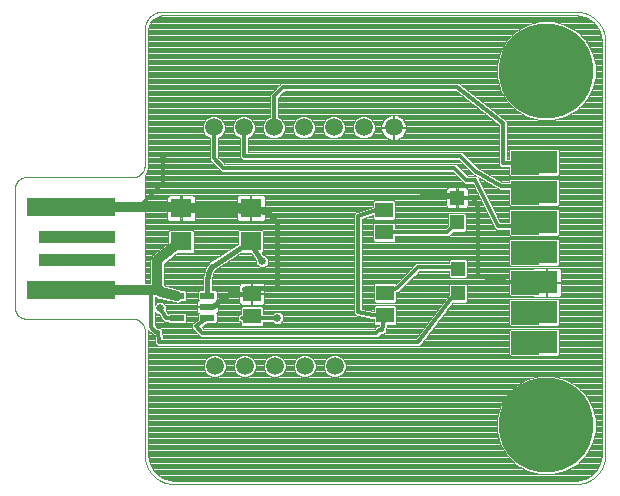
<source format=gtl>
G75*
%MOIN*%
%OFA0B0*%
%FSLAX25Y25*%
%IPPOS*%
%LPD*%
%AMOC8*
5,1,8,0,0,1.08239X$1,22.5*
%
%ADD10C,0.00000*%
%ADD11R,0.07087X0.06299*%
%ADD12R,0.29528X0.05906*%
%ADD13R,0.25591X0.03937*%
%ADD14R,0.07400X0.07400*%
%ADD15C,0.00100*%
%ADD16C,0.05937*%
%ADD17R,0.04724X0.04724*%
%ADD18R,0.05906X0.05118*%
%ADD19R,0.04724X0.02165*%
%ADD20C,0.31496*%
%ADD21C,0.03200*%
%ADD22C,0.01600*%
%ADD23C,0.01200*%
%ADD24C,0.02578*%
%ADD25C,0.00400*%
D10*
X0056328Y0011043D02*
X0056328Y0052381D01*
X0056326Y0052505D01*
X0056320Y0052628D01*
X0056311Y0052752D01*
X0056297Y0052874D01*
X0056280Y0052997D01*
X0056258Y0053119D01*
X0056233Y0053240D01*
X0056204Y0053360D01*
X0056172Y0053479D01*
X0056135Y0053598D01*
X0056095Y0053715D01*
X0056052Y0053830D01*
X0056004Y0053945D01*
X0055953Y0054057D01*
X0055899Y0054168D01*
X0055841Y0054278D01*
X0055780Y0054385D01*
X0055715Y0054491D01*
X0055647Y0054594D01*
X0055576Y0054695D01*
X0055502Y0054794D01*
X0055425Y0054891D01*
X0055344Y0054985D01*
X0055261Y0055076D01*
X0055175Y0055165D01*
X0055086Y0055251D01*
X0054995Y0055334D01*
X0054901Y0055415D01*
X0054804Y0055492D01*
X0054705Y0055566D01*
X0054604Y0055637D01*
X0054501Y0055705D01*
X0054395Y0055770D01*
X0054288Y0055831D01*
X0054178Y0055889D01*
X0054067Y0055943D01*
X0053955Y0055994D01*
X0053840Y0056042D01*
X0053725Y0056085D01*
X0053608Y0056125D01*
X0053489Y0056162D01*
X0053370Y0056194D01*
X0053250Y0056223D01*
X0053129Y0056248D01*
X0053007Y0056270D01*
X0052884Y0056287D01*
X0052762Y0056301D01*
X0052638Y0056310D01*
X0052515Y0056316D01*
X0052391Y0056318D01*
X0016958Y0056318D01*
X0016834Y0056320D01*
X0016711Y0056326D01*
X0016587Y0056335D01*
X0016465Y0056349D01*
X0016342Y0056366D01*
X0016220Y0056388D01*
X0016099Y0056413D01*
X0015979Y0056442D01*
X0015860Y0056474D01*
X0015741Y0056511D01*
X0015624Y0056551D01*
X0015509Y0056594D01*
X0015394Y0056642D01*
X0015282Y0056693D01*
X0015171Y0056747D01*
X0015061Y0056805D01*
X0014954Y0056866D01*
X0014848Y0056931D01*
X0014745Y0056999D01*
X0014644Y0057070D01*
X0014545Y0057144D01*
X0014448Y0057221D01*
X0014354Y0057302D01*
X0014263Y0057385D01*
X0014174Y0057471D01*
X0014088Y0057560D01*
X0014005Y0057651D01*
X0013924Y0057745D01*
X0013847Y0057842D01*
X0013773Y0057941D01*
X0013702Y0058042D01*
X0013634Y0058145D01*
X0013569Y0058251D01*
X0013508Y0058358D01*
X0013450Y0058468D01*
X0013396Y0058579D01*
X0013345Y0058691D01*
X0013297Y0058806D01*
X0013254Y0058921D01*
X0013214Y0059038D01*
X0013177Y0059157D01*
X0013145Y0059276D01*
X0013116Y0059396D01*
X0013091Y0059517D01*
X0013069Y0059639D01*
X0013052Y0059762D01*
X0013038Y0059884D01*
X0013029Y0060008D01*
X0013023Y0060131D01*
X0013021Y0060255D01*
X0013021Y0099625D01*
X0013023Y0099749D01*
X0013029Y0099872D01*
X0013038Y0099996D01*
X0013052Y0100118D01*
X0013069Y0100241D01*
X0013091Y0100363D01*
X0013116Y0100484D01*
X0013145Y0100604D01*
X0013177Y0100723D01*
X0013214Y0100842D01*
X0013254Y0100959D01*
X0013297Y0101074D01*
X0013345Y0101189D01*
X0013396Y0101301D01*
X0013450Y0101412D01*
X0013508Y0101522D01*
X0013569Y0101629D01*
X0013634Y0101735D01*
X0013702Y0101838D01*
X0013773Y0101939D01*
X0013847Y0102038D01*
X0013924Y0102135D01*
X0014005Y0102229D01*
X0014088Y0102320D01*
X0014174Y0102409D01*
X0014263Y0102495D01*
X0014354Y0102578D01*
X0014448Y0102659D01*
X0014545Y0102736D01*
X0014644Y0102810D01*
X0014745Y0102881D01*
X0014848Y0102949D01*
X0014954Y0103014D01*
X0015061Y0103075D01*
X0015171Y0103133D01*
X0015282Y0103187D01*
X0015394Y0103238D01*
X0015509Y0103286D01*
X0015624Y0103329D01*
X0015741Y0103369D01*
X0015860Y0103406D01*
X0015979Y0103438D01*
X0016099Y0103467D01*
X0016220Y0103492D01*
X0016342Y0103514D01*
X0016465Y0103531D01*
X0016587Y0103545D01*
X0016711Y0103554D01*
X0016834Y0103560D01*
X0016958Y0103562D01*
X0052391Y0103562D01*
X0052515Y0103564D01*
X0052638Y0103570D01*
X0052762Y0103579D01*
X0052884Y0103593D01*
X0053007Y0103610D01*
X0053129Y0103632D01*
X0053250Y0103657D01*
X0053370Y0103686D01*
X0053489Y0103718D01*
X0053608Y0103755D01*
X0053725Y0103795D01*
X0053840Y0103838D01*
X0053955Y0103886D01*
X0054067Y0103937D01*
X0054178Y0103991D01*
X0054288Y0104049D01*
X0054395Y0104110D01*
X0054501Y0104175D01*
X0054604Y0104243D01*
X0054705Y0104314D01*
X0054804Y0104388D01*
X0054901Y0104465D01*
X0054995Y0104546D01*
X0055086Y0104629D01*
X0055175Y0104715D01*
X0055261Y0104804D01*
X0055344Y0104895D01*
X0055425Y0104989D01*
X0055502Y0105086D01*
X0055576Y0105185D01*
X0055647Y0105286D01*
X0055715Y0105389D01*
X0055780Y0105495D01*
X0055841Y0105602D01*
X0055899Y0105712D01*
X0055953Y0105823D01*
X0056004Y0105935D01*
X0056052Y0106050D01*
X0056095Y0106165D01*
X0056135Y0106282D01*
X0056172Y0106401D01*
X0056204Y0106520D01*
X0056233Y0106640D01*
X0056258Y0106761D01*
X0056280Y0106883D01*
X0056297Y0107006D01*
X0056311Y0107128D01*
X0056320Y0107252D01*
X0056326Y0107375D01*
X0056328Y0107499D01*
X0056328Y0152775D01*
X0056330Y0152927D01*
X0056336Y0153079D01*
X0056346Y0153231D01*
X0056359Y0153382D01*
X0056377Y0153533D01*
X0056398Y0153684D01*
X0056424Y0153834D01*
X0056453Y0153983D01*
X0056486Y0154132D01*
X0056523Y0154279D01*
X0056563Y0154426D01*
X0056608Y0154571D01*
X0056656Y0154715D01*
X0056708Y0154858D01*
X0056763Y0155000D01*
X0056822Y0155140D01*
X0056885Y0155279D01*
X0056951Y0155416D01*
X0057021Y0155551D01*
X0057094Y0155684D01*
X0057171Y0155815D01*
X0057251Y0155945D01*
X0057334Y0156072D01*
X0057420Y0156197D01*
X0057510Y0156320D01*
X0057603Y0156440D01*
X0057699Y0156558D01*
X0057798Y0156674D01*
X0057900Y0156787D01*
X0058004Y0156897D01*
X0058112Y0157005D01*
X0058222Y0157109D01*
X0058335Y0157211D01*
X0058451Y0157310D01*
X0058569Y0157406D01*
X0058689Y0157499D01*
X0058812Y0157589D01*
X0058937Y0157675D01*
X0059064Y0157758D01*
X0059194Y0157838D01*
X0059325Y0157915D01*
X0059458Y0157988D01*
X0059593Y0158058D01*
X0059730Y0158124D01*
X0059869Y0158187D01*
X0060009Y0158246D01*
X0060151Y0158301D01*
X0060294Y0158353D01*
X0060438Y0158401D01*
X0060583Y0158446D01*
X0060730Y0158486D01*
X0060877Y0158523D01*
X0061026Y0158556D01*
X0061175Y0158585D01*
X0061325Y0158611D01*
X0061476Y0158632D01*
X0061627Y0158650D01*
X0061778Y0158663D01*
X0061930Y0158673D01*
X0062082Y0158679D01*
X0062234Y0158681D01*
X0062234Y0158680D02*
X0200029Y0158680D01*
X0200029Y0158681D02*
X0200267Y0158678D01*
X0200505Y0158670D01*
X0200742Y0158655D01*
X0200979Y0158635D01*
X0201215Y0158609D01*
X0201451Y0158578D01*
X0201686Y0158541D01*
X0201920Y0158498D01*
X0202153Y0158449D01*
X0202385Y0158395D01*
X0202615Y0158335D01*
X0202844Y0158270D01*
X0203071Y0158199D01*
X0203296Y0158123D01*
X0203519Y0158041D01*
X0203741Y0157954D01*
X0203960Y0157862D01*
X0204177Y0157764D01*
X0204391Y0157662D01*
X0204603Y0157554D01*
X0204813Y0157440D01*
X0205019Y0157322D01*
X0205223Y0157199D01*
X0205423Y0157071D01*
X0205620Y0156939D01*
X0205815Y0156801D01*
X0206005Y0156659D01*
X0206193Y0156512D01*
X0206376Y0156361D01*
X0206556Y0156206D01*
X0206732Y0156046D01*
X0206904Y0155882D01*
X0207073Y0155713D01*
X0207237Y0155541D01*
X0207397Y0155365D01*
X0207552Y0155185D01*
X0207703Y0155002D01*
X0207850Y0154814D01*
X0207992Y0154624D01*
X0208130Y0154429D01*
X0208262Y0154232D01*
X0208390Y0154032D01*
X0208513Y0153828D01*
X0208631Y0153622D01*
X0208745Y0153412D01*
X0208853Y0153200D01*
X0208955Y0152986D01*
X0209053Y0152769D01*
X0209145Y0152550D01*
X0209232Y0152328D01*
X0209314Y0152105D01*
X0209390Y0151880D01*
X0209461Y0151653D01*
X0209526Y0151424D01*
X0209586Y0151194D01*
X0209640Y0150962D01*
X0209689Y0150729D01*
X0209732Y0150495D01*
X0209769Y0150260D01*
X0209800Y0150024D01*
X0209826Y0149788D01*
X0209846Y0149551D01*
X0209861Y0149314D01*
X0209869Y0149076D01*
X0209872Y0148838D01*
X0209871Y0148838D02*
X0209871Y0011043D01*
X0209872Y0011043D02*
X0209869Y0010805D01*
X0209861Y0010567D01*
X0209846Y0010330D01*
X0209826Y0010093D01*
X0209800Y0009857D01*
X0209769Y0009621D01*
X0209732Y0009386D01*
X0209689Y0009152D01*
X0209640Y0008919D01*
X0209586Y0008687D01*
X0209526Y0008457D01*
X0209461Y0008228D01*
X0209390Y0008001D01*
X0209314Y0007776D01*
X0209232Y0007553D01*
X0209145Y0007331D01*
X0209053Y0007112D01*
X0208955Y0006895D01*
X0208853Y0006681D01*
X0208745Y0006469D01*
X0208631Y0006259D01*
X0208513Y0006053D01*
X0208390Y0005849D01*
X0208262Y0005649D01*
X0208130Y0005452D01*
X0207992Y0005257D01*
X0207850Y0005067D01*
X0207703Y0004879D01*
X0207552Y0004696D01*
X0207397Y0004516D01*
X0207237Y0004340D01*
X0207073Y0004168D01*
X0206904Y0003999D01*
X0206732Y0003835D01*
X0206556Y0003675D01*
X0206376Y0003520D01*
X0206193Y0003369D01*
X0206005Y0003222D01*
X0205815Y0003080D01*
X0205620Y0002942D01*
X0205423Y0002810D01*
X0205223Y0002682D01*
X0205019Y0002559D01*
X0204813Y0002441D01*
X0204603Y0002327D01*
X0204391Y0002219D01*
X0204177Y0002117D01*
X0203960Y0002019D01*
X0203741Y0001927D01*
X0203519Y0001840D01*
X0203296Y0001758D01*
X0203071Y0001682D01*
X0202844Y0001611D01*
X0202615Y0001546D01*
X0202385Y0001486D01*
X0202153Y0001432D01*
X0201920Y0001383D01*
X0201686Y0001340D01*
X0201451Y0001303D01*
X0201215Y0001272D01*
X0200979Y0001246D01*
X0200742Y0001226D01*
X0200505Y0001211D01*
X0200267Y0001203D01*
X0200029Y0001200D01*
X0066171Y0001200D01*
X0065933Y0001203D01*
X0065695Y0001211D01*
X0065458Y0001226D01*
X0065221Y0001246D01*
X0064985Y0001272D01*
X0064749Y0001303D01*
X0064514Y0001340D01*
X0064280Y0001383D01*
X0064047Y0001432D01*
X0063815Y0001486D01*
X0063585Y0001546D01*
X0063356Y0001611D01*
X0063129Y0001682D01*
X0062904Y0001758D01*
X0062681Y0001840D01*
X0062459Y0001927D01*
X0062240Y0002019D01*
X0062023Y0002117D01*
X0061809Y0002219D01*
X0061597Y0002327D01*
X0061387Y0002441D01*
X0061181Y0002559D01*
X0060977Y0002682D01*
X0060777Y0002810D01*
X0060580Y0002942D01*
X0060385Y0003080D01*
X0060195Y0003222D01*
X0060007Y0003369D01*
X0059824Y0003520D01*
X0059644Y0003675D01*
X0059468Y0003835D01*
X0059296Y0003999D01*
X0059127Y0004168D01*
X0058963Y0004340D01*
X0058803Y0004516D01*
X0058648Y0004696D01*
X0058497Y0004879D01*
X0058350Y0005067D01*
X0058208Y0005257D01*
X0058070Y0005452D01*
X0057938Y0005649D01*
X0057810Y0005849D01*
X0057687Y0006053D01*
X0057569Y0006259D01*
X0057455Y0006469D01*
X0057347Y0006681D01*
X0057245Y0006895D01*
X0057147Y0007112D01*
X0057055Y0007331D01*
X0056968Y0007553D01*
X0056886Y0007776D01*
X0056810Y0008001D01*
X0056739Y0008228D01*
X0056674Y0008457D01*
X0056614Y0008687D01*
X0056560Y0008919D01*
X0056511Y0009152D01*
X0056468Y0009386D01*
X0056431Y0009621D01*
X0056400Y0009857D01*
X0056374Y0010093D01*
X0056354Y0010330D01*
X0056339Y0010567D01*
X0056331Y0010805D01*
X0056328Y0011043D01*
D11*
X0068454Y0082106D03*
X0068454Y0093129D03*
X0091682Y0093247D03*
X0091682Y0082224D03*
D12*
X0031879Y0093523D03*
X0031879Y0065964D03*
D13*
X0033848Y0075806D03*
X0033848Y0083680D03*
D14*
X0190186Y0088444D03*
X0190186Y0078444D03*
X0190186Y0068444D03*
X0190186Y0058444D03*
X0190186Y0048444D03*
X0190186Y0098444D03*
X0190186Y0108444D03*
D15*
X0187386Y0108440D02*
X0178486Y0108440D01*
X0178486Y0108538D02*
X0187386Y0108538D01*
X0187386Y0108637D02*
X0178486Y0108637D01*
X0178486Y0108735D02*
X0187386Y0108735D01*
X0187386Y0108834D02*
X0178486Y0108834D01*
X0178486Y0108932D02*
X0187386Y0108932D01*
X0187386Y0109031D02*
X0178486Y0109031D01*
X0178486Y0109129D02*
X0187386Y0109129D01*
X0187386Y0109228D02*
X0178486Y0109228D01*
X0178486Y0109326D02*
X0187386Y0109326D01*
X0187386Y0109425D02*
X0178486Y0109425D01*
X0178486Y0109523D02*
X0187386Y0109523D01*
X0187386Y0109622D02*
X0178486Y0109622D01*
X0178486Y0109720D02*
X0187386Y0109720D01*
X0187386Y0109819D02*
X0178486Y0109819D01*
X0178486Y0109917D02*
X0187386Y0109917D01*
X0187386Y0110016D02*
X0178486Y0110016D01*
X0178486Y0110114D02*
X0187386Y0110114D01*
X0187386Y0110213D02*
X0178486Y0110213D01*
X0178486Y0110311D02*
X0187386Y0110311D01*
X0187386Y0110410D02*
X0178486Y0110410D01*
X0178486Y0110508D02*
X0187386Y0110508D01*
X0187386Y0110607D02*
X0178486Y0110607D01*
X0178486Y0110705D02*
X0187386Y0110705D01*
X0187386Y0110804D02*
X0178486Y0110804D01*
X0178486Y0110902D02*
X0187386Y0110902D01*
X0187386Y0111001D02*
X0178486Y0111001D01*
X0178486Y0111099D02*
X0187386Y0111099D01*
X0187386Y0111198D02*
X0178486Y0111198D01*
X0178486Y0111296D02*
X0187386Y0111296D01*
X0187386Y0111395D02*
X0178486Y0111395D01*
X0178486Y0111493D02*
X0187386Y0111493D01*
X0187386Y0111592D02*
X0178486Y0111592D01*
X0178486Y0111690D02*
X0187386Y0111690D01*
X0187386Y0111789D02*
X0178486Y0111789D01*
X0178486Y0111887D02*
X0187386Y0111887D01*
X0187386Y0111986D02*
X0178486Y0111986D01*
X0178486Y0112084D02*
X0187386Y0112084D01*
X0187386Y0112144D02*
X0187386Y0104744D01*
X0178486Y0104744D01*
X0178486Y0112144D01*
X0187386Y0112144D01*
X0187386Y0108341D02*
X0178486Y0108341D01*
X0178486Y0108243D02*
X0187386Y0108243D01*
X0187386Y0108144D02*
X0178486Y0108144D01*
X0178486Y0108045D02*
X0187386Y0108045D01*
X0187386Y0107947D02*
X0178486Y0107947D01*
X0178486Y0107848D02*
X0187386Y0107848D01*
X0187386Y0107750D02*
X0178486Y0107750D01*
X0178486Y0107651D02*
X0187386Y0107651D01*
X0187386Y0107553D02*
X0178486Y0107553D01*
X0178486Y0107454D02*
X0187386Y0107454D01*
X0187386Y0107356D02*
X0178486Y0107356D01*
X0178486Y0107257D02*
X0187386Y0107257D01*
X0187386Y0107159D02*
X0178486Y0107159D01*
X0178486Y0107060D02*
X0187386Y0107060D01*
X0187386Y0106962D02*
X0178486Y0106962D01*
X0178486Y0106863D02*
X0187386Y0106863D01*
X0187386Y0106765D02*
X0178486Y0106765D01*
X0178486Y0106666D02*
X0187386Y0106666D01*
X0187386Y0106568D02*
X0178486Y0106568D01*
X0178486Y0106469D02*
X0187386Y0106469D01*
X0187386Y0106371D02*
X0178486Y0106371D01*
X0178486Y0106272D02*
X0187386Y0106272D01*
X0187386Y0106174D02*
X0178486Y0106174D01*
X0178486Y0106075D02*
X0187386Y0106075D01*
X0187386Y0105977D02*
X0178486Y0105977D01*
X0178486Y0105878D02*
X0187386Y0105878D01*
X0187386Y0105780D02*
X0178486Y0105780D01*
X0178486Y0105681D02*
X0187386Y0105681D01*
X0187386Y0105583D02*
X0178486Y0105583D01*
X0178486Y0105484D02*
X0187386Y0105484D01*
X0187386Y0105386D02*
X0178486Y0105386D01*
X0178486Y0105287D02*
X0187386Y0105287D01*
X0187386Y0105189D02*
X0178486Y0105189D01*
X0178486Y0105090D02*
X0187386Y0105090D01*
X0187386Y0104992D02*
X0178486Y0104992D01*
X0178486Y0104893D02*
X0187386Y0104893D01*
X0187386Y0104795D02*
X0178486Y0104795D01*
X0178486Y0102144D02*
X0187386Y0102144D01*
X0187386Y0094744D01*
X0178486Y0094744D01*
X0178486Y0102144D01*
X0178486Y0102135D02*
X0187386Y0102135D01*
X0187386Y0102036D02*
X0178486Y0102036D01*
X0178486Y0101938D02*
X0187386Y0101938D01*
X0187386Y0101839D02*
X0178486Y0101839D01*
X0178486Y0101741D02*
X0187386Y0101741D01*
X0187386Y0101642D02*
X0178486Y0101642D01*
X0178486Y0101544D02*
X0187386Y0101544D01*
X0187386Y0101445D02*
X0178486Y0101445D01*
X0178486Y0101347D02*
X0187386Y0101347D01*
X0187386Y0101248D02*
X0178486Y0101248D01*
X0178486Y0101150D02*
X0187386Y0101150D01*
X0187386Y0101051D02*
X0178486Y0101051D01*
X0178486Y0100953D02*
X0187386Y0100953D01*
X0187386Y0100854D02*
X0178486Y0100854D01*
X0178486Y0100756D02*
X0187386Y0100756D01*
X0187386Y0100657D02*
X0178486Y0100657D01*
X0178486Y0100559D02*
X0187386Y0100559D01*
X0187386Y0100460D02*
X0178486Y0100460D01*
X0178486Y0100362D02*
X0187386Y0100362D01*
X0187386Y0100263D02*
X0178486Y0100263D01*
X0178486Y0100165D02*
X0187386Y0100165D01*
X0187386Y0100066D02*
X0178486Y0100066D01*
X0178486Y0099968D02*
X0187386Y0099968D01*
X0187386Y0099869D02*
X0178486Y0099869D01*
X0178486Y0099771D02*
X0187386Y0099771D01*
X0187386Y0099672D02*
X0178486Y0099672D01*
X0178486Y0099574D02*
X0187386Y0099574D01*
X0187386Y0099475D02*
X0178486Y0099475D01*
X0178486Y0099377D02*
X0187386Y0099377D01*
X0187386Y0099278D02*
X0178486Y0099278D01*
X0178486Y0099179D02*
X0187386Y0099179D01*
X0187386Y0099081D02*
X0178486Y0099081D01*
X0178486Y0098982D02*
X0187386Y0098982D01*
X0187386Y0098884D02*
X0178486Y0098884D01*
X0178486Y0098785D02*
X0187386Y0098785D01*
X0187386Y0098687D02*
X0178486Y0098687D01*
X0178486Y0098588D02*
X0187386Y0098588D01*
X0187386Y0098490D02*
X0178486Y0098490D01*
X0178486Y0098391D02*
X0187386Y0098391D01*
X0187386Y0098293D02*
X0178486Y0098293D01*
X0178486Y0098194D02*
X0187386Y0098194D01*
X0187386Y0098096D02*
X0178486Y0098096D01*
X0178486Y0097997D02*
X0187386Y0097997D01*
X0187386Y0097899D02*
X0178486Y0097899D01*
X0178486Y0097800D02*
X0187386Y0097800D01*
X0187386Y0097702D02*
X0178486Y0097702D01*
X0178486Y0097603D02*
X0187386Y0097603D01*
X0187386Y0097505D02*
X0178486Y0097505D01*
X0178486Y0097406D02*
X0187386Y0097406D01*
X0187386Y0097308D02*
X0178486Y0097308D01*
X0178486Y0097209D02*
X0187386Y0097209D01*
X0187386Y0097111D02*
X0178486Y0097111D01*
X0178486Y0097012D02*
X0187386Y0097012D01*
X0187386Y0096914D02*
X0178486Y0096914D01*
X0178486Y0096815D02*
X0187386Y0096815D01*
X0187386Y0096717D02*
X0178486Y0096717D01*
X0178486Y0096618D02*
X0187386Y0096618D01*
X0187386Y0096520D02*
X0178486Y0096520D01*
X0178486Y0096421D02*
X0187386Y0096421D01*
X0187386Y0096323D02*
X0178486Y0096323D01*
X0178486Y0096224D02*
X0187386Y0096224D01*
X0187386Y0096126D02*
X0178486Y0096126D01*
X0178486Y0096027D02*
X0187386Y0096027D01*
X0187386Y0095929D02*
X0178486Y0095929D01*
X0178486Y0095830D02*
X0187386Y0095830D01*
X0187386Y0095732D02*
X0178486Y0095732D01*
X0178486Y0095633D02*
X0187386Y0095633D01*
X0187386Y0095535D02*
X0178486Y0095535D01*
X0178486Y0095436D02*
X0187386Y0095436D01*
X0187386Y0095338D02*
X0178486Y0095338D01*
X0178486Y0095239D02*
X0187386Y0095239D01*
X0187386Y0095141D02*
X0178486Y0095141D01*
X0178486Y0095042D02*
X0187386Y0095042D01*
X0187386Y0094943D02*
X0178486Y0094943D01*
X0178486Y0094845D02*
X0187386Y0094845D01*
X0187386Y0094746D02*
X0178486Y0094746D01*
X0178486Y0092144D02*
X0187386Y0092144D01*
X0187386Y0084744D01*
X0178486Y0084744D01*
X0178486Y0092144D01*
X0178486Y0092087D02*
X0187386Y0092087D01*
X0187386Y0091988D02*
X0178486Y0091988D01*
X0178486Y0091890D02*
X0187386Y0091890D01*
X0187386Y0091791D02*
X0178486Y0091791D01*
X0178486Y0091693D02*
X0187386Y0091693D01*
X0187386Y0091594D02*
X0178486Y0091594D01*
X0178486Y0091496D02*
X0187386Y0091496D01*
X0187386Y0091397D02*
X0178486Y0091397D01*
X0178486Y0091299D02*
X0187386Y0091299D01*
X0187386Y0091200D02*
X0178486Y0091200D01*
X0178486Y0091102D02*
X0187386Y0091102D01*
X0187386Y0091003D02*
X0178486Y0091003D01*
X0178486Y0090905D02*
X0187386Y0090905D01*
X0187386Y0090806D02*
X0178486Y0090806D01*
X0178486Y0090708D02*
X0187386Y0090708D01*
X0187386Y0090609D02*
X0178486Y0090609D01*
X0178486Y0090510D02*
X0187386Y0090510D01*
X0187386Y0090412D02*
X0178486Y0090412D01*
X0178486Y0090313D02*
X0187386Y0090313D01*
X0187386Y0090215D02*
X0178486Y0090215D01*
X0178486Y0090116D02*
X0187386Y0090116D01*
X0187386Y0090018D02*
X0178486Y0090018D01*
X0178486Y0089919D02*
X0187386Y0089919D01*
X0187386Y0089821D02*
X0178486Y0089821D01*
X0178486Y0089722D02*
X0187386Y0089722D01*
X0187386Y0089624D02*
X0178486Y0089624D01*
X0178486Y0089525D02*
X0187386Y0089525D01*
X0187386Y0089427D02*
X0178486Y0089427D01*
X0178486Y0089328D02*
X0187386Y0089328D01*
X0187386Y0089230D02*
X0178486Y0089230D01*
X0178486Y0089131D02*
X0187386Y0089131D01*
X0187386Y0089033D02*
X0178486Y0089033D01*
X0178486Y0088934D02*
X0187386Y0088934D01*
X0187386Y0088836D02*
X0178486Y0088836D01*
X0178486Y0088737D02*
X0187386Y0088737D01*
X0187386Y0088639D02*
X0178486Y0088639D01*
X0178486Y0088540D02*
X0187386Y0088540D01*
X0187386Y0088442D02*
X0178486Y0088442D01*
X0178486Y0088343D02*
X0187386Y0088343D01*
X0187386Y0088245D02*
X0178486Y0088245D01*
X0178486Y0088146D02*
X0187386Y0088146D01*
X0187386Y0088048D02*
X0178486Y0088048D01*
X0178486Y0087949D02*
X0187386Y0087949D01*
X0187386Y0087851D02*
X0178486Y0087851D01*
X0178486Y0087752D02*
X0187386Y0087752D01*
X0187386Y0087654D02*
X0178486Y0087654D01*
X0178486Y0087555D02*
X0187386Y0087555D01*
X0187386Y0087457D02*
X0178486Y0087457D01*
X0178486Y0087358D02*
X0187386Y0087358D01*
X0187386Y0087260D02*
X0178486Y0087260D01*
X0178486Y0087161D02*
X0187386Y0087161D01*
X0187386Y0087063D02*
X0178486Y0087063D01*
X0178486Y0086964D02*
X0187386Y0086964D01*
X0187386Y0086866D02*
X0178486Y0086866D01*
X0178486Y0086767D02*
X0187386Y0086767D01*
X0187386Y0086669D02*
X0178486Y0086669D01*
X0178486Y0086570D02*
X0187386Y0086570D01*
X0187386Y0086472D02*
X0178486Y0086472D01*
X0178486Y0086373D02*
X0187386Y0086373D01*
X0187386Y0086274D02*
X0178486Y0086274D01*
X0178486Y0086176D02*
X0187386Y0086176D01*
X0187386Y0086077D02*
X0178486Y0086077D01*
X0178486Y0085979D02*
X0187386Y0085979D01*
X0187386Y0085880D02*
X0178486Y0085880D01*
X0178486Y0085782D02*
X0187386Y0085782D01*
X0187386Y0085683D02*
X0178486Y0085683D01*
X0178486Y0085585D02*
X0187386Y0085585D01*
X0187386Y0085486D02*
X0178486Y0085486D01*
X0178486Y0085388D02*
X0187386Y0085388D01*
X0187386Y0085289D02*
X0178486Y0085289D01*
X0178486Y0085191D02*
X0187386Y0085191D01*
X0187386Y0085092D02*
X0178486Y0085092D01*
X0178486Y0084994D02*
X0187386Y0084994D01*
X0187386Y0084895D02*
X0178486Y0084895D01*
X0178486Y0084797D02*
X0187386Y0084797D01*
X0187386Y0082144D02*
X0187386Y0074744D01*
X0178486Y0074744D01*
X0178486Y0082144D01*
X0187386Y0082144D01*
X0187386Y0082137D02*
X0178486Y0082137D01*
X0178486Y0082039D02*
X0187386Y0082039D01*
X0187386Y0081940D02*
X0178486Y0081940D01*
X0178486Y0081841D02*
X0187386Y0081841D01*
X0187386Y0081743D02*
X0178486Y0081743D01*
X0178486Y0081644D02*
X0187386Y0081644D01*
X0187386Y0081546D02*
X0178486Y0081546D01*
X0178486Y0081447D02*
X0187386Y0081447D01*
X0187386Y0081349D02*
X0178486Y0081349D01*
X0178486Y0081250D02*
X0187386Y0081250D01*
X0187386Y0081152D02*
X0178486Y0081152D01*
X0178486Y0081053D02*
X0187386Y0081053D01*
X0187386Y0080955D02*
X0178486Y0080955D01*
X0178486Y0080856D02*
X0187386Y0080856D01*
X0187386Y0080758D02*
X0178486Y0080758D01*
X0178486Y0080659D02*
X0187386Y0080659D01*
X0187386Y0080561D02*
X0178486Y0080561D01*
X0178486Y0080462D02*
X0187386Y0080462D01*
X0187386Y0080364D02*
X0178486Y0080364D01*
X0178486Y0080265D02*
X0187386Y0080265D01*
X0187386Y0080167D02*
X0178486Y0080167D01*
X0178486Y0080068D02*
X0187386Y0080068D01*
X0187386Y0079970D02*
X0178486Y0079970D01*
X0178486Y0079871D02*
X0187386Y0079871D01*
X0187386Y0079773D02*
X0178486Y0079773D01*
X0178486Y0079674D02*
X0187386Y0079674D01*
X0187386Y0079576D02*
X0178486Y0079576D01*
X0178486Y0079477D02*
X0187386Y0079477D01*
X0187386Y0079379D02*
X0178486Y0079379D01*
X0178486Y0079280D02*
X0187386Y0079280D01*
X0187386Y0079182D02*
X0178486Y0079182D01*
X0178486Y0079083D02*
X0187386Y0079083D01*
X0187386Y0078985D02*
X0178486Y0078985D01*
X0178486Y0078886D02*
X0187386Y0078886D01*
X0187386Y0078788D02*
X0178486Y0078788D01*
X0178486Y0078689D02*
X0187386Y0078689D01*
X0187386Y0078591D02*
X0178486Y0078591D01*
X0178486Y0078492D02*
X0187386Y0078492D01*
X0187386Y0078394D02*
X0178486Y0078394D01*
X0178486Y0078295D02*
X0187386Y0078295D01*
X0187386Y0078197D02*
X0178486Y0078197D01*
X0178486Y0078098D02*
X0187386Y0078098D01*
X0187386Y0078000D02*
X0178486Y0078000D01*
X0178486Y0077901D02*
X0187386Y0077901D01*
X0187386Y0077803D02*
X0178486Y0077803D01*
X0178486Y0077704D02*
X0187386Y0077704D01*
X0187386Y0077605D02*
X0178486Y0077605D01*
X0178486Y0077507D02*
X0187386Y0077507D01*
X0187386Y0077408D02*
X0178486Y0077408D01*
X0178486Y0077310D02*
X0187386Y0077310D01*
X0187386Y0077211D02*
X0178486Y0077211D01*
X0178486Y0077113D02*
X0187386Y0077113D01*
X0187386Y0077014D02*
X0178486Y0077014D01*
X0178486Y0076916D02*
X0187386Y0076916D01*
X0187386Y0076817D02*
X0178486Y0076817D01*
X0178486Y0076719D02*
X0187386Y0076719D01*
X0187386Y0076620D02*
X0178486Y0076620D01*
X0178486Y0076522D02*
X0187386Y0076522D01*
X0187386Y0076423D02*
X0178486Y0076423D01*
X0178486Y0076325D02*
X0187386Y0076325D01*
X0187386Y0076226D02*
X0178486Y0076226D01*
X0178486Y0076128D02*
X0187386Y0076128D01*
X0187386Y0076029D02*
X0178486Y0076029D01*
X0178486Y0075931D02*
X0187386Y0075931D01*
X0187386Y0075832D02*
X0178486Y0075832D01*
X0178486Y0075734D02*
X0187386Y0075734D01*
X0187386Y0075635D02*
X0178486Y0075635D01*
X0178486Y0075537D02*
X0187386Y0075537D01*
X0187386Y0075438D02*
X0178486Y0075438D01*
X0178486Y0075340D02*
X0187386Y0075340D01*
X0187386Y0075241D02*
X0178486Y0075241D01*
X0178486Y0075143D02*
X0187386Y0075143D01*
X0187386Y0075044D02*
X0178486Y0075044D01*
X0178486Y0074946D02*
X0187386Y0074946D01*
X0187386Y0074847D02*
X0178486Y0074847D01*
X0178486Y0074749D02*
X0187386Y0074749D01*
X0187386Y0072144D02*
X0187386Y0064744D01*
X0178486Y0064744D01*
X0178486Y0072144D01*
X0187386Y0072144D01*
X0187386Y0072089D02*
X0178486Y0072089D01*
X0178486Y0071990D02*
X0187386Y0071990D01*
X0187386Y0071892D02*
X0178486Y0071892D01*
X0178486Y0071793D02*
X0187386Y0071793D01*
X0187386Y0071695D02*
X0178486Y0071695D01*
X0178486Y0071596D02*
X0187386Y0071596D01*
X0187386Y0071498D02*
X0178486Y0071498D01*
X0178486Y0071399D02*
X0187386Y0071399D01*
X0187386Y0071301D02*
X0178486Y0071301D01*
X0178486Y0071202D02*
X0187386Y0071202D01*
X0187386Y0071104D02*
X0178486Y0071104D01*
X0178486Y0071005D02*
X0187386Y0071005D01*
X0187386Y0070907D02*
X0178486Y0070907D01*
X0178486Y0070808D02*
X0187386Y0070808D01*
X0187386Y0070710D02*
X0178486Y0070710D01*
X0178486Y0070611D02*
X0187386Y0070611D01*
X0187386Y0070513D02*
X0178486Y0070513D01*
X0178486Y0070414D02*
X0187386Y0070414D01*
X0187386Y0070316D02*
X0178486Y0070316D01*
X0178486Y0070217D02*
X0187386Y0070217D01*
X0187386Y0070119D02*
X0178486Y0070119D01*
X0178486Y0070020D02*
X0187386Y0070020D01*
X0187386Y0069922D02*
X0178486Y0069922D01*
X0178486Y0069823D02*
X0187386Y0069823D01*
X0187386Y0069725D02*
X0178486Y0069725D01*
X0178486Y0069626D02*
X0187386Y0069626D01*
X0187386Y0069528D02*
X0178486Y0069528D01*
X0178486Y0069429D02*
X0187386Y0069429D01*
X0187386Y0069331D02*
X0178486Y0069331D01*
X0178486Y0069232D02*
X0187386Y0069232D01*
X0187386Y0069134D02*
X0178486Y0069134D01*
X0178486Y0069035D02*
X0187386Y0069035D01*
X0187386Y0068937D02*
X0178486Y0068937D01*
X0178486Y0068838D02*
X0187386Y0068838D01*
X0187386Y0068739D02*
X0178486Y0068739D01*
X0178486Y0068641D02*
X0187386Y0068641D01*
X0187386Y0068542D02*
X0178486Y0068542D01*
X0178486Y0068444D02*
X0187386Y0068444D01*
X0187386Y0068345D02*
X0178486Y0068345D01*
X0178486Y0068247D02*
X0187386Y0068247D01*
X0187386Y0068148D02*
X0178486Y0068148D01*
X0178486Y0068050D02*
X0187386Y0068050D01*
X0187386Y0067951D02*
X0178486Y0067951D01*
X0178486Y0067853D02*
X0187386Y0067853D01*
X0187386Y0067754D02*
X0178486Y0067754D01*
X0178486Y0067656D02*
X0187386Y0067656D01*
X0187386Y0067557D02*
X0178486Y0067557D01*
X0178486Y0067459D02*
X0187386Y0067459D01*
X0187386Y0067360D02*
X0178486Y0067360D01*
X0178486Y0067262D02*
X0187386Y0067262D01*
X0187386Y0067163D02*
X0178486Y0067163D01*
X0178486Y0067065D02*
X0187386Y0067065D01*
X0187386Y0066966D02*
X0178486Y0066966D01*
X0178486Y0066868D02*
X0187386Y0066868D01*
X0187386Y0066769D02*
X0178486Y0066769D01*
X0178486Y0066671D02*
X0187386Y0066671D01*
X0187386Y0066572D02*
X0178486Y0066572D01*
X0178486Y0066474D02*
X0187386Y0066474D01*
X0187386Y0066375D02*
X0178486Y0066375D01*
X0178486Y0066277D02*
X0187386Y0066277D01*
X0187386Y0066178D02*
X0178486Y0066178D01*
X0178486Y0066080D02*
X0187386Y0066080D01*
X0187386Y0065981D02*
X0178486Y0065981D01*
X0178486Y0065883D02*
X0187386Y0065883D01*
X0187386Y0065784D02*
X0178486Y0065784D01*
X0178486Y0065686D02*
X0187386Y0065686D01*
X0187386Y0065587D02*
X0178486Y0065587D01*
X0178486Y0065489D02*
X0187386Y0065489D01*
X0187386Y0065390D02*
X0178486Y0065390D01*
X0178486Y0065292D02*
X0187386Y0065292D01*
X0187386Y0065193D02*
X0178486Y0065193D01*
X0178486Y0065095D02*
X0187386Y0065095D01*
X0187386Y0064996D02*
X0178486Y0064996D01*
X0178486Y0064898D02*
X0187386Y0064898D01*
X0187386Y0064799D02*
X0178486Y0064799D01*
X0178486Y0062144D02*
X0187386Y0062144D01*
X0187386Y0054744D01*
X0178486Y0054744D01*
X0178486Y0062144D01*
X0178486Y0062139D02*
X0187386Y0062139D01*
X0187386Y0062041D02*
X0178486Y0062041D01*
X0178486Y0061942D02*
X0187386Y0061942D01*
X0187386Y0061844D02*
X0178486Y0061844D01*
X0178486Y0061745D02*
X0187386Y0061745D01*
X0187386Y0061647D02*
X0178486Y0061647D01*
X0178486Y0061548D02*
X0187386Y0061548D01*
X0187386Y0061450D02*
X0178486Y0061450D01*
X0178486Y0061351D02*
X0187386Y0061351D01*
X0187386Y0061253D02*
X0178486Y0061253D01*
X0178486Y0061154D02*
X0187386Y0061154D01*
X0187386Y0061056D02*
X0178486Y0061056D01*
X0178486Y0060957D02*
X0187386Y0060957D01*
X0187386Y0060859D02*
X0178486Y0060859D01*
X0178486Y0060760D02*
X0187386Y0060760D01*
X0187386Y0060662D02*
X0178486Y0060662D01*
X0178486Y0060563D02*
X0187386Y0060563D01*
X0187386Y0060465D02*
X0178486Y0060465D01*
X0178486Y0060366D02*
X0187386Y0060366D01*
X0187386Y0060268D02*
X0178486Y0060268D01*
X0178486Y0060169D02*
X0187386Y0060169D01*
X0187386Y0060070D02*
X0178486Y0060070D01*
X0178486Y0059972D02*
X0187386Y0059972D01*
X0187386Y0059873D02*
X0178486Y0059873D01*
X0178486Y0059775D02*
X0187386Y0059775D01*
X0187386Y0059676D02*
X0178486Y0059676D01*
X0178486Y0059578D02*
X0187386Y0059578D01*
X0187386Y0059479D02*
X0178486Y0059479D01*
X0178486Y0059381D02*
X0187386Y0059381D01*
X0187386Y0059282D02*
X0178486Y0059282D01*
X0178486Y0059184D02*
X0187386Y0059184D01*
X0187386Y0059085D02*
X0178486Y0059085D01*
X0178486Y0058987D02*
X0187386Y0058987D01*
X0187386Y0058888D02*
X0178486Y0058888D01*
X0178486Y0058790D02*
X0187386Y0058790D01*
X0187386Y0058691D02*
X0178486Y0058691D01*
X0178486Y0058593D02*
X0187386Y0058593D01*
X0187386Y0058494D02*
X0178486Y0058494D01*
X0178486Y0058396D02*
X0187386Y0058396D01*
X0187386Y0058297D02*
X0178486Y0058297D01*
X0178486Y0058199D02*
X0187386Y0058199D01*
X0187386Y0058100D02*
X0178486Y0058100D01*
X0178486Y0058002D02*
X0187386Y0058002D01*
X0187386Y0057903D02*
X0178486Y0057903D01*
X0178486Y0057805D02*
X0187386Y0057805D01*
X0187386Y0057706D02*
X0178486Y0057706D01*
X0178486Y0057608D02*
X0187386Y0057608D01*
X0187386Y0057509D02*
X0178486Y0057509D01*
X0178486Y0057411D02*
X0187386Y0057411D01*
X0187386Y0057312D02*
X0178486Y0057312D01*
X0178486Y0057214D02*
X0187386Y0057214D01*
X0187386Y0057115D02*
X0178486Y0057115D01*
X0178486Y0057017D02*
X0187386Y0057017D01*
X0187386Y0056918D02*
X0178486Y0056918D01*
X0178486Y0056820D02*
X0187386Y0056820D01*
X0187386Y0056721D02*
X0178486Y0056721D01*
X0178486Y0056623D02*
X0187386Y0056623D01*
X0187386Y0056524D02*
X0178486Y0056524D01*
X0178486Y0056426D02*
X0187386Y0056426D01*
X0187386Y0056327D02*
X0178486Y0056327D01*
X0178486Y0056229D02*
X0187386Y0056229D01*
X0187386Y0056130D02*
X0178486Y0056130D01*
X0178486Y0056032D02*
X0187386Y0056032D01*
X0187386Y0055933D02*
X0178486Y0055933D01*
X0178486Y0055834D02*
X0187386Y0055834D01*
X0187386Y0055736D02*
X0178486Y0055736D01*
X0178486Y0055637D02*
X0187386Y0055637D01*
X0187386Y0055539D02*
X0178486Y0055539D01*
X0178486Y0055440D02*
X0187386Y0055440D01*
X0187386Y0055342D02*
X0178486Y0055342D01*
X0178486Y0055243D02*
X0187386Y0055243D01*
X0187386Y0055145D02*
X0178486Y0055145D01*
X0178486Y0055046D02*
X0187386Y0055046D01*
X0187386Y0054948D02*
X0178486Y0054948D01*
X0178486Y0054849D02*
X0187386Y0054849D01*
X0187386Y0054751D02*
X0178486Y0054751D01*
X0178486Y0052144D02*
X0187386Y0052144D01*
X0187386Y0044744D01*
X0178486Y0044744D01*
X0178486Y0052144D01*
X0178486Y0052091D02*
X0187386Y0052091D01*
X0187386Y0051993D02*
X0178486Y0051993D01*
X0178486Y0051894D02*
X0187386Y0051894D01*
X0187386Y0051796D02*
X0178486Y0051796D01*
X0178486Y0051697D02*
X0187386Y0051697D01*
X0187386Y0051599D02*
X0178486Y0051599D01*
X0178486Y0051500D02*
X0187386Y0051500D01*
X0187386Y0051401D02*
X0178486Y0051401D01*
X0178486Y0051303D02*
X0187386Y0051303D01*
X0187386Y0051204D02*
X0178486Y0051204D01*
X0178486Y0051106D02*
X0187386Y0051106D01*
X0187386Y0051007D02*
X0178486Y0051007D01*
X0178486Y0050909D02*
X0187386Y0050909D01*
X0187386Y0050810D02*
X0178486Y0050810D01*
X0178486Y0050712D02*
X0187386Y0050712D01*
X0187386Y0050613D02*
X0178486Y0050613D01*
X0178486Y0050515D02*
X0187386Y0050515D01*
X0187386Y0050416D02*
X0178486Y0050416D01*
X0178486Y0050318D02*
X0187386Y0050318D01*
X0187386Y0050219D02*
X0178486Y0050219D01*
X0178486Y0050121D02*
X0187386Y0050121D01*
X0187386Y0050022D02*
X0178486Y0050022D01*
X0178486Y0049924D02*
X0187386Y0049924D01*
X0187386Y0049825D02*
X0178486Y0049825D01*
X0178486Y0049727D02*
X0187386Y0049727D01*
X0187386Y0049628D02*
X0178486Y0049628D01*
X0178486Y0049530D02*
X0187386Y0049530D01*
X0187386Y0049431D02*
X0178486Y0049431D01*
X0178486Y0049333D02*
X0187386Y0049333D01*
X0187386Y0049234D02*
X0178486Y0049234D01*
X0178486Y0049136D02*
X0187386Y0049136D01*
X0187386Y0049037D02*
X0178486Y0049037D01*
X0178486Y0048939D02*
X0187386Y0048939D01*
X0187386Y0048840D02*
X0178486Y0048840D01*
X0178486Y0048742D02*
X0187386Y0048742D01*
X0187386Y0048643D02*
X0178486Y0048643D01*
X0178486Y0048545D02*
X0187386Y0048545D01*
X0187386Y0048446D02*
X0178486Y0048446D01*
X0178486Y0048348D02*
X0187386Y0048348D01*
X0187386Y0048249D02*
X0178486Y0048249D01*
X0178486Y0048151D02*
X0187386Y0048151D01*
X0187386Y0048052D02*
X0178486Y0048052D01*
X0178486Y0047954D02*
X0187386Y0047954D01*
X0187386Y0047855D02*
X0178486Y0047855D01*
X0178486Y0047757D02*
X0187386Y0047757D01*
X0187386Y0047658D02*
X0178486Y0047658D01*
X0178486Y0047560D02*
X0187386Y0047560D01*
X0187386Y0047461D02*
X0178486Y0047461D01*
X0178486Y0047363D02*
X0187386Y0047363D01*
X0187386Y0047264D02*
X0178486Y0047264D01*
X0178486Y0047166D02*
X0187386Y0047166D01*
X0187386Y0047067D02*
X0178486Y0047067D01*
X0178486Y0046968D02*
X0187386Y0046968D01*
X0187386Y0046870D02*
X0178486Y0046870D01*
X0178486Y0046771D02*
X0187386Y0046771D01*
X0187386Y0046673D02*
X0178486Y0046673D01*
X0178486Y0046574D02*
X0187386Y0046574D01*
X0187386Y0046476D02*
X0178486Y0046476D01*
X0178486Y0046377D02*
X0187386Y0046377D01*
X0187386Y0046279D02*
X0178486Y0046279D01*
X0178486Y0046180D02*
X0187386Y0046180D01*
X0187386Y0046082D02*
X0178486Y0046082D01*
X0178486Y0045983D02*
X0187386Y0045983D01*
X0187386Y0045885D02*
X0178486Y0045885D01*
X0178486Y0045786D02*
X0187386Y0045786D01*
X0187386Y0045688D02*
X0178486Y0045688D01*
X0178486Y0045589D02*
X0187386Y0045589D01*
X0187386Y0045491D02*
X0178486Y0045491D01*
X0178486Y0045392D02*
X0187386Y0045392D01*
X0187386Y0045294D02*
X0178486Y0045294D01*
X0178486Y0045195D02*
X0187386Y0045195D01*
X0187386Y0045097D02*
X0178486Y0045097D01*
X0178486Y0044998D02*
X0187386Y0044998D01*
X0187386Y0044900D02*
X0178486Y0044900D01*
X0178486Y0044801D02*
X0187386Y0044801D01*
D16*
X0119635Y0040570D03*
X0109635Y0040570D03*
X0099635Y0040570D03*
X0089635Y0040570D03*
X0079635Y0040570D03*
X0079320Y0120098D03*
X0089320Y0120098D03*
X0099320Y0120098D03*
X0109320Y0120098D03*
X0119320Y0120098D03*
X0129320Y0120098D03*
X0139320Y0120098D03*
D17*
X0160423Y0096712D03*
X0160423Y0088444D03*
X0160738Y0073090D03*
X0160738Y0064822D03*
D18*
X0136486Y0065019D03*
X0136486Y0057539D03*
X0136171Y0085137D03*
X0136171Y0092617D03*
X0092037Y0064665D03*
X0092037Y0057184D03*
D19*
X0077234Y0056554D03*
X0077234Y0060294D03*
X0077234Y0064035D03*
X0066997Y0064035D03*
X0066997Y0056554D03*
D20*
X0190186Y0020885D03*
X0190186Y0138995D03*
D21*
X0091682Y0093247D02*
X0091551Y0093198D01*
X0091418Y0093153D01*
X0091284Y0093111D01*
X0091149Y0093073D01*
X0091013Y0093039D01*
X0090876Y0093009D01*
X0090738Y0092982D01*
X0090599Y0092959D01*
X0090460Y0092941D01*
X0090321Y0092926D01*
X0090181Y0092915D01*
X0090041Y0092908D01*
X0089900Y0092905D01*
X0089760Y0092906D01*
X0089620Y0092911D01*
X0089480Y0092920D01*
X0089340Y0092932D01*
X0089201Y0092949D01*
X0089062Y0092970D01*
X0088924Y0092994D01*
X0088786Y0093022D01*
X0088650Y0093054D01*
X0088514Y0093090D01*
X0088379Y0093130D01*
X0088246Y0093174D01*
X0088114Y0093221D01*
X0087983Y0093272D01*
X0087854Y0093326D01*
X0068454Y0093129D01*
X0066865Y0092946D01*
X0065473Y0093523D02*
X0054391Y0093523D01*
X0031879Y0093523D01*
X0060892Y0076315D02*
X0068454Y0082106D01*
X0060892Y0076315D02*
X0060832Y0076253D01*
X0060776Y0076189D01*
X0060722Y0076122D01*
X0060671Y0076052D01*
X0060623Y0075981D01*
X0060579Y0075908D01*
X0060537Y0075832D01*
X0060499Y0075755D01*
X0060465Y0075677D01*
X0060434Y0075596D01*
X0060406Y0075515D01*
X0060382Y0075433D01*
X0060362Y0075349D01*
X0060345Y0075265D01*
X0060332Y0075180D01*
X0060322Y0075095D01*
X0060317Y0075009D01*
X0060315Y0074923D01*
X0060315Y0065964D01*
X0055391Y0065964D01*
X0031879Y0065964D01*
X0060315Y0065964D02*
X0060401Y0065962D01*
X0060487Y0065957D01*
X0060572Y0065947D01*
X0060657Y0065934D01*
X0060741Y0065917D01*
X0060825Y0065897D01*
X0060907Y0065873D01*
X0060988Y0065845D01*
X0061069Y0065814D01*
X0061147Y0065780D01*
X0061224Y0065742D01*
X0061300Y0065700D01*
X0061373Y0065656D01*
X0061444Y0065608D01*
X0061514Y0065557D01*
X0061581Y0065503D01*
X0061645Y0065447D01*
X0061707Y0065387D01*
X0066997Y0064035D01*
X0066865Y0092946D02*
X0066803Y0093006D01*
X0066739Y0093062D01*
X0066672Y0093116D01*
X0066602Y0093167D01*
X0066531Y0093215D01*
X0066458Y0093259D01*
X0066382Y0093301D01*
X0066305Y0093339D01*
X0066227Y0093373D01*
X0066146Y0093404D01*
X0066065Y0093432D01*
X0065983Y0093456D01*
X0065899Y0093476D01*
X0065815Y0093493D01*
X0065730Y0093506D01*
X0065645Y0093516D01*
X0065559Y0093521D01*
X0065473Y0093523D01*
D22*
X0089739Y0083995D02*
X0095454Y0075524D01*
X0091682Y0082224D02*
X0089739Y0083995D01*
X0091682Y0082224D02*
X0078992Y0074060D01*
X0078991Y0074060D02*
X0078875Y0073923D01*
X0078763Y0073782D01*
X0078654Y0073639D01*
X0078548Y0073493D01*
X0078447Y0073345D01*
X0078349Y0073194D01*
X0078254Y0073040D01*
X0078164Y0072885D01*
X0078077Y0072727D01*
X0077994Y0072567D01*
X0077915Y0072406D01*
X0077841Y0072242D01*
X0077770Y0072077D01*
X0077703Y0071910D01*
X0077640Y0071741D01*
X0077582Y0071571D01*
X0077528Y0071399D01*
X0077478Y0071226D01*
X0077432Y0071052D01*
X0077390Y0070877D01*
X0077353Y0070701D01*
X0077320Y0070524D01*
X0077292Y0070346D01*
X0077268Y0070168D01*
X0077248Y0069989D01*
X0077233Y0069810D01*
X0077222Y0069630D01*
X0077215Y0069450D01*
X0077213Y0069271D01*
X0077215Y0069091D01*
X0077222Y0068911D01*
X0077233Y0068731D01*
X0077234Y0068731D02*
X0077234Y0064035D01*
X0078253Y0060294D02*
X0078339Y0060296D01*
X0078425Y0060301D01*
X0078510Y0060311D01*
X0078595Y0060324D01*
X0078679Y0060341D01*
X0078763Y0060361D01*
X0078845Y0060385D01*
X0078926Y0060413D01*
X0079007Y0060444D01*
X0079085Y0060478D01*
X0079162Y0060516D01*
X0079238Y0060558D01*
X0079311Y0060602D01*
X0079382Y0060650D01*
X0079452Y0060701D01*
X0079519Y0060755D01*
X0079583Y0060811D01*
X0079645Y0060871D01*
X0081454Y0062680D01*
X0082454Y0062680D01*
X0084454Y0064680D01*
X0088084Y0064680D01*
X0092037Y0064665D01*
X0089539Y0066104D01*
X0090931Y0066680D02*
X0100454Y0066680D01*
X0100454Y0088680D01*
X0098235Y0090899D01*
X0096843Y0091476D02*
X0091682Y0093247D01*
X0096843Y0091476D02*
X0096929Y0091474D01*
X0097015Y0091469D01*
X0097100Y0091459D01*
X0097185Y0091446D01*
X0097269Y0091429D01*
X0097353Y0091409D01*
X0097435Y0091385D01*
X0097516Y0091357D01*
X0097597Y0091326D01*
X0097675Y0091292D01*
X0097752Y0091254D01*
X0097828Y0091212D01*
X0097901Y0091168D01*
X0097972Y0091120D01*
X0098042Y0091069D01*
X0098109Y0091015D01*
X0098173Y0090959D01*
X0098235Y0090899D01*
X0090931Y0066681D02*
X0090845Y0066679D01*
X0090759Y0066674D01*
X0090674Y0066664D01*
X0090589Y0066651D01*
X0090505Y0066634D01*
X0090421Y0066614D01*
X0090339Y0066590D01*
X0090258Y0066562D01*
X0090177Y0066531D01*
X0090099Y0066497D01*
X0090022Y0066459D01*
X0089946Y0066417D01*
X0089873Y0066373D01*
X0089802Y0066325D01*
X0089732Y0066274D01*
X0089665Y0066220D01*
X0089601Y0066164D01*
X0089539Y0066104D01*
X0078253Y0060294D02*
X0077234Y0060294D01*
D23*
X0077234Y0056554D02*
X0073297Y0053837D01*
X0075454Y0051680D01*
X0133454Y0051680D01*
X0134454Y0052680D01*
X0135564Y0052680D01*
X0136486Y0057539D01*
X0132596Y0057539D01*
X0127517Y0058680D01*
X0127517Y0090680D01*
X0133454Y0092680D01*
X0136108Y0092680D01*
X0136171Y0092617D01*
X0136171Y0085137D02*
X0157115Y0085137D01*
X0160423Y0088444D01*
X0166517Y0094680D02*
X0167517Y0093680D01*
X0167517Y0070680D01*
X0177391Y0068680D01*
X0189911Y0068680D01*
X0190186Y0068444D01*
X0181191Y0088380D02*
X0178391Y0087243D01*
X0174060Y0087263D01*
X0166517Y0102680D01*
X0163517Y0102680D01*
X0159517Y0106680D01*
X0082454Y0106680D01*
X0079320Y0109814D01*
X0079320Y0120098D01*
X0089320Y0120098D02*
X0089320Y0110814D01*
X0089454Y0110680D01*
X0161517Y0110680D01*
X0166517Y0105680D01*
X0175210Y0100562D01*
X0181391Y0100680D01*
X0181391Y0099580D01*
X0182491Y0098480D01*
X0190111Y0098480D01*
X0190186Y0098444D01*
X0190186Y0088444D02*
X0186146Y0088380D01*
X0181191Y0088380D01*
X0166517Y0094680D02*
X0166517Y0095680D01*
X0165486Y0096712D01*
X0160423Y0096712D01*
X0159454Y0097680D01*
X0149517Y0097680D01*
X0175730Y0108294D02*
X0190186Y0108444D01*
X0175730Y0108294D02*
X0175667Y0121680D01*
X0160517Y0133680D01*
X0102454Y0133680D01*
X0099320Y0130546D01*
X0099320Y0120098D01*
X0062454Y0110680D02*
X0062454Y0101680D01*
X0054297Y0093523D01*
X0054391Y0093523D01*
X0055391Y0065964D02*
X0058328Y0064964D01*
X0058328Y0053680D01*
X0059928Y0052080D01*
X0060928Y0052080D01*
X0061178Y0048680D01*
X0147454Y0048680D01*
X0159659Y0064822D01*
X0160738Y0064822D01*
X0160738Y0073090D02*
X0160147Y0073680D01*
X0147454Y0073680D01*
X0140423Y0066649D01*
X0136486Y0065019D01*
X0100454Y0056680D02*
X0088604Y0056680D01*
X0092037Y0057184D01*
X0066997Y0056554D02*
X0063454Y0056554D01*
X0061360Y0059830D01*
D24*
X0061360Y0059830D03*
X0095454Y0075524D03*
X0100454Y0056680D03*
X0149517Y0097680D03*
X0062454Y0110680D03*
D25*
X0057528Y0110859D02*
X0078020Y0110859D01*
X0078020Y0111257D02*
X0057528Y0111257D01*
X0057528Y0111656D02*
X0078020Y0111656D01*
X0078020Y0112054D02*
X0057528Y0112054D01*
X0057528Y0112453D02*
X0078020Y0112453D01*
X0078020Y0112852D02*
X0057528Y0112852D01*
X0057528Y0113250D02*
X0078020Y0113250D01*
X0078020Y0113649D02*
X0057528Y0113649D01*
X0057528Y0114047D02*
X0078020Y0114047D01*
X0078020Y0114446D02*
X0057528Y0114446D01*
X0057528Y0114844D02*
X0078020Y0114844D01*
X0078020Y0115243D02*
X0057528Y0115243D01*
X0057528Y0115641D02*
X0078020Y0115641D01*
X0078020Y0116040D02*
X0057528Y0116040D01*
X0057528Y0116438D02*
X0078020Y0116438D01*
X0078020Y0116665D02*
X0078020Y0109276D01*
X0081154Y0106142D01*
X0081916Y0105380D01*
X0158979Y0105380D01*
X0162217Y0102142D01*
X0162979Y0101380D01*
X0165706Y0101380D01*
X0172759Y0086965D01*
X0172758Y0086730D01*
X0172987Y0086500D01*
X0173129Y0086208D01*
X0173351Y0086132D01*
X0173516Y0085965D01*
X0173841Y0085964D01*
X0174148Y0085859D01*
X0174359Y0085962D01*
X0177736Y0085946D01*
X0177736Y0084433D01*
X0178176Y0083994D01*
X0187697Y0083994D01*
X0187747Y0084044D01*
X0194176Y0084044D01*
X0194586Y0084454D01*
X0194586Y0092434D01*
X0194176Y0092844D01*
X0187747Y0092844D01*
X0187697Y0092894D01*
X0178176Y0092894D01*
X0177736Y0092455D01*
X0177736Y0088546D01*
X0174873Y0088559D01*
X0167817Y0102981D01*
X0167817Y0103219D01*
X0167590Y0103446D01*
X0167525Y0103578D01*
X0174419Y0099520D01*
X0174696Y0099252D01*
X0174867Y0099255D01*
X0175014Y0099169D01*
X0175388Y0099265D01*
X0177736Y0099310D01*
X0177736Y0094433D01*
X0178176Y0093994D01*
X0187697Y0093994D01*
X0187747Y0094044D01*
X0194176Y0094044D01*
X0194586Y0094454D01*
X0194586Y0102434D01*
X0194176Y0102844D01*
X0187747Y0102844D01*
X0187697Y0102894D01*
X0178176Y0102894D01*
X0177736Y0102455D01*
X0177736Y0101911D01*
X0175553Y0101869D01*
X0167319Y0106717D01*
X0162056Y0111980D01*
X0090620Y0111980D01*
X0090620Y0116665D01*
X0091398Y0116988D01*
X0092430Y0118020D01*
X0092989Y0119368D01*
X0092989Y0120827D01*
X0092430Y0122176D01*
X0091398Y0123208D01*
X0090050Y0123766D01*
X0088590Y0123766D01*
X0087242Y0123208D01*
X0086210Y0122176D01*
X0085652Y0120827D01*
X0085652Y0119368D01*
X0086210Y0118020D01*
X0087242Y0116988D01*
X0088020Y0116665D01*
X0088020Y0110276D01*
X0088154Y0110142D01*
X0088916Y0109380D01*
X0160979Y0109380D01*
X0165347Y0105012D01*
X0165393Y0104833D01*
X0165715Y0104644D01*
X0165979Y0104380D01*
X0166163Y0104380D01*
X0166842Y0103980D01*
X0166734Y0103980D01*
X0166429Y0104085D01*
X0166216Y0103980D01*
X0164056Y0103980D01*
X0160056Y0107980D01*
X0082993Y0107980D01*
X0080620Y0110353D01*
X0080620Y0116665D01*
X0081398Y0116988D01*
X0082430Y0118020D01*
X0082989Y0119368D01*
X0082989Y0120827D01*
X0082430Y0122176D01*
X0081398Y0123208D01*
X0080050Y0123766D01*
X0078590Y0123766D01*
X0077242Y0123208D01*
X0076210Y0122176D01*
X0075652Y0120827D01*
X0075652Y0119368D01*
X0076210Y0118020D01*
X0077242Y0116988D01*
X0078020Y0116665D01*
X0077607Y0116837D02*
X0057528Y0116837D01*
X0057528Y0117235D02*
X0076995Y0117235D01*
X0076596Y0117634D02*
X0057528Y0117634D01*
X0057528Y0118032D02*
X0076205Y0118032D01*
X0076040Y0118431D02*
X0057528Y0118431D01*
X0057528Y0118829D02*
X0075875Y0118829D01*
X0075710Y0119228D02*
X0057528Y0119228D01*
X0057528Y0119626D02*
X0075652Y0119626D01*
X0075652Y0120025D02*
X0057528Y0120025D01*
X0057528Y0120423D02*
X0075652Y0120423D01*
X0075652Y0120822D02*
X0057528Y0120822D01*
X0057528Y0121220D02*
X0075814Y0121220D01*
X0075980Y0121619D02*
X0057528Y0121619D01*
X0057528Y0122017D02*
X0076145Y0122017D01*
X0076450Y0122416D02*
X0057528Y0122416D01*
X0057528Y0122814D02*
X0076849Y0122814D01*
X0077255Y0123213D02*
X0057528Y0123213D01*
X0057528Y0123611D02*
X0078217Y0123611D01*
X0080424Y0123611D02*
X0088217Y0123611D01*
X0087255Y0123213D02*
X0081386Y0123213D01*
X0081792Y0122814D02*
X0086849Y0122814D01*
X0086450Y0122416D02*
X0082190Y0122416D01*
X0082496Y0122017D02*
X0086145Y0122017D01*
X0085980Y0121619D02*
X0082661Y0121619D01*
X0082826Y0121220D02*
X0085814Y0121220D01*
X0085652Y0120822D02*
X0082989Y0120822D01*
X0082989Y0120423D02*
X0085652Y0120423D01*
X0085652Y0120025D02*
X0082989Y0120025D01*
X0082989Y0119626D02*
X0085652Y0119626D01*
X0085710Y0119228D02*
X0082931Y0119228D01*
X0082766Y0118829D02*
X0085875Y0118829D01*
X0086040Y0118431D02*
X0082600Y0118431D01*
X0082435Y0118032D02*
X0086205Y0118032D01*
X0086596Y0117634D02*
X0082044Y0117634D01*
X0081646Y0117235D02*
X0086995Y0117235D01*
X0087607Y0116837D02*
X0081034Y0116837D01*
X0080620Y0116438D02*
X0088020Y0116438D01*
X0088020Y0116040D02*
X0080620Y0116040D01*
X0080620Y0115641D02*
X0088020Y0115641D01*
X0088020Y0115243D02*
X0080620Y0115243D01*
X0080620Y0114844D02*
X0088020Y0114844D01*
X0088020Y0114446D02*
X0080620Y0114446D01*
X0080620Y0114047D02*
X0088020Y0114047D01*
X0088020Y0113649D02*
X0080620Y0113649D01*
X0080620Y0113250D02*
X0088020Y0113250D01*
X0088020Y0112852D02*
X0080620Y0112852D01*
X0080620Y0112453D02*
X0088020Y0112453D01*
X0088020Y0112054D02*
X0080620Y0112054D01*
X0080620Y0111656D02*
X0088020Y0111656D01*
X0088020Y0111257D02*
X0080620Y0111257D01*
X0080620Y0110859D02*
X0088020Y0110859D01*
X0088020Y0110460D02*
X0080620Y0110460D01*
X0080911Y0110062D02*
X0088234Y0110062D01*
X0088632Y0109663D02*
X0081309Y0109663D01*
X0081708Y0109265D02*
X0161094Y0109265D01*
X0161492Y0108866D02*
X0082106Y0108866D01*
X0082505Y0108468D02*
X0161891Y0108468D01*
X0162290Y0108069D02*
X0082903Y0108069D01*
X0081219Y0106077D02*
X0057362Y0106077D01*
X0057527Y0106475D02*
X0080821Y0106475D01*
X0080422Y0106874D02*
X0057528Y0106874D01*
X0057528Y0106477D02*
X0057528Y0152775D01*
X0057618Y0153693D01*
X0058321Y0155389D01*
X0059619Y0156687D01*
X0061316Y0157390D01*
X0062234Y0157480D01*
X0200029Y0157480D01*
X0201381Y0157374D01*
X0203952Y0156538D01*
X0206140Y0154949D01*
X0207729Y0152761D01*
X0208565Y0150190D01*
X0208671Y0148838D01*
X0208671Y0011043D01*
X0208565Y0009691D01*
X0207729Y0007119D01*
X0206140Y0004931D01*
X0203952Y0003342D01*
X0201381Y0002506D01*
X0200029Y0002400D01*
X0066171Y0002400D01*
X0064819Y0002506D01*
X0062247Y0003342D01*
X0060059Y0004931D01*
X0058470Y0007119D01*
X0057634Y0009691D01*
X0057528Y0011043D01*
X0057528Y0052642D01*
X0057790Y0052380D01*
X0059390Y0050780D01*
X0059720Y0050780D01*
X0059878Y0048633D01*
X0059878Y0048142D01*
X0059917Y0048103D01*
X0059922Y0048048D01*
X0060293Y0047727D01*
X0060640Y0047380D01*
X0060695Y0047380D01*
X0060737Y0047344D01*
X0061226Y0047380D01*
X0147018Y0047380D01*
X0147100Y0047319D01*
X0147544Y0047380D01*
X0147993Y0047380D01*
X0148065Y0047453D01*
X0148166Y0047467D01*
X0148437Y0047825D01*
X0148754Y0048142D01*
X0148754Y0048244D01*
X0158973Y0061760D01*
X0163390Y0061760D01*
X0163800Y0062170D01*
X0163800Y0067474D01*
X0163390Y0067884D01*
X0158085Y0067884D01*
X0157675Y0067474D01*
X0157675Y0064354D01*
X0146807Y0049980D01*
X0062386Y0049980D01*
X0062228Y0052128D01*
X0062228Y0052619D01*
X0062189Y0052658D01*
X0062185Y0052713D01*
X0061814Y0053033D01*
X0061467Y0053380D01*
X0061411Y0053380D01*
X0061370Y0053416D01*
X0060880Y0053380D01*
X0060467Y0053380D01*
X0059628Y0054219D01*
X0059628Y0058749D01*
X0060536Y0057841D01*
X0061088Y0057841D01*
X0062154Y0056174D01*
X0062154Y0056016D01*
X0062435Y0055735D01*
X0062649Y0055400D01*
X0062804Y0055366D01*
X0062916Y0055254D01*
X0063313Y0055254D01*
X0063701Y0055169D01*
X0063834Y0055254D01*
X0063935Y0055254D01*
X0063935Y0055182D01*
X0064345Y0054772D01*
X0069649Y0054772D01*
X0070059Y0055182D01*
X0070059Y0057927D01*
X0069649Y0058337D01*
X0064345Y0058337D01*
X0064047Y0058040D01*
X0063349Y0059133D01*
X0063349Y0060654D01*
X0062183Y0061819D01*
X0060536Y0061819D01*
X0059628Y0060911D01*
X0059628Y0063664D01*
X0060055Y0063664D01*
X0060215Y0063395D01*
X0060527Y0063315D01*
X0060755Y0063087D01*
X0061418Y0063087D01*
X0064228Y0062369D01*
X0064345Y0062252D01*
X0064684Y0062252D01*
X0067350Y0061570D01*
X0068500Y0062252D01*
X0069649Y0062252D01*
X0070059Y0062662D01*
X0070059Y0065407D01*
X0069649Y0065817D01*
X0068614Y0065817D01*
X0068490Y0066027D01*
X0062888Y0067459D01*
X0062733Y0067614D01*
X0062615Y0067663D01*
X0062615Y0074738D01*
X0067210Y0078256D01*
X0072287Y0078256D01*
X0072697Y0078666D01*
X0072697Y0085545D01*
X0072287Y0085955D01*
X0064621Y0085955D01*
X0064211Y0085545D01*
X0064211Y0081753D01*
X0060113Y0078615D01*
X0059939Y0078615D01*
X0059373Y0078049D01*
X0058737Y0077562D01*
X0058715Y0077390D01*
X0058665Y0077341D01*
X0058089Y0075949D01*
X0058015Y0075876D01*
X0058015Y0068264D01*
X0056328Y0068264D01*
X0056328Y0104171D01*
X0056746Y0104589D01*
X0056746Y0104589D01*
X0057528Y0106477D01*
X0057528Y0107272D02*
X0080024Y0107272D01*
X0079625Y0107671D02*
X0057528Y0107671D01*
X0057528Y0108069D02*
X0079227Y0108069D01*
X0078828Y0108468D02*
X0057528Y0108468D01*
X0057528Y0108866D02*
X0078429Y0108866D01*
X0078031Y0109265D02*
X0057528Y0109265D01*
X0057528Y0109663D02*
X0078020Y0109663D01*
X0078020Y0110062D02*
X0057528Y0110062D01*
X0057528Y0110460D02*
X0078020Y0110460D01*
X0081618Y0105678D02*
X0057197Y0105678D01*
X0057032Y0105280D02*
X0159079Y0105280D01*
X0159478Y0104881D02*
X0056867Y0104881D01*
X0056639Y0104483D02*
X0159876Y0104483D01*
X0160275Y0104084D02*
X0056328Y0104084D01*
X0056328Y0103686D02*
X0160673Y0103686D01*
X0161072Y0103287D02*
X0056328Y0103287D01*
X0056328Y0102889D02*
X0161470Y0102889D01*
X0161869Y0102490D02*
X0056328Y0102490D01*
X0056328Y0102092D02*
X0162267Y0102092D01*
X0162666Y0101693D02*
X0056328Y0101693D01*
X0056328Y0101295D02*
X0165748Y0101295D01*
X0165943Y0100896D02*
X0056328Y0100896D01*
X0056328Y0100498D02*
X0166138Y0100498D01*
X0166333Y0100099D02*
X0163409Y0100099D01*
X0163522Y0100034D02*
X0163248Y0100192D01*
X0162943Y0100274D01*
X0160623Y0100274D01*
X0160623Y0096912D01*
X0163985Y0096912D01*
X0163985Y0099232D01*
X0163903Y0099537D01*
X0163745Y0099811D01*
X0163522Y0100034D01*
X0163809Y0099701D02*
X0166528Y0099701D01*
X0166723Y0099302D02*
X0163966Y0099302D01*
X0163985Y0098904D02*
X0166918Y0098904D01*
X0167113Y0098505D02*
X0163985Y0098505D01*
X0163985Y0098107D02*
X0167308Y0098107D01*
X0167503Y0097708D02*
X0163985Y0097708D01*
X0163985Y0097310D02*
X0167698Y0097310D01*
X0167893Y0096911D02*
X0160623Y0096911D01*
X0160623Y0096912D02*
X0160623Y0096512D01*
X0163985Y0096512D01*
X0163985Y0094192D01*
X0163903Y0093886D01*
X0163745Y0093613D01*
X0163522Y0093389D01*
X0163248Y0093231D01*
X0162943Y0093150D01*
X0160623Y0093150D01*
X0160623Y0096512D01*
X0160223Y0096512D01*
X0160223Y0093150D01*
X0157902Y0093150D01*
X0157597Y0093231D01*
X0157324Y0093389D01*
X0157100Y0093613D01*
X0156942Y0093886D01*
X0156860Y0094192D01*
X0156860Y0096512D01*
X0160223Y0096512D01*
X0160223Y0096912D01*
X0160223Y0100274D01*
X0157902Y0100274D01*
X0157597Y0100192D01*
X0157324Y0100034D01*
X0157100Y0099811D01*
X0156942Y0099537D01*
X0156860Y0099232D01*
X0156860Y0096912D01*
X0160223Y0096912D01*
X0160623Y0096912D01*
X0160623Y0097310D02*
X0160223Y0097310D01*
X0160223Y0097708D02*
X0160623Y0097708D01*
X0160623Y0098107D02*
X0160223Y0098107D01*
X0160223Y0098505D02*
X0160623Y0098505D01*
X0160623Y0098904D02*
X0160223Y0098904D01*
X0160223Y0099302D02*
X0160623Y0099302D01*
X0160623Y0099701D02*
X0160223Y0099701D01*
X0160223Y0100099D02*
X0160623Y0100099D01*
X0157436Y0100099D02*
X0056328Y0100099D01*
X0056328Y0099701D02*
X0157037Y0099701D01*
X0156879Y0099302D02*
X0056328Y0099302D01*
X0056328Y0098904D02*
X0156860Y0098904D01*
X0156860Y0098505D02*
X0056328Y0098505D01*
X0056328Y0098107D02*
X0156860Y0098107D01*
X0156860Y0097708D02*
X0056328Y0097708D01*
X0056328Y0097310D02*
X0064296Y0097310D01*
X0064174Y0097239D02*
X0063951Y0097016D01*
X0063793Y0096742D01*
X0063711Y0096437D01*
X0063711Y0093329D01*
X0068254Y0093329D01*
X0068254Y0092929D01*
X0068654Y0092929D01*
X0068654Y0088780D01*
X0072155Y0088780D01*
X0072461Y0088861D01*
X0072734Y0089019D01*
X0072958Y0089243D01*
X0073116Y0089516D01*
X0073197Y0089822D01*
X0073197Y0092929D01*
X0068654Y0092929D01*
X0068654Y0093329D01*
X0073197Y0093329D01*
X0073197Y0096437D01*
X0073116Y0096742D01*
X0072958Y0097016D01*
X0072734Y0097239D01*
X0072461Y0097397D01*
X0072155Y0097479D01*
X0068654Y0097479D01*
X0068654Y0093329D01*
X0068254Y0093329D01*
X0068254Y0097479D01*
X0064753Y0097479D01*
X0064448Y0097397D01*
X0064174Y0097239D01*
X0063890Y0096911D02*
X0056328Y0096911D01*
X0056328Y0096513D02*
X0063731Y0096513D01*
X0063711Y0096114D02*
X0056328Y0096114D01*
X0056328Y0095716D02*
X0063711Y0095716D01*
X0063711Y0095317D02*
X0056328Y0095317D01*
X0056328Y0094919D02*
X0063711Y0094919D01*
X0063711Y0094520D02*
X0056328Y0094520D01*
X0056328Y0094121D02*
X0063711Y0094121D01*
X0063711Y0093723D02*
X0056328Y0093723D01*
X0056328Y0093324D02*
X0068254Y0093324D01*
X0068254Y0092929D02*
X0063711Y0092929D01*
X0063711Y0089822D01*
X0063793Y0089516D01*
X0063951Y0089243D01*
X0064174Y0089019D01*
X0064448Y0088861D01*
X0064753Y0088780D01*
X0068254Y0088780D01*
X0068254Y0092929D01*
X0068254Y0092926D02*
X0068654Y0092926D01*
X0068654Y0093324D02*
X0091482Y0093324D01*
X0091482Y0093447D02*
X0091482Y0093047D01*
X0086939Y0093047D01*
X0086939Y0089940D01*
X0087021Y0089634D01*
X0087179Y0089361D01*
X0087402Y0089137D01*
X0087676Y0088979D01*
X0087981Y0088898D01*
X0091482Y0088898D01*
X0091482Y0093047D01*
X0091882Y0093047D01*
X0091882Y0088898D01*
X0095384Y0088898D01*
X0095689Y0088979D01*
X0095963Y0089137D01*
X0096186Y0089361D01*
X0096344Y0089634D01*
X0096426Y0089940D01*
X0096426Y0093047D01*
X0091882Y0093047D01*
X0091882Y0093447D01*
X0091482Y0093447D01*
X0086939Y0093447D01*
X0086939Y0096555D01*
X0087021Y0096860D01*
X0087179Y0097134D01*
X0087402Y0097357D01*
X0087676Y0097515D01*
X0087981Y0097597D01*
X0091482Y0097597D01*
X0091482Y0093447D01*
X0091482Y0093723D02*
X0091882Y0093723D01*
X0091882Y0093447D02*
X0091882Y0097597D01*
X0095384Y0097597D01*
X0095689Y0097515D01*
X0095963Y0097357D01*
X0096186Y0097134D01*
X0096344Y0096860D01*
X0096426Y0096555D01*
X0096426Y0093447D01*
X0091882Y0093447D01*
X0091882Y0093324D02*
X0131294Y0093324D01*
X0130111Y0092926D02*
X0096426Y0092926D01*
X0096426Y0092527D02*
X0128928Y0092527D01*
X0127745Y0092129D02*
X0096426Y0092129D01*
X0096426Y0091730D02*
X0126587Y0091730D01*
X0126592Y0091740D02*
X0126447Y0091449D01*
X0126217Y0091219D01*
X0126217Y0090985D01*
X0126113Y0090776D01*
X0126217Y0090467D01*
X0126217Y0058825D01*
X0126131Y0058440D01*
X0126217Y0058303D01*
X0126217Y0058142D01*
X0126496Y0057863D01*
X0126707Y0057530D01*
X0126864Y0057495D01*
X0126979Y0057380D01*
X0127373Y0057380D01*
X0131943Y0056353D01*
X0132057Y0056239D01*
X0132451Y0056239D01*
X0132833Y0056153D01*
X0132833Y0054690D01*
X0133243Y0054280D01*
X0134544Y0054280D01*
X0134488Y0053980D01*
X0133916Y0053980D01*
X0133154Y0053219D01*
X0132916Y0052980D01*
X0075993Y0052980D01*
X0075319Y0053654D01*
X0076940Y0054772D01*
X0079886Y0054772D01*
X0080296Y0055182D01*
X0080296Y0057927D01*
X0080104Y0058119D01*
X0080333Y0058252D01*
X0080556Y0058475D01*
X0080714Y0058749D01*
X0080796Y0059054D01*
X0080796Y0060095D01*
X0077434Y0060095D01*
X0077434Y0060494D01*
X0080796Y0060494D01*
X0080796Y0061535D01*
X0080714Y0061840D01*
X0080556Y0062114D01*
X0080333Y0062337D01*
X0080104Y0062470D01*
X0080296Y0062662D01*
X0080296Y0065407D01*
X0079886Y0065817D01*
X0078734Y0065817D01*
X0078734Y0068174D01*
X0078776Y0068223D01*
X0078734Y0068787D01*
X0078734Y0069014D01*
X0078757Y0069985D01*
X0079470Y0072146D01*
X0080034Y0072947D01*
X0088470Y0078374D01*
X0091722Y0078374D01*
X0093465Y0075791D01*
X0093465Y0074701D01*
X0094630Y0073535D01*
X0096278Y0073535D01*
X0097443Y0074701D01*
X0097443Y0076348D01*
X0096278Y0077513D01*
X0095922Y0077513D01*
X0095341Y0078374D01*
X0095516Y0078374D01*
X0095926Y0078784D01*
X0095926Y0085663D01*
X0095516Y0086073D01*
X0087849Y0086073D01*
X0087439Y0085663D01*
X0087439Y0081278D01*
X0078501Y0075528D01*
X0078261Y0075510D01*
X0077997Y0075204D01*
X0077658Y0074986D01*
X0077607Y0074751D01*
X0076709Y0073709D01*
X0076709Y0073709D01*
X0075608Y0070372D01*
X0075734Y0068676D01*
X0075734Y0065817D01*
X0074582Y0065817D01*
X0074172Y0065407D01*
X0074172Y0062662D01*
X0074364Y0062470D01*
X0074135Y0062337D01*
X0073912Y0062114D01*
X0073754Y0061840D01*
X0073672Y0061535D01*
X0073672Y0060494D01*
X0077034Y0060494D01*
X0077034Y0060095D01*
X0073672Y0060095D01*
X0073672Y0059054D01*
X0073754Y0058749D01*
X0073912Y0058475D01*
X0074135Y0058252D01*
X0074364Y0058119D01*
X0074172Y0057927D01*
X0074172Y0056021D01*
X0072892Y0055137D01*
X0072758Y0055137D01*
X0072461Y0054840D01*
X0072115Y0054602D01*
X0072091Y0054470D01*
X0071997Y0054376D01*
X0071997Y0053956D01*
X0071921Y0053542D01*
X0071997Y0053432D01*
X0071997Y0053299D01*
X0072294Y0053002D01*
X0072533Y0052656D01*
X0072664Y0052632D01*
X0074154Y0051142D01*
X0074916Y0050380D01*
X0133993Y0050380D01*
X0134993Y0051380D01*
X0135442Y0051380D01*
X0135851Y0051303D01*
X0135965Y0051380D01*
X0136103Y0051380D01*
X0136397Y0051675D01*
X0136741Y0051909D01*
X0136767Y0052044D01*
X0136864Y0052142D01*
X0136864Y0052558D01*
X0137191Y0054280D01*
X0139728Y0054280D01*
X0140138Y0054690D01*
X0140138Y0060388D01*
X0139728Y0060798D01*
X0133243Y0060798D01*
X0132833Y0060388D01*
X0132833Y0058839D01*
X0132740Y0058839D01*
X0128817Y0059720D01*
X0128817Y0089746D01*
X0132518Y0090993D01*
X0132518Y0089768D01*
X0132928Y0089358D01*
X0139413Y0089358D01*
X0139823Y0089768D01*
X0139823Y0095466D01*
X0139413Y0095876D01*
X0132928Y0095876D01*
X0132518Y0095466D01*
X0132518Y0093737D01*
X0127304Y0091980D01*
X0126979Y0091980D01*
X0126813Y0091815D01*
X0126592Y0091740D01*
X0126330Y0091332D02*
X0096426Y0091332D01*
X0096426Y0090933D02*
X0126191Y0090933D01*
X0126194Y0090535D02*
X0096426Y0090535D01*
X0096426Y0090136D02*
X0126217Y0090136D01*
X0126217Y0089738D02*
X0096372Y0089738D01*
X0096164Y0089339D02*
X0126217Y0089339D01*
X0126217Y0088941D02*
X0095545Y0088941D01*
X0095836Y0085753D02*
X0126217Y0085753D01*
X0126217Y0086151D02*
X0056328Y0086151D01*
X0056328Y0085753D02*
X0064418Y0085753D01*
X0064211Y0085354D02*
X0056328Y0085354D01*
X0056328Y0084956D02*
X0064211Y0084956D01*
X0064211Y0084557D02*
X0056328Y0084557D01*
X0056328Y0084159D02*
X0064211Y0084159D01*
X0064211Y0083760D02*
X0056328Y0083760D01*
X0056328Y0083362D02*
X0064211Y0083362D01*
X0064211Y0082963D02*
X0056328Y0082963D01*
X0056328Y0082565D02*
X0064211Y0082565D01*
X0064211Y0082166D02*
X0056328Y0082166D01*
X0056328Y0081768D02*
X0064211Y0081768D01*
X0063709Y0081369D02*
X0056328Y0081369D01*
X0056328Y0080971D02*
X0063189Y0080971D01*
X0062668Y0080572D02*
X0056328Y0080572D01*
X0056328Y0080174D02*
X0062148Y0080174D01*
X0061627Y0079775D02*
X0056328Y0079775D01*
X0056328Y0079377D02*
X0061107Y0079377D01*
X0060587Y0078978D02*
X0056328Y0078978D01*
X0056328Y0078580D02*
X0059904Y0078580D01*
X0059505Y0078181D02*
X0056328Y0078181D01*
X0056328Y0077783D02*
X0059025Y0077783D01*
X0058708Y0077384D02*
X0056328Y0077384D01*
X0056328Y0076985D02*
X0058518Y0076985D01*
X0058665Y0077341D02*
X0058665Y0077341D01*
X0058353Y0076587D02*
X0056328Y0076587D01*
X0056328Y0076188D02*
X0058188Y0076188D01*
X0058015Y0075790D02*
X0056328Y0075790D01*
X0056328Y0075391D02*
X0058015Y0075391D01*
X0058015Y0074993D02*
X0056328Y0074993D01*
X0056328Y0074594D02*
X0058015Y0074594D01*
X0058015Y0074196D02*
X0056328Y0074196D01*
X0056328Y0073797D02*
X0058015Y0073797D01*
X0058015Y0073399D02*
X0056328Y0073399D01*
X0056328Y0073000D02*
X0058015Y0073000D01*
X0058015Y0072602D02*
X0056328Y0072602D01*
X0056328Y0072203D02*
X0058015Y0072203D01*
X0058015Y0071805D02*
X0056328Y0071805D01*
X0056328Y0071406D02*
X0058015Y0071406D01*
X0058015Y0071008D02*
X0056328Y0071008D01*
X0056328Y0070609D02*
X0058015Y0070609D01*
X0058015Y0070211D02*
X0056328Y0070211D01*
X0056328Y0069812D02*
X0058015Y0069812D01*
X0058015Y0069414D02*
X0056328Y0069414D01*
X0056328Y0069015D02*
X0058015Y0069015D01*
X0058015Y0068617D02*
X0056328Y0068617D01*
X0059628Y0063436D02*
X0060190Y0063436D01*
X0059628Y0063038D02*
X0061612Y0063038D01*
X0063171Y0062639D02*
X0059628Y0062639D01*
X0059628Y0062241D02*
X0064729Y0062241D01*
X0066287Y0061842D02*
X0059628Y0061842D01*
X0059628Y0061444D02*
X0060160Y0061444D01*
X0059762Y0061045D02*
X0059628Y0061045D01*
X0062559Y0061444D02*
X0073672Y0061444D01*
X0073672Y0061045D02*
X0062957Y0061045D01*
X0063349Y0060647D02*
X0073672Y0060647D01*
X0073672Y0059850D02*
X0063349Y0059850D01*
X0063349Y0060248D02*
X0077034Y0060248D01*
X0077434Y0060248D02*
X0088599Y0060248D01*
X0088794Y0060443D02*
X0088384Y0060033D01*
X0088384Y0057980D01*
X0088065Y0057980D01*
X0087989Y0057904D01*
X0087882Y0057888D01*
X0087617Y0057532D01*
X0087304Y0057219D01*
X0087304Y0057111D01*
X0087239Y0057024D01*
X0087304Y0056585D01*
X0087304Y0056142D01*
X0087380Y0056066D01*
X0087396Y0055959D01*
X0087752Y0055694D01*
X0088065Y0055380D01*
X0088173Y0055380D01*
X0088260Y0055316D01*
X0088384Y0055334D01*
X0088384Y0054335D01*
X0088794Y0053925D01*
X0095279Y0053925D01*
X0095689Y0054335D01*
X0095689Y0055380D01*
X0098941Y0055380D01*
X0099630Y0054691D01*
X0101278Y0054691D01*
X0102443Y0055856D01*
X0102443Y0057504D01*
X0101278Y0058669D01*
X0099630Y0058669D01*
X0098941Y0057980D01*
X0095689Y0057980D01*
X0095689Y0060033D01*
X0095279Y0060443D01*
X0088794Y0060443D01*
X0088926Y0060906D02*
X0088621Y0060987D01*
X0088347Y0061145D01*
X0088124Y0061369D01*
X0087966Y0061642D01*
X0087884Y0061948D01*
X0087884Y0064465D01*
X0091837Y0064465D01*
X0091837Y0064865D01*
X0091837Y0068424D01*
X0088926Y0068424D01*
X0088621Y0068342D01*
X0088347Y0068184D01*
X0088124Y0067960D01*
X0087966Y0067687D01*
X0087884Y0067382D01*
X0087884Y0064865D01*
X0091837Y0064865D01*
X0092237Y0064865D01*
X0092237Y0068424D01*
X0095147Y0068424D01*
X0095453Y0068342D01*
X0095726Y0068184D01*
X0095950Y0067960D01*
X0096108Y0067687D01*
X0096189Y0067382D01*
X0096189Y0064865D01*
X0092237Y0064865D01*
X0092237Y0064465D01*
X0096189Y0064465D01*
X0096189Y0061948D01*
X0096108Y0061642D01*
X0095950Y0061369D01*
X0095726Y0061145D01*
X0095453Y0060987D01*
X0095147Y0060906D01*
X0092237Y0060906D01*
X0092237Y0064465D01*
X0091837Y0064465D01*
X0091837Y0060906D01*
X0088926Y0060906D01*
X0088521Y0061045D02*
X0080796Y0061045D01*
X0080796Y0060647D02*
X0126217Y0060647D01*
X0126217Y0061045D02*
X0095553Y0061045D01*
X0095993Y0061444D02*
X0126217Y0061444D01*
X0126217Y0061842D02*
X0096161Y0061842D01*
X0096189Y0062241D02*
X0126217Y0062241D01*
X0126217Y0062639D02*
X0096189Y0062639D01*
X0096189Y0063038D02*
X0126217Y0063038D01*
X0126217Y0063436D02*
X0096189Y0063436D01*
X0096189Y0063835D02*
X0126217Y0063835D01*
X0126217Y0064233D02*
X0096189Y0064233D01*
X0096189Y0065030D02*
X0126217Y0065030D01*
X0126217Y0064632D02*
X0092237Y0064632D01*
X0092237Y0065030D02*
X0091837Y0065030D01*
X0091837Y0064632D02*
X0080296Y0064632D01*
X0080296Y0065030D02*
X0087884Y0065030D01*
X0087884Y0065429D02*
X0080275Y0065429D01*
X0080296Y0064233D02*
X0087884Y0064233D01*
X0087884Y0063835D02*
X0080296Y0063835D01*
X0080296Y0063436D02*
X0087884Y0063436D01*
X0087884Y0063038D02*
X0080296Y0063038D01*
X0080273Y0062639D02*
X0087884Y0062639D01*
X0087884Y0062241D02*
X0080430Y0062241D01*
X0080713Y0061842D02*
X0087912Y0061842D01*
X0088081Y0061444D02*
X0080796Y0061444D01*
X0080796Y0059850D02*
X0088384Y0059850D01*
X0088384Y0059451D02*
X0080796Y0059451D01*
X0080796Y0059052D02*
X0088384Y0059052D01*
X0088384Y0058654D02*
X0080660Y0058654D01*
X0080337Y0058255D02*
X0088384Y0058255D01*
X0087859Y0057857D02*
X0080296Y0057857D01*
X0080296Y0057458D02*
X0087543Y0057458D01*
X0087266Y0057060D02*
X0080296Y0057060D01*
X0080296Y0056661D02*
X0087293Y0056661D01*
X0087304Y0056263D02*
X0080296Y0056263D01*
X0080296Y0055864D02*
X0087522Y0055864D01*
X0087980Y0055466D02*
X0080296Y0055466D01*
X0080182Y0055067D02*
X0088384Y0055067D01*
X0088384Y0054669D02*
X0076791Y0054669D01*
X0076213Y0054270D02*
X0088449Y0054270D01*
X0095625Y0054270D02*
X0134543Y0054270D01*
X0133807Y0053872D02*
X0075636Y0053872D01*
X0075500Y0053473D02*
X0133409Y0053473D01*
X0133010Y0053075D02*
X0075898Y0053075D01*
X0073815Y0051481D02*
X0062276Y0051481D01*
X0062246Y0051879D02*
X0073417Y0051879D01*
X0073018Y0052278D02*
X0062228Y0052278D01*
X0062188Y0052676D02*
X0072519Y0052676D01*
X0072221Y0053075D02*
X0061772Y0053075D01*
X0060374Y0053473D02*
X0071969Y0053473D01*
X0071982Y0053872D02*
X0059975Y0053872D01*
X0059628Y0054270D02*
X0071997Y0054270D01*
X0072213Y0054669D02*
X0059628Y0054669D01*
X0059628Y0055067D02*
X0064049Y0055067D01*
X0062607Y0055466D02*
X0059628Y0055466D01*
X0059628Y0055864D02*
X0062306Y0055864D01*
X0062097Y0056263D02*
X0059628Y0056263D01*
X0059628Y0056661D02*
X0061843Y0056661D01*
X0061588Y0057060D02*
X0059628Y0057060D01*
X0059628Y0057458D02*
X0061333Y0057458D01*
X0060520Y0057857D02*
X0059628Y0057857D01*
X0059628Y0058255D02*
X0060121Y0058255D01*
X0059723Y0058654D02*
X0059628Y0058654D01*
X0063400Y0059052D02*
X0073672Y0059052D01*
X0073672Y0059451D02*
X0063349Y0059451D01*
X0063655Y0058654D02*
X0073808Y0058654D01*
X0074131Y0058255D02*
X0069731Y0058255D01*
X0070059Y0057857D02*
X0074172Y0057857D01*
X0074172Y0057458D02*
X0070059Y0057458D01*
X0070059Y0057060D02*
X0074172Y0057060D01*
X0074172Y0056661D02*
X0070059Y0056661D01*
X0070059Y0056263D02*
X0074172Y0056263D01*
X0073945Y0055864D02*
X0070059Y0055864D01*
X0070059Y0055466D02*
X0073368Y0055466D01*
X0072688Y0055067D02*
X0069945Y0055067D01*
X0074214Y0051082D02*
X0062305Y0051082D01*
X0062334Y0050684D02*
X0074612Y0050684D01*
X0077557Y0043680D02*
X0076525Y0042648D01*
X0075967Y0041300D01*
X0075967Y0039840D01*
X0076525Y0038492D01*
X0077557Y0037460D01*
X0078905Y0036902D01*
X0080365Y0036902D01*
X0081713Y0037460D01*
X0082745Y0038492D01*
X0083304Y0039840D01*
X0083304Y0041300D01*
X0082745Y0042648D01*
X0081713Y0043680D01*
X0080365Y0044239D01*
X0078905Y0044239D01*
X0077557Y0043680D01*
X0077388Y0043511D02*
X0057528Y0043511D01*
X0057528Y0043909D02*
X0078110Y0043909D01*
X0076989Y0043112D02*
X0057528Y0043112D01*
X0057528Y0042714D02*
X0076591Y0042714D01*
X0076387Y0042315D02*
X0057528Y0042315D01*
X0057528Y0041916D02*
X0076222Y0041916D01*
X0076057Y0041518D02*
X0057528Y0041518D01*
X0057528Y0041119D02*
X0075967Y0041119D01*
X0075967Y0040721D02*
X0057528Y0040721D01*
X0057528Y0040322D02*
X0075967Y0040322D01*
X0075967Y0039924D02*
X0057528Y0039924D01*
X0057528Y0039525D02*
X0076097Y0039525D01*
X0076262Y0039127D02*
X0057528Y0039127D01*
X0057528Y0038728D02*
X0076427Y0038728D01*
X0076687Y0038330D02*
X0057528Y0038330D01*
X0057528Y0037931D02*
X0077086Y0037931D01*
X0077484Y0037533D02*
X0057528Y0037533D01*
X0057528Y0037134D02*
X0078343Y0037134D01*
X0080927Y0037134D02*
X0088343Y0037134D01*
X0088905Y0036902D02*
X0087557Y0037460D01*
X0086525Y0038492D01*
X0085967Y0039840D01*
X0085967Y0041300D01*
X0086525Y0042648D01*
X0087557Y0043680D01*
X0088905Y0044239D01*
X0090365Y0044239D01*
X0091713Y0043680D01*
X0092745Y0042648D01*
X0093304Y0041300D01*
X0093304Y0039840D01*
X0092745Y0038492D01*
X0091713Y0037460D01*
X0090365Y0036902D01*
X0088905Y0036902D01*
X0087484Y0037533D02*
X0081786Y0037533D01*
X0082185Y0037931D02*
X0087086Y0037931D01*
X0086687Y0038330D02*
X0082583Y0038330D01*
X0082843Y0038728D02*
X0086427Y0038728D01*
X0086262Y0039127D02*
X0083008Y0039127D01*
X0083173Y0039525D02*
X0086097Y0039525D01*
X0085967Y0039924D02*
X0083304Y0039924D01*
X0083304Y0040322D02*
X0085967Y0040322D01*
X0085967Y0040721D02*
X0083304Y0040721D01*
X0083304Y0041119D02*
X0085967Y0041119D01*
X0086057Y0041518D02*
X0083213Y0041518D01*
X0083048Y0041916D02*
X0086222Y0041916D01*
X0086387Y0042315D02*
X0082883Y0042315D01*
X0082680Y0042714D02*
X0086591Y0042714D01*
X0086989Y0043112D02*
X0082281Y0043112D01*
X0081883Y0043511D02*
X0087388Y0043511D01*
X0088110Y0043909D02*
X0081160Y0043909D01*
X0091160Y0043909D02*
X0098110Y0043909D01*
X0097557Y0043680D02*
X0096525Y0042648D01*
X0095967Y0041300D01*
X0095967Y0039840D01*
X0096525Y0038492D01*
X0097557Y0037460D01*
X0098905Y0036902D01*
X0100365Y0036902D01*
X0101713Y0037460D01*
X0102745Y0038492D01*
X0103304Y0039840D01*
X0103304Y0041300D01*
X0102745Y0042648D01*
X0101713Y0043680D01*
X0100365Y0044239D01*
X0098905Y0044239D01*
X0097557Y0043680D01*
X0097388Y0043511D02*
X0091883Y0043511D01*
X0092281Y0043112D02*
X0096989Y0043112D01*
X0096591Y0042714D02*
X0092680Y0042714D01*
X0092883Y0042315D02*
X0096387Y0042315D01*
X0096222Y0041916D02*
X0093048Y0041916D01*
X0093213Y0041518D02*
X0096057Y0041518D01*
X0095967Y0041119D02*
X0093304Y0041119D01*
X0093304Y0040721D02*
X0095967Y0040721D01*
X0095967Y0040322D02*
X0093304Y0040322D01*
X0093304Y0039924D02*
X0095967Y0039924D01*
X0096097Y0039525D02*
X0093173Y0039525D01*
X0093008Y0039127D02*
X0096262Y0039127D01*
X0096427Y0038728D02*
X0092843Y0038728D01*
X0092583Y0038330D02*
X0096687Y0038330D01*
X0097086Y0037931D02*
X0092185Y0037931D01*
X0091786Y0037533D02*
X0097484Y0037533D01*
X0098343Y0037134D02*
X0090927Y0037134D01*
X0100927Y0037134D02*
X0108343Y0037134D01*
X0108905Y0036902D02*
X0110365Y0036902D01*
X0111713Y0037460D01*
X0112745Y0038492D01*
X0113304Y0039840D01*
X0113304Y0041300D01*
X0112745Y0042648D01*
X0111713Y0043680D01*
X0110365Y0044239D01*
X0108905Y0044239D01*
X0107557Y0043680D01*
X0106525Y0042648D01*
X0105967Y0041300D01*
X0105967Y0039840D01*
X0106525Y0038492D01*
X0107557Y0037460D01*
X0108905Y0036902D01*
X0107484Y0037533D02*
X0101786Y0037533D01*
X0102185Y0037931D02*
X0107086Y0037931D01*
X0106687Y0038330D02*
X0102583Y0038330D01*
X0102843Y0038728D02*
X0106427Y0038728D01*
X0106262Y0039127D02*
X0103008Y0039127D01*
X0103173Y0039525D02*
X0106097Y0039525D01*
X0105967Y0039924D02*
X0103304Y0039924D01*
X0103304Y0040322D02*
X0105967Y0040322D01*
X0105967Y0040721D02*
X0103304Y0040721D01*
X0103304Y0041119D02*
X0105967Y0041119D01*
X0106057Y0041518D02*
X0103213Y0041518D01*
X0103048Y0041916D02*
X0106222Y0041916D01*
X0106387Y0042315D02*
X0102883Y0042315D01*
X0102680Y0042714D02*
X0106591Y0042714D01*
X0106989Y0043112D02*
X0102281Y0043112D01*
X0101883Y0043511D02*
X0107388Y0043511D01*
X0108110Y0043909D02*
X0101160Y0043909D01*
X0111160Y0043909D02*
X0118110Y0043909D01*
X0117557Y0043680D02*
X0116525Y0042648D01*
X0115967Y0041300D01*
X0115967Y0039840D01*
X0116525Y0038492D01*
X0117557Y0037460D01*
X0118905Y0036902D01*
X0120365Y0036902D01*
X0121713Y0037460D01*
X0122745Y0038492D01*
X0123304Y0039840D01*
X0123304Y0041300D01*
X0122745Y0042648D01*
X0121713Y0043680D01*
X0120365Y0044239D01*
X0118905Y0044239D01*
X0117557Y0043680D01*
X0117388Y0043511D02*
X0111883Y0043511D01*
X0112281Y0043112D02*
X0116989Y0043112D01*
X0116591Y0042714D02*
X0112680Y0042714D01*
X0112883Y0042315D02*
X0116387Y0042315D01*
X0116222Y0041916D02*
X0113048Y0041916D01*
X0113213Y0041518D02*
X0116057Y0041518D01*
X0115967Y0041119D02*
X0113304Y0041119D01*
X0113304Y0040721D02*
X0115967Y0040721D01*
X0115967Y0040322D02*
X0113304Y0040322D01*
X0113304Y0039924D02*
X0115967Y0039924D01*
X0116097Y0039525D02*
X0113173Y0039525D01*
X0113008Y0039127D02*
X0116262Y0039127D01*
X0116427Y0038728D02*
X0112843Y0038728D01*
X0112583Y0038330D02*
X0116687Y0038330D01*
X0117086Y0037931D02*
X0112185Y0037931D01*
X0111786Y0037533D02*
X0117484Y0037533D01*
X0118343Y0037134D02*
X0110927Y0037134D01*
X0120927Y0037134D02*
X0187279Y0037134D01*
X0188021Y0037333D02*
X0183838Y0036212D01*
X0180087Y0034047D01*
X0177025Y0030984D01*
X0174859Y0027234D01*
X0173738Y0023050D01*
X0173738Y0018720D01*
X0174859Y0014536D01*
X0177025Y0010786D01*
X0180087Y0007723D01*
X0183838Y0005558D01*
X0188021Y0004437D01*
X0192352Y0004437D01*
X0196535Y0005558D01*
X0200286Y0007723D01*
X0203348Y0010786D01*
X0205513Y0014536D01*
X0206634Y0018720D01*
X0206634Y0023050D01*
X0205513Y0027234D01*
X0203348Y0030984D01*
X0200286Y0034047D01*
X0196535Y0036212D01*
X0192352Y0037333D01*
X0188021Y0037333D01*
X0185792Y0036736D02*
X0057528Y0036736D01*
X0057528Y0036337D02*
X0184305Y0036337D01*
X0183364Y0035939D02*
X0057528Y0035939D01*
X0057528Y0035540D02*
X0182674Y0035540D01*
X0181984Y0035142D02*
X0057528Y0035142D01*
X0057528Y0034743D02*
X0181294Y0034743D01*
X0180603Y0034345D02*
X0057528Y0034345D01*
X0057528Y0033946D02*
X0179987Y0033946D01*
X0179588Y0033548D02*
X0057528Y0033548D01*
X0057528Y0033149D02*
X0179190Y0033149D01*
X0178791Y0032751D02*
X0057528Y0032751D01*
X0057528Y0032352D02*
X0178393Y0032352D01*
X0177994Y0031954D02*
X0057528Y0031954D01*
X0057528Y0031555D02*
X0177595Y0031555D01*
X0177197Y0031157D02*
X0057528Y0031157D01*
X0057528Y0030758D02*
X0176894Y0030758D01*
X0176664Y0030360D02*
X0057528Y0030360D01*
X0057528Y0029961D02*
X0176434Y0029961D01*
X0176204Y0029563D02*
X0057528Y0029563D01*
X0057528Y0029164D02*
X0175974Y0029164D01*
X0175744Y0028766D02*
X0057528Y0028766D01*
X0057528Y0028367D02*
X0175514Y0028367D01*
X0175284Y0027969D02*
X0057528Y0027969D01*
X0057528Y0027570D02*
X0175053Y0027570D01*
X0174843Y0027172D02*
X0057528Y0027172D01*
X0057528Y0026773D02*
X0174736Y0026773D01*
X0174629Y0026375D02*
X0057528Y0026375D01*
X0057528Y0025976D02*
X0174522Y0025976D01*
X0174415Y0025578D02*
X0057528Y0025578D01*
X0057528Y0025179D02*
X0174309Y0025179D01*
X0174202Y0024781D02*
X0057528Y0024781D01*
X0057528Y0024382D02*
X0174095Y0024382D01*
X0173988Y0023983D02*
X0057528Y0023983D01*
X0057528Y0023585D02*
X0173882Y0023585D01*
X0173775Y0023186D02*
X0057528Y0023186D01*
X0057528Y0022788D02*
X0173738Y0022788D01*
X0173738Y0022389D02*
X0057528Y0022389D01*
X0057528Y0021991D02*
X0173738Y0021991D01*
X0173738Y0021592D02*
X0057528Y0021592D01*
X0057528Y0021194D02*
X0173738Y0021194D01*
X0173738Y0020795D02*
X0057528Y0020795D01*
X0057528Y0020397D02*
X0173738Y0020397D01*
X0173738Y0019998D02*
X0057528Y0019998D01*
X0057528Y0019600D02*
X0173738Y0019600D01*
X0173738Y0019201D02*
X0057528Y0019201D01*
X0057528Y0018803D02*
X0173738Y0018803D01*
X0173823Y0018404D02*
X0057528Y0018404D01*
X0057528Y0018006D02*
X0173930Y0018006D01*
X0174036Y0017607D02*
X0057528Y0017607D01*
X0057528Y0017209D02*
X0174143Y0017209D01*
X0174250Y0016810D02*
X0057528Y0016810D01*
X0057528Y0016412D02*
X0174357Y0016412D01*
X0174463Y0016013D02*
X0057528Y0016013D01*
X0057528Y0015615D02*
X0174570Y0015615D01*
X0174677Y0015216D02*
X0057528Y0015216D01*
X0057528Y0014818D02*
X0174784Y0014818D01*
X0174927Y0014419D02*
X0057528Y0014419D01*
X0057528Y0014021D02*
X0175157Y0014021D01*
X0175387Y0013622D02*
X0057528Y0013622D01*
X0057528Y0013224D02*
X0175617Y0013224D01*
X0175847Y0012825D02*
X0057528Y0012825D01*
X0057528Y0012427D02*
X0176077Y0012427D01*
X0176307Y0012028D02*
X0057528Y0012028D01*
X0057528Y0011630D02*
X0176537Y0011630D01*
X0176767Y0011231D02*
X0057528Y0011231D01*
X0057545Y0010833D02*
X0176998Y0010833D01*
X0177376Y0010434D02*
X0057576Y0010434D01*
X0057607Y0010036D02*
X0177775Y0010036D01*
X0178173Y0009637D02*
X0057652Y0009637D01*
X0057781Y0009239D02*
X0178572Y0009239D01*
X0178970Y0008840D02*
X0057911Y0008840D01*
X0058040Y0008442D02*
X0179369Y0008442D01*
X0179767Y0008043D02*
X0058170Y0008043D01*
X0058299Y0007645D02*
X0180224Y0007645D01*
X0180914Y0007246D02*
X0058429Y0007246D01*
X0058667Y0006848D02*
X0181604Y0006848D01*
X0182294Y0006449D02*
X0058957Y0006449D01*
X0059246Y0006050D02*
X0182984Y0006050D01*
X0183675Y0005652D02*
X0059536Y0005652D01*
X0059825Y0005253D02*
X0184974Y0005253D01*
X0186461Y0004855D02*
X0060165Y0004855D01*
X0060713Y0004456D02*
X0187948Y0004456D01*
X0192424Y0004456D02*
X0205486Y0004456D01*
X0204938Y0004058D02*
X0061262Y0004058D01*
X0061810Y0003659D02*
X0204389Y0003659D01*
X0203703Y0003261D02*
X0062496Y0003261D01*
X0063723Y0002862D02*
X0202476Y0002862D01*
X0200841Y0002464D02*
X0065359Y0002464D01*
X0057528Y0044308D02*
X0177862Y0044308D01*
X0177736Y0044433D02*
X0177736Y0051833D01*
X0177736Y0052455D01*
X0178176Y0052894D01*
X0187697Y0052894D01*
X0187747Y0052844D01*
X0194176Y0052844D01*
X0194586Y0052434D01*
X0194586Y0044454D01*
X0194176Y0044044D01*
X0187747Y0044044D01*
X0187697Y0043994D01*
X0178176Y0043994D01*
X0177736Y0044433D01*
X0177736Y0044706D02*
X0057528Y0044706D01*
X0057528Y0045105D02*
X0177736Y0045105D01*
X0177736Y0045503D02*
X0057528Y0045503D01*
X0057528Y0045902D02*
X0177736Y0045902D01*
X0177736Y0046300D02*
X0057528Y0046300D01*
X0057528Y0046699D02*
X0177736Y0046699D01*
X0177736Y0047097D02*
X0057528Y0047097D01*
X0057528Y0047496D02*
X0060525Y0047496D01*
X0060100Y0047894D02*
X0057528Y0047894D01*
X0057528Y0048293D02*
X0059878Y0048293D01*
X0059874Y0048691D02*
X0057528Y0048691D01*
X0057528Y0049090D02*
X0059845Y0049090D01*
X0059815Y0049488D02*
X0057528Y0049488D01*
X0057528Y0049887D02*
X0059786Y0049887D01*
X0059757Y0050285D02*
X0057528Y0050285D01*
X0057528Y0050684D02*
X0059727Y0050684D01*
X0059088Y0051082D02*
X0057528Y0051082D01*
X0057528Y0051481D02*
X0058689Y0051481D01*
X0058291Y0051879D02*
X0057528Y0051879D01*
X0057528Y0052278D02*
X0057892Y0052278D01*
X0062364Y0050285D02*
X0147038Y0050285D01*
X0147339Y0050684D02*
X0134296Y0050684D01*
X0134694Y0051082D02*
X0147640Y0051082D01*
X0147942Y0051481D02*
X0136203Y0051481D01*
X0136697Y0051879D02*
X0148243Y0051879D01*
X0148544Y0052278D02*
X0136864Y0052278D01*
X0136887Y0052676D02*
X0148846Y0052676D01*
X0149147Y0053075D02*
X0136962Y0053075D01*
X0137038Y0053473D02*
X0149448Y0053473D01*
X0149750Y0053872D02*
X0137113Y0053872D01*
X0137189Y0054270D02*
X0150051Y0054270D01*
X0150352Y0054669D02*
X0140118Y0054669D01*
X0140138Y0055067D02*
X0150654Y0055067D01*
X0150955Y0055466D02*
X0140138Y0055466D01*
X0140138Y0055864D02*
X0151256Y0055864D01*
X0151557Y0056263D02*
X0140138Y0056263D01*
X0140138Y0056661D02*
X0151859Y0056661D01*
X0152160Y0057060D02*
X0140138Y0057060D01*
X0140138Y0057458D02*
X0152461Y0057458D01*
X0152763Y0057857D02*
X0140138Y0057857D01*
X0140138Y0058255D02*
X0153064Y0058255D01*
X0153365Y0058654D02*
X0140138Y0058654D01*
X0140138Y0059052D02*
X0153667Y0059052D01*
X0153968Y0059451D02*
X0140138Y0059451D01*
X0140138Y0059850D02*
X0154269Y0059850D01*
X0154571Y0060248D02*
X0140138Y0060248D01*
X0139879Y0060647D02*
X0154872Y0060647D01*
X0155173Y0061045D02*
X0128817Y0061045D01*
X0128817Y0060647D02*
X0133092Y0060647D01*
X0132833Y0060248D02*
X0128817Y0060248D01*
X0128817Y0059850D02*
X0132833Y0059850D01*
X0132833Y0059451D02*
X0130016Y0059451D01*
X0131789Y0059052D02*
X0132833Y0059052D01*
X0132033Y0056263D02*
X0102443Y0056263D01*
X0102443Y0056661D02*
X0130571Y0056661D01*
X0128798Y0057060D02*
X0102443Y0057060D01*
X0102443Y0057458D02*
X0126900Y0057458D01*
X0126500Y0057857D02*
X0102090Y0057857D01*
X0101692Y0058255D02*
X0126217Y0058255D01*
X0126179Y0058654D02*
X0101293Y0058654D01*
X0099615Y0058654D02*
X0095689Y0058654D01*
X0095689Y0059052D02*
X0126217Y0059052D01*
X0126217Y0059451D02*
X0095689Y0059451D01*
X0095689Y0059850D02*
X0126217Y0059850D01*
X0126217Y0060248D02*
X0095475Y0060248D01*
X0095689Y0058255D02*
X0099216Y0058255D01*
X0099254Y0055067D02*
X0095689Y0055067D01*
X0095689Y0054669D02*
X0132854Y0054669D01*
X0132833Y0055067D02*
X0101654Y0055067D01*
X0102052Y0055466D02*
X0132833Y0055466D01*
X0132833Y0055864D02*
X0102443Y0055864D01*
X0092237Y0061045D02*
X0091837Y0061045D01*
X0091837Y0061444D02*
X0092237Y0061444D01*
X0092237Y0061842D02*
X0091837Y0061842D01*
X0091837Y0062241D02*
X0092237Y0062241D01*
X0092237Y0062639D02*
X0091837Y0062639D01*
X0091837Y0063038D02*
X0092237Y0063038D01*
X0092237Y0063436D02*
X0091837Y0063436D01*
X0091837Y0063835D02*
X0092237Y0063835D01*
X0092237Y0064233D02*
X0091837Y0064233D01*
X0091837Y0065429D02*
X0092237Y0065429D01*
X0092237Y0065827D02*
X0091837Y0065827D01*
X0091837Y0066226D02*
X0092237Y0066226D01*
X0092237Y0066624D02*
X0091837Y0066624D01*
X0091837Y0067023D02*
X0092237Y0067023D01*
X0092237Y0067421D02*
X0091837Y0067421D01*
X0091837Y0067820D02*
X0092237Y0067820D01*
X0092237Y0068218D02*
X0091837Y0068218D01*
X0088407Y0068218D02*
X0078772Y0068218D01*
X0078747Y0068617D02*
X0126217Y0068617D01*
X0126217Y0069015D02*
X0078734Y0069015D01*
X0078744Y0069414D02*
X0126217Y0069414D01*
X0126217Y0069812D02*
X0078753Y0069812D01*
X0078832Y0070211D02*
X0126217Y0070211D01*
X0126217Y0070609D02*
X0078963Y0070609D01*
X0079095Y0071008D02*
X0126217Y0071008D01*
X0126217Y0071406D02*
X0079226Y0071406D01*
X0079357Y0071805D02*
X0126217Y0071805D01*
X0126217Y0072203D02*
X0079510Y0072203D01*
X0079791Y0072602D02*
X0126217Y0072602D01*
X0126217Y0073000D02*
X0080116Y0073000D01*
X0080736Y0073399D02*
X0126217Y0073399D01*
X0126217Y0073797D02*
X0096540Y0073797D01*
X0096938Y0074196D02*
X0126217Y0074196D01*
X0126217Y0074594D02*
X0097337Y0074594D01*
X0097443Y0074993D02*
X0126217Y0074993D01*
X0126217Y0075391D02*
X0097443Y0075391D01*
X0097443Y0075790D02*
X0126217Y0075790D01*
X0126217Y0076188D02*
X0097443Y0076188D01*
X0097204Y0076587D02*
X0126217Y0076587D01*
X0126217Y0076985D02*
X0096806Y0076985D01*
X0096407Y0077384D02*
X0126217Y0077384D01*
X0126217Y0077783D02*
X0095740Y0077783D01*
X0095471Y0078181D02*
X0126217Y0078181D01*
X0126217Y0078580D02*
X0095721Y0078580D01*
X0095926Y0078978D02*
X0126217Y0078978D01*
X0126217Y0079377D02*
X0095926Y0079377D01*
X0095926Y0079775D02*
X0126217Y0079775D01*
X0126217Y0080174D02*
X0095926Y0080174D01*
X0095926Y0080572D02*
X0126217Y0080572D01*
X0126217Y0080971D02*
X0095926Y0080971D01*
X0095926Y0081369D02*
X0126217Y0081369D01*
X0126217Y0081768D02*
X0095926Y0081768D01*
X0095926Y0082166D02*
X0126217Y0082166D01*
X0126217Y0082565D02*
X0095926Y0082565D01*
X0095926Y0082963D02*
X0126217Y0082963D01*
X0126217Y0083362D02*
X0095926Y0083362D01*
X0095926Y0083760D02*
X0126217Y0083760D01*
X0126217Y0084159D02*
X0095926Y0084159D01*
X0095926Y0084557D02*
X0126217Y0084557D01*
X0126217Y0084956D02*
X0095926Y0084956D01*
X0095926Y0085354D02*
X0126217Y0085354D01*
X0126217Y0086550D02*
X0056328Y0086550D01*
X0056328Y0086948D02*
X0126217Y0086948D01*
X0126217Y0087347D02*
X0056328Y0087347D01*
X0056328Y0087745D02*
X0126217Y0087745D01*
X0126217Y0088144D02*
X0056328Y0088144D01*
X0056328Y0088542D02*
X0126217Y0088542D01*
X0128817Y0088542D02*
X0157360Y0088542D01*
X0157360Y0088144D02*
X0139666Y0088144D01*
X0139823Y0087986D02*
X0139413Y0088396D01*
X0132928Y0088396D01*
X0132518Y0087986D01*
X0132518Y0082288D01*
X0132928Y0081878D01*
X0139413Y0081878D01*
X0139823Y0082288D01*
X0139823Y0083837D01*
X0157654Y0083837D01*
X0159199Y0085382D01*
X0163075Y0085382D01*
X0163485Y0085792D01*
X0163485Y0091096D01*
X0163075Y0091506D01*
X0157770Y0091506D01*
X0157360Y0091096D01*
X0157360Y0087220D01*
X0156577Y0086437D01*
X0139823Y0086437D01*
X0139823Y0087986D01*
X0139823Y0087745D02*
X0157360Y0087745D01*
X0157360Y0087347D02*
X0139823Y0087347D01*
X0139823Y0086948D02*
X0157088Y0086948D01*
X0156690Y0086550D02*
X0139823Y0086550D01*
X0139823Y0083760D02*
X0208671Y0083760D01*
X0208671Y0083362D02*
X0139823Y0083362D01*
X0139823Y0082963D02*
X0208671Y0082963D01*
X0208671Y0082565D02*
X0194456Y0082565D01*
X0194586Y0082434D02*
X0194176Y0082844D01*
X0187747Y0082844D01*
X0187697Y0082894D01*
X0178176Y0082894D01*
X0177736Y0082455D01*
X0177736Y0081833D01*
X0177736Y0074433D01*
X0178176Y0073994D01*
X0187697Y0073994D01*
X0187747Y0074044D01*
X0194176Y0074044D01*
X0194586Y0074454D01*
X0194586Y0082434D01*
X0194586Y0082166D02*
X0208671Y0082166D01*
X0208671Y0081768D02*
X0194586Y0081768D01*
X0194586Y0081369D02*
X0208671Y0081369D01*
X0208671Y0080971D02*
X0194586Y0080971D01*
X0194586Y0080572D02*
X0208671Y0080572D01*
X0208671Y0080174D02*
X0194586Y0080174D01*
X0194586Y0079775D02*
X0208671Y0079775D01*
X0208671Y0079377D02*
X0194586Y0079377D01*
X0194586Y0078978D02*
X0208671Y0078978D01*
X0208671Y0078580D02*
X0194586Y0078580D01*
X0194586Y0078181D02*
X0208671Y0078181D01*
X0208671Y0077783D02*
X0194586Y0077783D01*
X0194586Y0077384D02*
X0208671Y0077384D01*
X0208671Y0076985D02*
X0194586Y0076985D01*
X0194586Y0076587D02*
X0208671Y0076587D01*
X0208671Y0076188D02*
X0194586Y0076188D01*
X0194586Y0075790D02*
X0208671Y0075790D01*
X0208671Y0075391D02*
X0194586Y0075391D01*
X0194586Y0074993D02*
X0208671Y0074993D01*
X0208671Y0074594D02*
X0194586Y0074594D01*
X0194328Y0074196D02*
X0208671Y0074196D01*
X0208671Y0073797D02*
X0163800Y0073797D01*
X0163800Y0073399D02*
X0208671Y0073399D01*
X0208671Y0073000D02*
X0194727Y0073000D01*
X0194623Y0073104D02*
X0194350Y0073262D01*
X0194044Y0073344D01*
X0190386Y0073344D01*
X0190386Y0068644D01*
X0189986Y0068644D01*
X0189986Y0073344D01*
X0186328Y0073344D01*
X0186023Y0073262D01*
X0185750Y0073104D01*
X0185539Y0072894D01*
X0178176Y0072894D01*
X0177736Y0072455D01*
X0177736Y0064433D01*
X0178176Y0063994D01*
X0185539Y0063994D01*
X0185750Y0063784D01*
X0186023Y0063626D01*
X0186328Y0063544D01*
X0189986Y0063544D01*
X0189986Y0068244D01*
X0190386Y0068244D01*
X0190386Y0063544D01*
X0194044Y0063544D01*
X0194350Y0063626D01*
X0194623Y0063784D01*
X0194847Y0064007D01*
X0195005Y0064281D01*
X0195086Y0064586D01*
X0195086Y0068244D01*
X0190386Y0068244D01*
X0190386Y0068644D01*
X0195086Y0068644D01*
X0195086Y0072302D01*
X0195005Y0072607D01*
X0194847Y0072881D01*
X0194623Y0073104D01*
X0195006Y0072602D02*
X0208671Y0072602D01*
X0208671Y0072203D02*
X0195086Y0072203D01*
X0195086Y0071805D02*
X0208671Y0071805D01*
X0208671Y0071406D02*
X0195086Y0071406D01*
X0195086Y0071008D02*
X0208671Y0071008D01*
X0208671Y0070609D02*
X0195086Y0070609D01*
X0195086Y0070211D02*
X0208671Y0070211D01*
X0208671Y0069812D02*
X0195086Y0069812D01*
X0195086Y0069414D02*
X0208671Y0069414D01*
X0208671Y0069015D02*
X0195086Y0069015D01*
X0195086Y0068218D02*
X0208671Y0068218D01*
X0208671Y0067820D02*
X0195086Y0067820D01*
X0195086Y0067421D02*
X0208671Y0067421D01*
X0208671Y0067023D02*
X0195086Y0067023D01*
X0195086Y0066624D02*
X0208671Y0066624D01*
X0208671Y0066226D02*
X0195086Y0066226D01*
X0195086Y0065827D02*
X0208671Y0065827D01*
X0208671Y0065429D02*
X0195086Y0065429D01*
X0195086Y0065030D02*
X0208671Y0065030D01*
X0208671Y0064632D02*
X0195086Y0064632D01*
X0194977Y0064233D02*
X0208671Y0064233D01*
X0208671Y0063835D02*
X0194674Y0063835D01*
X0194176Y0062844D02*
X0194586Y0062434D01*
X0194586Y0054454D01*
X0194176Y0054044D01*
X0187747Y0054044D01*
X0187697Y0053994D01*
X0178176Y0053994D01*
X0177736Y0054433D01*
X0177736Y0061833D01*
X0177736Y0062455D01*
X0178176Y0062894D01*
X0187697Y0062894D01*
X0187747Y0062844D01*
X0194176Y0062844D01*
X0194381Y0062639D02*
X0208671Y0062639D01*
X0208671Y0062241D02*
X0194586Y0062241D01*
X0194586Y0061842D02*
X0208671Y0061842D01*
X0208671Y0061444D02*
X0194586Y0061444D01*
X0194586Y0061045D02*
X0208671Y0061045D01*
X0208671Y0060647D02*
X0194586Y0060647D01*
X0194586Y0060248D02*
X0208671Y0060248D01*
X0208671Y0059850D02*
X0194586Y0059850D01*
X0194586Y0059451D02*
X0208671Y0059451D01*
X0208671Y0059052D02*
X0194586Y0059052D01*
X0194586Y0058654D02*
X0208671Y0058654D01*
X0208671Y0058255D02*
X0194586Y0058255D01*
X0194586Y0057857D02*
X0208671Y0057857D01*
X0208671Y0057458D02*
X0194586Y0057458D01*
X0194586Y0057060D02*
X0208671Y0057060D01*
X0208671Y0056661D02*
X0194586Y0056661D01*
X0194586Y0056263D02*
X0208671Y0056263D01*
X0208671Y0055864D02*
X0194586Y0055864D01*
X0194586Y0055466D02*
X0208671Y0055466D01*
X0208671Y0055067D02*
X0194586Y0055067D01*
X0194586Y0054669D02*
X0208671Y0054669D01*
X0208671Y0054270D02*
X0194403Y0054270D01*
X0194344Y0052676D02*
X0208671Y0052676D01*
X0208671Y0052278D02*
X0194586Y0052278D01*
X0194586Y0051879D02*
X0208671Y0051879D01*
X0208671Y0051481D02*
X0194586Y0051481D01*
X0194586Y0051082D02*
X0208671Y0051082D01*
X0208671Y0050684D02*
X0194586Y0050684D01*
X0194586Y0050285D02*
X0208671Y0050285D01*
X0208671Y0049887D02*
X0194586Y0049887D01*
X0194586Y0049488D02*
X0208671Y0049488D01*
X0208671Y0049090D02*
X0194586Y0049090D01*
X0194586Y0048691D02*
X0208671Y0048691D01*
X0208671Y0048293D02*
X0194586Y0048293D01*
X0194586Y0047894D02*
X0208671Y0047894D01*
X0208671Y0047496D02*
X0194586Y0047496D01*
X0194586Y0047097D02*
X0208671Y0047097D01*
X0208671Y0046699D02*
X0194586Y0046699D01*
X0194586Y0046300D02*
X0208671Y0046300D01*
X0208671Y0045902D02*
X0194586Y0045902D01*
X0194586Y0045503D02*
X0208671Y0045503D01*
X0208671Y0045105D02*
X0194586Y0045105D01*
X0194586Y0044706D02*
X0208671Y0044706D01*
X0208671Y0044308D02*
X0194440Y0044308D01*
X0193093Y0037134D02*
X0208671Y0037134D01*
X0208671Y0036736D02*
X0194581Y0036736D01*
X0196068Y0036337D02*
X0208671Y0036337D01*
X0208671Y0035939D02*
X0197008Y0035939D01*
X0197699Y0035540D02*
X0208671Y0035540D01*
X0208671Y0035142D02*
X0198389Y0035142D01*
X0199079Y0034743D02*
X0208671Y0034743D01*
X0208671Y0034345D02*
X0199769Y0034345D01*
X0200386Y0033946D02*
X0208671Y0033946D01*
X0208671Y0033548D02*
X0200785Y0033548D01*
X0201183Y0033149D02*
X0208671Y0033149D01*
X0208671Y0032751D02*
X0201582Y0032751D01*
X0201980Y0032352D02*
X0208671Y0032352D01*
X0208671Y0031954D02*
X0202379Y0031954D01*
X0202777Y0031555D02*
X0208671Y0031555D01*
X0208671Y0031157D02*
X0203176Y0031157D01*
X0203479Y0030758D02*
X0208671Y0030758D01*
X0208671Y0030360D02*
X0203709Y0030360D01*
X0203939Y0029961D02*
X0208671Y0029961D01*
X0208671Y0029563D02*
X0204169Y0029563D01*
X0204399Y0029164D02*
X0208671Y0029164D01*
X0208671Y0028766D02*
X0204629Y0028766D01*
X0204859Y0028367D02*
X0208671Y0028367D01*
X0208671Y0027969D02*
X0205089Y0027969D01*
X0205319Y0027570D02*
X0208671Y0027570D01*
X0208671Y0027172D02*
X0205530Y0027172D01*
X0205637Y0026773D02*
X0208671Y0026773D01*
X0208671Y0026375D02*
X0205744Y0026375D01*
X0205850Y0025976D02*
X0208671Y0025976D01*
X0208671Y0025578D02*
X0205957Y0025578D01*
X0206064Y0025179D02*
X0208671Y0025179D01*
X0208671Y0024781D02*
X0206171Y0024781D01*
X0206278Y0024382D02*
X0208671Y0024382D01*
X0208671Y0023983D02*
X0206384Y0023983D01*
X0206491Y0023585D02*
X0208671Y0023585D01*
X0208671Y0023186D02*
X0206598Y0023186D01*
X0206634Y0022788D02*
X0208671Y0022788D01*
X0208671Y0022389D02*
X0206634Y0022389D01*
X0206634Y0021991D02*
X0208671Y0021991D01*
X0208671Y0021592D02*
X0206634Y0021592D01*
X0206634Y0021194D02*
X0208671Y0021194D01*
X0208671Y0020795D02*
X0206634Y0020795D01*
X0206634Y0020397D02*
X0208671Y0020397D01*
X0208671Y0019998D02*
X0206634Y0019998D01*
X0206634Y0019600D02*
X0208671Y0019600D01*
X0208671Y0019201D02*
X0206634Y0019201D01*
X0206634Y0018803D02*
X0208671Y0018803D01*
X0208671Y0018404D02*
X0206550Y0018404D01*
X0206443Y0018006D02*
X0208671Y0018006D01*
X0208671Y0017607D02*
X0206336Y0017607D01*
X0206230Y0017209D02*
X0208671Y0017209D01*
X0208671Y0016810D02*
X0206123Y0016810D01*
X0206016Y0016412D02*
X0208671Y0016412D01*
X0208671Y0016013D02*
X0205909Y0016013D01*
X0205802Y0015615D02*
X0208671Y0015615D01*
X0208671Y0015216D02*
X0205696Y0015216D01*
X0205589Y0014818D02*
X0208671Y0014818D01*
X0208671Y0014419D02*
X0205446Y0014419D01*
X0205216Y0014021D02*
X0208671Y0014021D01*
X0208671Y0013622D02*
X0204986Y0013622D01*
X0204756Y0013224D02*
X0208671Y0013224D01*
X0208671Y0012825D02*
X0204526Y0012825D01*
X0204295Y0012427D02*
X0208671Y0012427D01*
X0208671Y0012028D02*
X0204065Y0012028D01*
X0203835Y0011630D02*
X0208671Y0011630D01*
X0208671Y0011231D02*
X0203605Y0011231D01*
X0203375Y0010833D02*
X0208655Y0010833D01*
X0208623Y0010434D02*
X0202996Y0010434D01*
X0202598Y0010036D02*
X0208592Y0010036D01*
X0208548Y0009637D02*
X0202199Y0009637D01*
X0201801Y0009239D02*
X0208418Y0009239D01*
X0208289Y0008840D02*
X0201402Y0008840D01*
X0201004Y0008442D02*
X0208159Y0008442D01*
X0208030Y0008043D02*
X0200605Y0008043D01*
X0200149Y0007645D02*
X0207900Y0007645D01*
X0207771Y0007246D02*
X0199459Y0007246D01*
X0198769Y0006848D02*
X0207532Y0006848D01*
X0207243Y0006449D02*
X0198078Y0006449D01*
X0197388Y0006050D02*
X0206953Y0006050D01*
X0206664Y0005652D02*
X0196698Y0005652D01*
X0195399Y0005253D02*
X0206374Y0005253D01*
X0206035Y0004855D02*
X0193912Y0004855D01*
X0208671Y0037533D02*
X0121786Y0037533D01*
X0122185Y0037931D02*
X0208671Y0037931D01*
X0208671Y0038330D02*
X0122583Y0038330D01*
X0122843Y0038728D02*
X0208671Y0038728D01*
X0208671Y0039127D02*
X0123008Y0039127D01*
X0123173Y0039525D02*
X0208671Y0039525D01*
X0208671Y0039924D02*
X0123304Y0039924D01*
X0123304Y0040322D02*
X0208671Y0040322D01*
X0208671Y0040721D02*
X0123304Y0040721D01*
X0123304Y0041119D02*
X0208671Y0041119D01*
X0208671Y0041518D02*
X0123213Y0041518D01*
X0123048Y0041916D02*
X0208671Y0041916D01*
X0208671Y0042315D02*
X0122883Y0042315D01*
X0122680Y0042714D02*
X0208671Y0042714D01*
X0208671Y0043112D02*
X0122281Y0043112D01*
X0121883Y0043511D02*
X0208671Y0043511D01*
X0208671Y0043909D02*
X0121160Y0043909D01*
X0128817Y0061444D02*
X0155475Y0061444D01*
X0155776Y0061842D02*
X0139810Y0061842D01*
X0139728Y0061760D02*
X0140138Y0062170D01*
X0140138Y0065124D01*
X0140681Y0065349D01*
X0140961Y0065349D01*
X0141159Y0065547D01*
X0141417Y0065654D01*
X0141525Y0065912D01*
X0147993Y0072380D01*
X0157675Y0072380D01*
X0157675Y0070438D01*
X0158085Y0070028D01*
X0163390Y0070028D01*
X0163800Y0070438D01*
X0163800Y0075742D01*
X0163390Y0076152D01*
X0158085Y0076152D01*
X0157675Y0075742D01*
X0157675Y0074980D01*
X0146916Y0074980D01*
X0146154Y0074219D01*
X0139971Y0068035D01*
X0139728Y0068278D01*
X0133243Y0068278D01*
X0132833Y0067868D01*
X0132833Y0062170D01*
X0133243Y0061760D01*
X0139728Y0061760D01*
X0140138Y0062241D02*
X0156077Y0062241D01*
X0156378Y0062639D02*
X0140138Y0062639D01*
X0140138Y0063038D02*
X0156680Y0063038D01*
X0156981Y0063436D02*
X0140138Y0063436D01*
X0140138Y0063835D02*
X0157282Y0063835D01*
X0157584Y0064233D02*
X0140138Y0064233D01*
X0140138Y0064632D02*
X0157675Y0064632D01*
X0157675Y0065030D02*
X0140138Y0065030D01*
X0141041Y0065429D02*
X0157675Y0065429D01*
X0157675Y0065827D02*
X0141489Y0065827D01*
X0141838Y0066226D02*
X0157675Y0066226D01*
X0157675Y0066624D02*
X0142236Y0066624D01*
X0142635Y0067023D02*
X0157675Y0067023D01*
X0157675Y0067421D02*
X0143033Y0067421D01*
X0143432Y0067820D02*
X0158021Y0067820D01*
X0157902Y0070211D02*
X0145823Y0070211D01*
X0146222Y0070609D02*
X0157675Y0070609D01*
X0157675Y0071008D02*
X0146620Y0071008D01*
X0147019Y0071406D02*
X0157675Y0071406D01*
X0157675Y0071805D02*
X0147417Y0071805D01*
X0147816Y0072203D02*
X0157675Y0072203D01*
X0157675Y0074993D02*
X0128817Y0074993D01*
X0128817Y0075391D02*
X0157675Y0075391D01*
X0157723Y0075790D02*
X0128817Y0075790D01*
X0128817Y0076188D02*
X0177736Y0076188D01*
X0177736Y0075790D02*
X0163752Y0075790D01*
X0163800Y0075391D02*
X0177736Y0075391D01*
X0177736Y0074993D02*
X0163800Y0074993D01*
X0163800Y0074594D02*
X0177736Y0074594D01*
X0177974Y0074196D02*
X0163800Y0074196D01*
X0163800Y0073000D02*
X0185646Y0073000D01*
X0189986Y0073000D02*
X0190386Y0073000D01*
X0190386Y0072602D02*
X0189986Y0072602D01*
X0189986Y0072203D02*
X0190386Y0072203D01*
X0190386Y0071805D02*
X0189986Y0071805D01*
X0189986Y0071406D02*
X0190386Y0071406D01*
X0190386Y0071008D02*
X0189986Y0071008D01*
X0189986Y0070609D02*
X0190386Y0070609D01*
X0190386Y0070211D02*
X0189986Y0070211D01*
X0189986Y0069812D02*
X0190386Y0069812D01*
X0190386Y0069414D02*
X0189986Y0069414D01*
X0189986Y0069015D02*
X0190386Y0069015D01*
X0190386Y0068617D02*
X0208671Y0068617D01*
X0208671Y0063436D02*
X0163800Y0063436D01*
X0163800Y0063038D02*
X0208671Y0063038D01*
X0208671Y0053872D02*
X0153009Y0053872D01*
X0153310Y0054270D02*
X0177899Y0054270D01*
X0177736Y0054669D02*
X0153612Y0054669D01*
X0153913Y0055067D02*
X0177736Y0055067D01*
X0177736Y0055466D02*
X0154214Y0055466D01*
X0154516Y0055864D02*
X0177736Y0055864D01*
X0177736Y0056263D02*
X0154817Y0056263D01*
X0155118Y0056661D02*
X0177736Y0056661D01*
X0177736Y0057060D02*
X0155420Y0057060D01*
X0155721Y0057458D02*
X0177736Y0057458D01*
X0177736Y0057857D02*
X0156022Y0057857D01*
X0156324Y0058255D02*
X0177736Y0058255D01*
X0177736Y0058654D02*
X0156625Y0058654D01*
X0156926Y0059052D02*
X0177736Y0059052D01*
X0177736Y0059451D02*
X0157227Y0059451D01*
X0157529Y0059850D02*
X0177736Y0059850D01*
X0177736Y0060248D02*
X0157830Y0060248D01*
X0158131Y0060647D02*
X0177736Y0060647D01*
X0177736Y0061045D02*
X0158433Y0061045D01*
X0158734Y0061444D02*
X0177736Y0061444D01*
X0177736Y0061842D02*
X0163472Y0061842D01*
X0163800Y0062241D02*
X0177736Y0062241D01*
X0177921Y0062639D02*
X0163800Y0062639D01*
X0163800Y0063835D02*
X0185699Y0063835D01*
X0189986Y0063835D02*
X0190386Y0063835D01*
X0190386Y0064233D02*
X0189986Y0064233D01*
X0189986Y0064632D02*
X0190386Y0064632D01*
X0190386Y0065030D02*
X0189986Y0065030D01*
X0189986Y0065429D02*
X0190386Y0065429D01*
X0190386Y0065827D02*
X0189986Y0065827D01*
X0189986Y0066226D02*
X0190386Y0066226D01*
X0190386Y0066624D02*
X0189986Y0066624D01*
X0189986Y0067023D02*
X0190386Y0067023D01*
X0190386Y0067421D02*
X0189986Y0067421D01*
X0189986Y0067820D02*
X0190386Y0067820D01*
X0190386Y0068218D02*
X0189986Y0068218D01*
X0177736Y0068218D02*
X0143830Y0068218D01*
X0144229Y0068617D02*
X0177736Y0068617D01*
X0177736Y0069015D02*
X0144627Y0069015D01*
X0145026Y0069414D02*
X0177736Y0069414D01*
X0177736Y0069812D02*
X0145424Y0069812D01*
X0143740Y0071805D02*
X0128817Y0071805D01*
X0128817Y0072203D02*
X0144139Y0072203D01*
X0144537Y0072602D02*
X0128817Y0072602D01*
X0128817Y0073000D02*
X0144936Y0073000D01*
X0145334Y0073399D02*
X0128817Y0073399D01*
X0128817Y0073797D02*
X0145733Y0073797D01*
X0146131Y0074196D02*
X0128817Y0074196D01*
X0128817Y0074594D02*
X0146530Y0074594D01*
X0143342Y0071406D02*
X0128817Y0071406D01*
X0128817Y0071008D02*
X0142943Y0071008D01*
X0142545Y0070609D02*
X0128817Y0070609D01*
X0128817Y0070211D02*
X0142146Y0070211D01*
X0141748Y0069812D02*
X0128817Y0069812D01*
X0128817Y0069414D02*
X0141349Y0069414D01*
X0140951Y0069015D02*
X0128817Y0069015D01*
X0128817Y0068617D02*
X0140552Y0068617D01*
X0140154Y0068218D02*
X0139788Y0068218D01*
X0133183Y0068218D02*
X0128817Y0068218D01*
X0128817Y0067820D02*
X0132833Y0067820D01*
X0132833Y0067421D02*
X0128817Y0067421D01*
X0128817Y0067023D02*
X0132833Y0067023D01*
X0132833Y0066624D02*
X0128817Y0066624D01*
X0128817Y0066226D02*
X0132833Y0066226D01*
X0132833Y0065827D02*
X0128817Y0065827D01*
X0128817Y0065429D02*
X0132833Y0065429D01*
X0132833Y0065030D02*
X0128817Y0065030D01*
X0128817Y0064632D02*
X0132833Y0064632D01*
X0132833Y0064233D02*
X0128817Y0064233D01*
X0128817Y0063835D02*
X0132833Y0063835D01*
X0132833Y0063436D02*
X0128817Y0063436D01*
X0128817Y0063038D02*
X0132833Y0063038D01*
X0132833Y0062639D02*
X0128817Y0062639D01*
X0128817Y0062241D02*
X0132833Y0062241D01*
X0133161Y0061842D02*
X0128817Y0061842D01*
X0126217Y0065429D02*
X0096189Y0065429D01*
X0096189Y0065827D02*
X0126217Y0065827D01*
X0126217Y0066226D02*
X0096189Y0066226D01*
X0096189Y0066624D02*
X0126217Y0066624D01*
X0126217Y0067023D02*
X0096189Y0067023D01*
X0096179Y0067421D02*
X0126217Y0067421D01*
X0126217Y0067820D02*
X0096031Y0067820D01*
X0095667Y0068218D02*
X0126217Y0068218D01*
X0128817Y0076587D02*
X0177736Y0076587D01*
X0177736Y0076985D02*
X0128817Y0076985D01*
X0128817Y0077384D02*
X0177736Y0077384D01*
X0177736Y0077783D02*
X0128817Y0077783D01*
X0128817Y0078181D02*
X0177736Y0078181D01*
X0177736Y0078580D02*
X0128817Y0078580D01*
X0128817Y0078978D02*
X0177736Y0078978D01*
X0177736Y0079377D02*
X0128817Y0079377D01*
X0128817Y0079775D02*
X0177736Y0079775D01*
X0177736Y0080174D02*
X0128817Y0080174D01*
X0128817Y0080572D02*
X0177736Y0080572D01*
X0177736Y0080971D02*
X0128817Y0080971D01*
X0128817Y0081369D02*
X0177736Y0081369D01*
X0177736Y0081768D02*
X0128817Y0081768D01*
X0128817Y0082166D02*
X0132640Y0082166D01*
X0132518Y0082565D02*
X0128817Y0082565D01*
X0128817Y0082963D02*
X0132518Y0082963D01*
X0132518Y0083362D02*
X0128817Y0083362D01*
X0128817Y0083760D02*
X0132518Y0083760D01*
X0132518Y0084159D02*
X0128817Y0084159D01*
X0128817Y0084557D02*
X0132518Y0084557D01*
X0132518Y0084956D02*
X0128817Y0084956D01*
X0128817Y0085354D02*
X0132518Y0085354D01*
X0132518Y0085753D02*
X0128817Y0085753D01*
X0128817Y0086151D02*
X0132518Y0086151D01*
X0132518Y0086550D02*
X0128817Y0086550D01*
X0128817Y0086948D02*
X0132518Y0086948D01*
X0132518Y0087347D02*
X0128817Y0087347D01*
X0128817Y0087745D02*
X0132518Y0087745D01*
X0132676Y0088144D02*
X0128817Y0088144D01*
X0128817Y0088941D02*
X0157360Y0088941D01*
X0157360Y0089339D02*
X0128817Y0089339D01*
X0128817Y0089738D02*
X0132548Y0089738D01*
X0132518Y0090136D02*
X0129974Y0090136D01*
X0131157Y0090535D02*
X0132518Y0090535D01*
X0132518Y0090933D02*
X0132340Y0090933D01*
X0132477Y0093723D02*
X0096426Y0093723D01*
X0096426Y0094121D02*
X0132518Y0094121D01*
X0132518Y0094520D02*
X0096426Y0094520D01*
X0096426Y0094919D02*
X0132518Y0094919D01*
X0132518Y0095317D02*
X0096426Y0095317D01*
X0096426Y0095716D02*
X0132767Y0095716D01*
X0139574Y0095716D02*
X0156860Y0095716D01*
X0156860Y0096114D02*
X0096426Y0096114D01*
X0096426Y0096513D02*
X0160223Y0096513D01*
X0160223Y0096911D02*
X0096314Y0096911D01*
X0096010Y0097310D02*
X0156860Y0097310D01*
X0156860Y0095317D02*
X0139823Y0095317D01*
X0139823Y0094919D02*
X0156860Y0094919D01*
X0156860Y0094520D02*
X0139823Y0094520D01*
X0139823Y0094121D02*
X0156879Y0094121D01*
X0157037Y0093723D02*
X0139823Y0093723D01*
X0139823Y0093324D02*
X0157436Y0093324D01*
X0157596Y0091332D02*
X0139823Y0091332D01*
X0139823Y0091730D02*
X0170427Y0091730D01*
X0170622Y0091332D02*
X0163249Y0091332D01*
X0163485Y0090933D02*
X0170817Y0090933D01*
X0171012Y0090535D02*
X0163485Y0090535D01*
X0163485Y0090136D02*
X0171207Y0090136D01*
X0171402Y0089738D02*
X0163485Y0089738D01*
X0163485Y0089339D02*
X0171597Y0089339D01*
X0171792Y0088941D02*
X0163485Y0088941D01*
X0163485Y0088542D02*
X0171987Y0088542D01*
X0172182Y0088144D02*
X0163485Y0088144D01*
X0163485Y0087745D02*
X0172377Y0087745D01*
X0172572Y0087347D02*
X0163485Y0087347D01*
X0163485Y0086948D02*
X0172759Y0086948D01*
X0172937Y0086550D02*
X0163485Y0086550D01*
X0163485Y0086151D02*
X0173295Y0086151D01*
X0174687Y0088941D02*
X0177736Y0088941D01*
X0177736Y0089339D02*
X0174492Y0089339D01*
X0174297Y0089738D02*
X0177736Y0089738D01*
X0177736Y0090136D02*
X0174102Y0090136D01*
X0173907Y0090535D02*
X0177736Y0090535D01*
X0177736Y0090933D02*
X0173712Y0090933D01*
X0173517Y0091332D02*
X0177736Y0091332D01*
X0177736Y0091730D02*
X0173322Y0091730D01*
X0173127Y0092129D02*
X0177736Y0092129D01*
X0177809Y0092527D02*
X0172932Y0092527D01*
X0172737Y0092926D02*
X0208671Y0092926D01*
X0208671Y0093324D02*
X0172542Y0093324D01*
X0172347Y0093723D02*
X0208671Y0093723D01*
X0208671Y0094121D02*
X0194254Y0094121D01*
X0194586Y0094520D02*
X0208671Y0094520D01*
X0208671Y0094919D02*
X0194586Y0094919D01*
X0194586Y0095317D02*
X0208671Y0095317D01*
X0208671Y0095716D02*
X0194586Y0095716D01*
X0194586Y0096114D02*
X0208671Y0096114D01*
X0208671Y0096513D02*
X0194586Y0096513D01*
X0194586Y0096911D02*
X0208671Y0096911D01*
X0208671Y0097310D02*
X0194586Y0097310D01*
X0194586Y0097708D02*
X0208671Y0097708D01*
X0208671Y0098107D02*
X0194586Y0098107D01*
X0194586Y0098505D02*
X0208671Y0098505D01*
X0208671Y0098904D02*
X0194586Y0098904D01*
X0194586Y0099302D02*
X0208671Y0099302D01*
X0208671Y0099701D02*
X0194586Y0099701D01*
X0194586Y0100099D02*
X0208671Y0100099D01*
X0208671Y0100498D02*
X0194586Y0100498D01*
X0194586Y0100896D02*
X0208671Y0100896D01*
X0208671Y0101295D02*
X0194586Y0101295D01*
X0194586Y0101693D02*
X0208671Y0101693D01*
X0208671Y0102092D02*
X0194586Y0102092D01*
X0194530Y0102490D02*
X0208671Y0102490D01*
X0208671Y0102889D02*
X0187702Y0102889D01*
X0187697Y0103994D02*
X0187747Y0104044D01*
X0194176Y0104044D01*
X0194586Y0104454D01*
X0194586Y0112434D01*
X0194176Y0112844D01*
X0187747Y0112844D01*
X0187697Y0112894D01*
X0178176Y0112894D01*
X0177736Y0112455D01*
X0177736Y0109615D01*
X0177023Y0109608D01*
X0176969Y0121231D01*
X0177020Y0121295D01*
X0176966Y0121759D01*
X0176964Y0122225D01*
X0176905Y0122283D01*
X0176896Y0122365D01*
X0176530Y0122655D01*
X0176199Y0122983D01*
X0176116Y0122982D01*
X0161383Y0134653D01*
X0161056Y0134980D01*
X0160970Y0134980D01*
X0160902Y0135034D01*
X0160442Y0134980D01*
X0101916Y0134980D01*
X0101154Y0134219D01*
X0098020Y0131085D01*
X0098020Y0123530D01*
X0097242Y0123208D01*
X0096210Y0122176D01*
X0095652Y0120827D01*
X0095652Y0119368D01*
X0096210Y0118020D01*
X0097242Y0116988D01*
X0098590Y0116429D01*
X0100050Y0116429D01*
X0101398Y0116988D01*
X0102430Y0118020D01*
X0102989Y0119368D01*
X0102989Y0120827D01*
X0102430Y0122176D01*
X0101398Y0123208D01*
X0100620Y0123530D01*
X0100620Y0130008D01*
X0102993Y0132380D01*
X0160065Y0132380D01*
X0174370Y0121049D01*
X0174427Y0108823D01*
X0174424Y0108819D01*
X0174430Y0108287D01*
X0174432Y0107750D01*
X0174435Y0107747D01*
X0174435Y0107743D01*
X0174816Y0107370D01*
X0175197Y0106992D01*
X0175202Y0106992D01*
X0175205Y0106989D01*
X0175738Y0106995D01*
X0176274Y0106997D01*
X0176277Y0107000D01*
X0177736Y0107015D01*
X0177736Y0104433D01*
X0178176Y0103994D01*
X0187697Y0103994D01*
X0194216Y0104084D02*
X0208671Y0104084D01*
X0208671Y0103686D02*
X0172467Y0103686D01*
X0171790Y0104084D02*
X0178086Y0104084D01*
X0177736Y0104483D02*
X0171113Y0104483D01*
X0170436Y0104881D02*
X0177736Y0104881D01*
X0177736Y0105280D02*
X0169760Y0105280D01*
X0169083Y0105678D02*
X0177736Y0105678D01*
X0177736Y0106077D02*
X0168406Y0106077D01*
X0167729Y0106475D02*
X0177736Y0106475D01*
X0177736Y0106874D02*
X0167162Y0106874D01*
X0166763Y0107272D02*
X0174914Y0107272D01*
X0174509Y0107671D02*
X0166365Y0107671D01*
X0165966Y0108069D02*
X0174431Y0108069D01*
X0174428Y0108468D02*
X0165568Y0108468D01*
X0165169Y0108866D02*
X0174427Y0108866D01*
X0174425Y0109265D02*
X0164771Y0109265D01*
X0164372Y0109663D02*
X0174423Y0109663D01*
X0174421Y0110062D02*
X0163974Y0110062D01*
X0163575Y0110460D02*
X0174419Y0110460D01*
X0174418Y0110859D02*
X0163177Y0110859D01*
X0162778Y0111257D02*
X0174416Y0111257D01*
X0174414Y0111656D02*
X0162380Y0111656D01*
X0162688Y0107671D02*
X0160365Y0107671D01*
X0160763Y0107272D02*
X0163087Y0107272D01*
X0163485Y0106874D02*
X0161162Y0106874D01*
X0161560Y0106475D02*
X0163884Y0106475D01*
X0164282Y0106077D02*
X0161959Y0106077D01*
X0162358Y0105678D02*
X0164681Y0105678D01*
X0165079Y0105280D02*
X0162756Y0105280D01*
X0163155Y0104881D02*
X0165381Y0104881D01*
X0165876Y0104483D02*
X0163553Y0104483D01*
X0163952Y0104084D02*
X0166429Y0104084D01*
X0166431Y0104084D02*
X0166666Y0104084D01*
X0167749Y0103287D02*
X0168019Y0103287D01*
X0167862Y0102889D02*
X0168696Y0102889D01*
X0168057Y0102490D02*
X0169373Y0102490D01*
X0170050Y0102092D02*
X0168252Y0102092D01*
X0168447Y0101693D02*
X0170727Y0101693D01*
X0171404Y0101295D02*
X0168642Y0101295D01*
X0168837Y0100896D02*
X0172080Y0100896D01*
X0172757Y0100498D02*
X0169032Y0100498D01*
X0169227Y0100099D02*
X0173434Y0100099D01*
X0174111Y0099701D02*
X0169422Y0099701D01*
X0169617Y0099302D02*
X0174644Y0099302D01*
X0175174Y0102092D02*
X0177736Y0102092D01*
X0177772Y0102490D02*
X0174498Y0102490D01*
X0173821Y0102889D02*
X0178170Y0102889D01*
X0177736Y0099302D02*
X0177312Y0099302D01*
X0177736Y0098904D02*
X0169812Y0098904D01*
X0170007Y0098505D02*
X0177736Y0098505D01*
X0177736Y0098107D02*
X0170202Y0098107D01*
X0170397Y0097708D02*
X0177736Y0097708D01*
X0177736Y0097310D02*
X0170592Y0097310D01*
X0170787Y0096911D02*
X0177736Y0096911D01*
X0177736Y0096513D02*
X0170982Y0096513D01*
X0171177Y0096114D02*
X0177736Y0096114D01*
X0177736Y0095716D02*
X0171372Y0095716D01*
X0171567Y0095317D02*
X0177736Y0095317D01*
X0177736Y0094919D02*
X0171762Y0094919D01*
X0171957Y0094520D02*
X0177736Y0094520D01*
X0178048Y0094121D02*
X0172152Y0094121D01*
X0169842Y0092926D02*
X0139823Y0092926D01*
X0139823Y0092527D02*
X0170037Y0092527D01*
X0170232Y0092129D02*
X0139823Y0092129D01*
X0139823Y0090933D02*
X0157360Y0090933D01*
X0157360Y0090535D02*
X0139823Y0090535D01*
X0139823Y0090136D02*
X0157360Y0090136D01*
X0157360Y0089738D02*
X0139793Y0089738D01*
X0139823Y0082565D02*
X0177846Y0082565D01*
X0177736Y0082166D02*
X0139701Y0082166D01*
X0157976Y0084159D02*
X0178011Y0084159D01*
X0177736Y0084557D02*
X0158374Y0084557D01*
X0158773Y0084956D02*
X0177736Y0084956D01*
X0177736Y0085354D02*
X0159171Y0085354D01*
X0163446Y0085753D02*
X0177736Y0085753D01*
X0169647Y0093324D02*
X0163409Y0093324D01*
X0163809Y0093723D02*
X0169452Y0093723D01*
X0169257Y0094121D02*
X0163966Y0094121D01*
X0163985Y0094520D02*
X0169062Y0094520D01*
X0168867Y0094919D02*
X0163985Y0094919D01*
X0163985Y0095317D02*
X0168672Y0095317D01*
X0168477Y0095716D02*
X0163985Y0095716D01*
X0163985Y0096114D02*
X0168283Y0096114D01*
X0168088Y0096513D02*
X0160623Y0096513D01*
X0160623Y0096114D02*
X0160223Y0096114D01*
X0160223Y0095716D02*
X0160623Y0095716D01*
X0160623Y0095317D02*
X0160223Y0095317D01*
X0160223Y0094919D02*
X0160623Y0094919D01*
X0160623Y0094520D02*
X0160223Y0094520D01*
X0160223Y0094121D02*
X0160623Y0094121D01*
X0160623Y0093723D02*
X0160223Y0093723D01*
X0160223Y0093324D02*
X0160623Y0093324D01*
X0173144Y0103287D02*
X0208671Y0103287D01*
X0208671Y0104483D02*
X0194586Y0104483D01*
X0194586Y0104881D02*
X0208671Y0104881D01*
X0208671Y0105280D02*
X0194586Y0105280D01*
X0194586Y0105678D02*
X0208671Y0105678D01*
X0208671Y0106077D02*
X0194586Y0106077D01*
X0194586Y0106475D02*
X0208671Y0106475D01*
X0208671Y0106874D02*
X0194586Y0106874D01*
X0194586Y0107272D02*
X0208671Y0107272D01*
X0208671Y0107671D02*
X0194586Y0107671D01*
X0194586Y0108069D02*
X0208671Y0108069D01*
X0208671Y0108468D02*
X0194586Y0108468D01*
X0194586Y0108866D02*
X0208671Y0108866D01*
X0208671Y0109265D02*
X0194586Y0109265D01*
X0194586Y0109663D02*
X0208671Y0109663D01*
X0208671Y0110062D02*
X0194586Y0110062D01*
X0194586Y0110460D02*
X0208671Y0110460D01*
X0208671Y0110859D02*
X0194586Y0110859D01*
X0194586Y0111257D02*
X0208671Y0111257D01*
X0208671Y0111656D02*
X0194586Y0111656D01*
X0194586Y0112054D02*
X0208671Y0112054D01*
X0208671Y0112453D02*
X0194567Y0112453D01*
X0187740Y0112852D02*
X0208671Y0112852D01*
X0208671Y0113250D02*
X0177006Y0113250D01*
X0177008Y0112852D02*
X0178133Y0112852D01*
X0177736Y0112453D02*
X0177010Y0112453D01*
X0177012Y0112054D02*
X0177736Y0112054D01*
X0177736Y0111656D02*
X0177014Y0111656D01*
X0177016Y0111257D02*
X0177736Y0111257D01*
X0177736Y0110859D02*
X0177018Y0110859D01*
X0177019Y0110460D02*
X0177736Y0110460D01*
X0177736Y0110062D02*
X0177021Y0110062D01*
X0177023Y0109663D02*
X0177736Y0109663D01*
X0174412Y0112054D02*
X0090620Y0112054D01*
X0090620Y0112453D02*
X0174410Y0112453D01*
X0174408Y0112852D02*
X0090620Y0112852D01*
X0090620Y0113250D02*
X0174406Y0113250D01*
X0174404Y0113649D02*
X0090620Y0113649D01*
X0090620Y0114047D02*
X0174403Y0114047D01*
X0174401Y0114446D02*
X0090620Y0114446D01*
X0090620Y0114844D02*
X0174399Y0114844D01*
X0174397Y0115243D02*
X0090620Y0115243D01*
X0090620Y0115641D02*
X0174395Y0115641D01*
X0174393Y0116040D02*
X0140320Y0116040D01*
X0140296Y0116032D02*
X0140920Y0116235D01*
X0141505Y0116532D01*
X0142036Y0116918D01*
X0142500Y0117382D01*
X0142885Y0117913D01*
X0143183Y0118497D01*
X0143386Y0119122D01*
X0143489Y0119770D01*
X0143489Y0119898D01*
X0139520Y0119898D01*
X0139520Y0120298D01*
X0139120Y0120298D01*
X0139120Y0124266D01*
X0138992Y0124266D01*
X0138344Y0124163D01*
X0137720Y0123961D01*
X0137135Y0123663D01*
X0136605Y0123277D01*
X0136141Y0122813D01*
X0135755Y0122282D01*
X0135457Y0121698D01*
X0135254Y0121074D01*
X0135152Y0120426D01*
X0135152Y0120298D01*
X0139120Y0120298D01*
X0139120Y0119898D01*
X0135152Y0119898D01*
X0135152Y0119770D01*
X0135254Y0119122D01*
X0135457Y0118497D01*
X0135755Y0117913D01*
X0136141Y0117382D01*
X0136605Y0116918D01*
X0137135Y0116532D01*
X0137720Y0116235D01*
X0138344Y0116032D01*
X0138992Y0115929D01*
X0139120Y0115929D01*
X0139120Y0119898D01*
X0139520Y0119898D01*
X0139520Y0115929D01*
X0139648Y0115929D01*
X0140296Y0116032D01*
X0139520Y0116040D02*
X0139120Y0116040D01*
X0139120Y0116438D02*
X0139520Y0116438D01*
X0139520Y0116837D02*
X0139120Y0116837D01*
X0139120Y0117235D02*
X0139520Y0117235D01*
X0139520Y0117634D02*
X0139120Y0117634D01*
X0139120Y0118032D02*
X0139520Y0118032D01*
X0139520Y0118431D02*
X0139120Y0118431D01*
X0139120Y0118829D02*
X0139520Y0118829D01*
X0139520Y0119228D02*
X0139120Y0119228D01*
X0139120Y0119626D02*
X0139520Y0119626D01*
X0139520Y0120025D02*
X0174374Y0120025D01*
X0174373Y0120423D02*
X0143489Y0120423D01*
X0143489Y0120426D02*
X0143386Y0121074D01*
X0143183Y0121698D01*
X0142885Y0122282D01*
X0142500Y0122813D01*
X0142036Y0123277D01*
X0141505Y0123663D01*
X0140920Y0123961D01*
X0140296Y0124163D01*
X0139648Y0124266D01*
X0139520Y0124266D01*
X0139520Y0120298D01*
X0143489Y0120298D01*
X0143489Y0120426D01*
X0143426Y0120822D02*
X0174371Y0120822D01*
X0174154Y0121220D02*
X0143338Y0121220D01*
X0143209Y0121619D02*
X0173651Y0121619D01*
X0173148Y0122017D02*
X0143021Y0122017D01*
X0142789Y0122416D02*
X0172644Y0122416D01*
X0172141Y0122814D02*
X0142499Y0122814D01*
X0142100Y0123213D02*
X0171638Y0123213D01*
X0171135Y0123611D02*
X0141576Y0123611D01*
X0140769Y0124010D02*
X0170632Y0124010D01*
X0170129Y0124408D02*
X0100620Y0124408D01*
X0100620Y0124010D02*
X0137871Y0124010D01*
X0137064Y0123611D02*
X0130424Y0123611D01*
X0130050Y0123766D02*
X0128590Y0123766D01*
X0127242Y0123208D01*
X0126210Y0122176D01*
X0125652Y0120827D01*
X0125652Y0119368D01*
X0126210Y0118020D01*
X0127242Y0116988D01*
X0128590Y0116429D01*
X0130050Y0116429D01*
X0131398Y0116988D01*
X0132430Y0118020D01*
X0132989Y0119368D01*
X0132989Y0120827D01*
X0132430Y0122176D01*
X0131398Y0123208D01*
X0130050Y0123766D01*
X0131386Y0123213D02*
X0136540Y0123213D01*
X0136142Y0122814D02*
X0131792Y0122814D01*
X0132190Y0122416D02*
X0135852Y0122416D01*
X0135620Y0122017D02*
X0132496Y0122017D01*
X0132661Y0121619D02*
X0135431Y0121619D01*
X0135302Y0121220D02*
X0132826Y0121220D01*
X0132989Y0120822D02*
X0135214Y0120822D01*
X0135152Y0120423D02*
X0132989Y0120423D01*
X0132989Y0120025D02*
X0139120Y0120025D01*
X0139120Y0120423D02*
X0139520Y0120423D01*
X0139520Y0120822D02*
X0139120Y0120822D01*
X0139120Y0121220D02*
X0139520Y0121220D01*
X0139520Y0121619D02*
X0139120Y0121619D01*
X0139120Y0122017D02*
X0139520Y0122017D01*
X0139520Y0122416D02*
X0139120Y0122416D01*
X0139120Y0122814D02*
X0139520Y0122814D01*
X0139520Y0123213D02*
X0139120Y0123213D01*
X0139120Y0123611D02*
X0139520Y0123611D01*
X0139520Y0124010D02*
X0139120Y0124010D01*
X0135174Y0119626D02*
X0132989Y0119626D01*
X0132931Y0119228D02*
X0135238Y0119228D01*
X0135349Y0118829D02*
X0132766Y0118829D01*
X0132600Y0118431D02*
X0135491Y0118431D01*
X0135694Y0118032D02*
X0132435Y0118032D01*
X0132044Y0117634D02*
X0135958Y0117634D01*
X0136288Y0117235D02*
X0131646Y0117235D01*
X0131034Y0116837D02*
X0136717Y0116837D01*
X0137320Y0116438D02*
X0130072Y0116438D01*
X0128569Y0116438D02*
X0120072Y0116438D01*
X0120050Y0116429D02*
X0121398Y0116988D01*
X0122430Y0118020D01*
X0122989Y0119368D01*
X0122989Y0120827D01*
X0122430Y0122176D01*
X0121398Y0123208D01*
X0120050Y0123766D01*
X0118590Y0123766D01*
X0117242Y0123208D01*
X0116210Y0122176D01*
X0115652Y0120827D01*
X0115652Y0119368D01*
X0116210Y0118020D01*
X0117242Y0116988D01*
X0118590Y0116429D01*
X0120050Y0116429D01*
X0121034Y0116837D02*
X0127607Y0116837D01*
X0126995Y0117235D02*
X0121646Y0117235D01*
X0122044Y0117634D02*
X0126596Y0117634D01*
X0126205Y0118032D02*
X0122435Y0118032D01*
X0122600Y0118431D02*
X0126040Y0118431D01*
X0125875Y0118829D02*
X0122766Y0118829D01*
X0122931Y0119228D02*
X0125710Y0119228D01*
X0125652Y0119626D02*
X0122989Y0119626D01*
X0122989Y0120025D02*
X0125652Y0120025D01*
X0125652Y0120423D02*
X0122989Y0120423D01*
X0122989Y0120822D02*
X0125652Y0120822D01*
X0125814Y0121220D02*
X0122826Y0121220D01*
X0122661Y0121619D02*
X0125980Y0121619D01*
X0126145Y0122017D02*
X0122496Y0122017D01*
X0122190Y0122416D02*
X0126450Y0122416D01*
X0126849Y0122814D02*
X0121792Y0122814D01*
X0121386Y0123213D02*
X0127255Y0123213D01*
X0128217Y0123611D02*
X0120424Y0123611D01*
X0118217Y0123611D02*
X0110424Y0123611D01*
X0110050Y0123766D02*
X0108590Y0123766D01*
X0107242Y0123208D01*
X0106210Y0122176D01*
X0105652Y0120827D01*
X0105652Y0119368D01*
X0106210Y0118020D01*
X0107242Y0116988D01*
X0108590Y0116429D01*
X0110050Y0116429D01*
X0111398Y0116988D01*
X0112430Y0118020D01*
X0112989Y0119368D01*
X0112989Y0120827D01*
X0112430Y0122176D01*
X0111398Y0123208D01*
X0110050Y0123766D01*
X0111386Y0123213D02*
X0117255Y0123213D01*
X0116849Y0122814D02*
X0111792Y0122814D01*
X0112190Y0122416D02*
X0116450Y0122416D01*
X0116145Y0122017D02*
X0112496Y0122017D01*
X0112661Y0121619D02*
X0115980Y0121619D01*
X0115814Y0121220D02*
X0112826Y0121220D01*
X0112989Y0120822D02*
X0115652Y0120822D01*
X0115652Y0120423D02*
X0112989Y0120423D01*
X0112989Y0120025D02*
X0115652Y0120025D01*
X0115652Y0119626D02*
X0112989Y0119626D01*
X0112931Y0119228D02*
X0115710Y0119228D01*
X0115875Y0118829D02*
X0112766Y0118829D01*
X0112600Y0118431D02*
X0116040Y0118431D01*
X0116205Y0118032D02*
X0112435Y0118032D01*
X0112044Y0117634D02*
X0116596Y0117634D01*
X0116995Y0117235D02*
X0111646Y0117235D01*
X0111034Y0116837D02*
X0117607Y0116837D01*
X0118569Y0116438D02*
X0110072Y0116438D01*
X0108569Y0116438D02*
X0100072Y0116438D01*
X0101034Y0116837D02*
X0107607Y0116837D01*
X0106995Y0117235D02*
X0101646Y0117235D01*
X0102044Y0117634D02*
X0106596Y0117634D01*
X0106205Y0118032D02*
X0102435Y0118032D01*
X0102600Y0118431D02*
X0106040Y0118431D01*
X0105875Y0118829D02*
X0102766Y0118829D01*
X0102931Y0119228D02*
X0105710Y0119228D01*
X0105652Y0119626D02*
X0102989Y0119626D01*
X0102989Y0120025D02*
X0105652Y0120025D01*
X0105652Y0120423D02*
X0102989Y0120423D01*
X0102989Y0120822D02*
X0105652Y0120822D01*
X0105814Y0121220D02*
X0102826Y0121220D01*
X0102661Y0121619D02*
X0105980Y0121619D01*
X0106145Y0122017D02*
X0102496Y0122017D01*
X0102190Y0122416D02*
X0106450Y0122416D01*
X0106849Y0122814D02*
X0101792Y0122814D01*
X0101386Y0123213D02*
X0107255Y0123213D01*
X0108217Y0123611D02*
X0100620Y0123611D01*
X0100620Y0124807D02*
X0169626Y0124807D01*
X0169123Y0125205D02*
X0100620Y0125205D01*
X0100620Y0125604D02*
X0168620Y0125604D01*
X0168116Y0126002D02*
X0100620Y0126002D01*
X0100620Y0126401D02*
X0167613Y0126401D01*
X0167110Y0126799D02*
X0100620Y0126799D01*
X0100620Y0127198D02*
X0166607Y0127198D01*
X0166104Y0127596D02*
X0100620Y0127596D01*
X0100620Y0127995D02*
X0165601Y0127995D01*
X0165098Y0128393D02*
X0100620Y0128393D01*
X0100620Y0128792D02*
X0164595Y0128792D01*
X0164092Y0129190D02*
X0100620Y0129190D01*
X0100620Y0129589D02*
X0163589Y0129589D01*
X0163085Y0129987D02*
X0100620Y0129987D01*
X0100998Y0130386D02*
X0162582Y0130386D01*
X0162079Y0130785D02*
X0101397Y0130785D01*
X0101795Y0131183D02*
X0161576Y0131183D01*
X0161073Y0131582D02*
X0102194Y0131582D01*
X0102592Y0131980D02*
X0160570Y0131980D01*
X0160067Y0132379D02*
X0102991Y0132379D01*
X0100908Y0133973D02*
X0057528Y0133973D01*
X0057528Y0134371D02*
X0101306Y0134371D01*
X0101705Y0134770D02*
X0057528Y0134770D01*
X0057528Y0135168D02*
X0174184Y0135168D01*
X0174290Y0134770D02*
X0161266Y0134770D01*
X0161739Y0134371D02*
X0174397Y0134371D01*
X0174504Y0133973D02*
X0162242Y0133973D01*
X0162745Y0133574D02*
X0174611Y0133574D01*
X0174717Y0133176D02*
X0163248Y0133176D01*
X0163751Y0132777D02*
X0174824Y0132777D01*
X0174859Y0132647D02*
X0177025Y0128896D01*
X0180087Y0125834D01*
X0183838Y0123668D01*
X0188021Y0122547D01*
X0192352Y0122547D01*
X0196535Y0123668D01*
X0200286Y0125834D01*
X0203348Y0128896D01*
X0205513Y0132647D01*
X0206634Y0136830D01*
X0206634Y0141161D01*
X0205513Y0145344D01*
X0203348Y0149095D01*
X0200286Y0152157D01*
X0196535Y0154322D01*
X0192352Y0155443D01*
X0188021Y0155443D01*
X0183838Y0154322D01*
X0180087Y0152157D01*
X0177025Y0149095D01*
X0174859Y0145344D01*
X0173738Y0141161D01*
X0173738Y0136830D01*
X0174859Y0132647D01*
X0175014Y0132379D02*
X0164254Y0132379D01*
X0164757Y0131980D02*
X0175244Y0131980D01*
X0175474Y0131582D02*
X0165260Y0131582D01*
X0165763Y0131183D02*
X0175704Y0131183D01*
X0175934Y0130785D02*
X0166267Y0130785D01*
X0166770Y0130386D02*
X0176164Y0130386D01*
X0176394Y0129987D02*
X0167273Y0129987D01*
X0167776Y0129589D02*
X0176625Y0129589D01*
X0176855Y0129190D02*
X0168279Y0129190D01*
X0168782Y0128792D02*
X0177129Y0128792D01*
X0177527Y0128393D02*
X0169285Y0128393D01*
X0169788Y0127995D02*
X0177926Y0127995D01*
X0178324Y0127596D02*
X0170291Y0127596D01*
X0170795Y0127198D02*
X0178723Y0127198D01*
X0179121Y0126799D02*
X0171298Y0126799D01*
X0171801Y0126401D02*
X0179520Y0126401D01*
X0179918Y0126002D02*
X0172304Y0126002D01*
X0172807Y0125604D02*
X0180485Y0125604D01*
X0181175Y0125205D02*
X0173310Y0125205D01*
X0173813Y0124807D02*
X0181865Y0124807D01*
X0182556Y0124408D02*
X0174316Y0124408D01*
X0174819Y0124010D02*
X0183246Y0124010D01*
X0184050Y0123611D02*
X0175323Y0123611D01*
X0175826Y0123213D02*
X0185537Y0123213D01*
X0187024Y0122814D02*
X0176369Y0122814D01*
X0176832Y0122416D02*
X0208671Y0122416D01*
X0208671Y0122814D02*
X0193348Y0122814D01*
X0194836Y0123213D02*
X0208671Y0123213D01*
X0208671Y0123611D02*
X0196323Y0123611D01*
X0197127Y0124010D02*
X0208671Y0124010D01*
X0208671Y0124408D02*
X0197817Y0124408D01*
X0198507Y0124807D02*
X0208671Y0124807D01*
X0208671Y0125205D02*
X0199198Y0125205D01*
X0199888Y0125604D02*
X0208671Y0125604D01*
X0208671Y0126002D02*
X0200454Y0126002D01*
X0200853Y0126401D02*
X0208671Y0126401D01*
X0208671Y0126799D02*
X0201252Y0126799D01*
X0201650Y0127198D02*
X0208671Y0127198D01*
X0208671Y0127596D02*
X0202049Y0127596D01*
X0202447Y0127995D02*
X0208671Y0127995D01*
X0208671Y0128393D02*
X0202846Y0128393D01*
X0203244Y0128792D02*
X0208671Y0128792D01*
X0208671Y0129190D02*
X0203518Y0129190D01*
X0203748Y0129589D02*
X0208671Y0129589D01*
X0208671Y0129987D02*
X0203978Y0129987D01*
X0204208Y0130386D02*
X0208671Y0130386D01*
X0208671Y0130785D02*
X0204438Y0130785D01*
X0204668Y0131183D02*
X0208671Y0131183D01*
X0208671Y0131582D02*
X0204899Y0131582D01*
X0205129Y0131980D02*
X0208671Y0131980D01*
X0208671Y0132379D02*
X0205359Y0132379D01*
X0205548Y0132777D02*
X0208671Y0132777D01*
X0208671Y0133176D02*
X0205655Y0133176D01*
X0205762Y0133574D02*
X0208671Y0133574D01*
X0208671Y0133973D02*
X0205869Y0133973D01*
X0205976Y0134371D02*
X0208671Y0134371D01*
X0208671Y0134770D02*
X0206082Y0134770D01*
X0206189Y0135168D02*
X0208671Y0135168D01*
X0208671Y0135567D02*
X0206296Y0135567D01*
X0206403Y0135965D02*
X0208671Y0135965D01*
X0208671Y0136364D02*
X0206509Y0136364D01*
X0206616Y0136762D02*
X0208671Y0136762D01*
X0208671Y0137161D02*
X0206634Y0137161D01*
X0206634Y0137559D02*
X0208671Y0137559D01*
X0208671Y0137958D02*
X0206634Y0137958D01*
X0206634Y0138356D02*
X0208671Y0138356D01*
X0208671Y0138755D02*
X0206634Y0138755D01*
X0206634Y0139153D02*
X0208671Y0139153D01*
X0208671Y0139552D02*
X0206634Y0139552D01*
X0206634Y0139950D02*
X0208671Y0139950D01*
X0208671Y0140349D02*
X0206634Y0140349D01*
X0206634Y0140747D02*
X0208671Y0140747D01*
X0208671Y0141146D02*
X0206634Y0141146D01*
X0206532Y0141544D02*
X0208671Y0141544D01*
X0208671Y0141943D02*
X0206425Y0141943D01*
X0206318Y0142341D02*
X0208671Y0142341D01*
X0208671Y0142740D02*
X0206211Y0142740D01*
X0206104Y0143138D02*
X0208671Y0143138D01*
X0208671Y0143537D02*
X0205998Y0143537D01*
X0205891Y0143935D02*
X0208671Y0143935D01*
X0208671Y0144334D02*
X0205784Y0144334D01*
X0205677Y0144732D02*
X0208671Y0144732D01*
X0208671Y0145131D02*
X0205571Y0145131D01*
X0205406Y0145529D02*
X0208671Y0145529D01*
X0208671Y0145928D02*
X0205176Y0145928D01*
X0204946Y0146326D02*
X0208671Y0146326D01*
X0208671Y0146725D02*
X0204716Y0146725D01*
X0204486Y0147123D02*
X0208671Y0147123D01*
X0208671Y0147522D02*
X0204256Y0147522D01*
X0204026Y0147921D02*
X0208671Y0147921D01*
X0208671Y0148319D02*
X0203796Y0148319D01*
X0203566Y0148718D02*
X0208671Y0148718D01*
X0208649Y0149116D02*
X0203327Y0149116D01*
X0202928Y0149515D02*
X0208618Y0149515D01*
X0208587Y0149913D02*
X0202530Y0149913D01*
X0202131Y0150312D02*
X0208525Y0150312D01*
X0208396Y0150710D02*
X0201733Y0150710D01*
X0201334Y0151109D02*
X0208266Y0151109D01*
X0208137Y0151507D02*
X0200936Y0151507D01*
X0200537Y0151906D02*
X0208007Y0151906D01*
X0207878Y0152304D02*
X0200031Y0152304D01*
X0199341Y0152703D02*
X0207748Y0152703D01*
X0207483Y0153101D02*
X0198650Y0153101D01*
X0197960Y0153500D02*
X0207193Y0153500D01*
X0206903Y0153898D02*
X0197270Y0153898D01*
X0196580Y0154297D02*
X0206614Y0154297D01*
X0206324Y0154695D02*
X0195144Y0154695D01*
X0193656Y0155094D02*
X0205941Y0155094D01*
X0205392Y0155492D02*
X0058424Y0155492D01*
X0058199Y0155094D02*
X0186716Y0155094D01*
X0185229Y0154695D02*
X0058034Y0154695D01*
X0057869Y0154297D02*
X0183793Y0154297D01*
X0183103Y0153898D02*
X0057704Y0153898D01*
X0057599Y0153500D02*
X0182413Y0153500D01*
X0181722Y0153101D02*
X0057560Y0153101D01*
X0057528Y0152703D02*
X0181032Y0152703D01*
X0180342Y0152304D02*
X0057528Y0152304D01*
X0057528Y0151906D02*
X0179836Y0151906D01*
X0179437Y0151507D02*
X0057528Y0151507D01*
X0057528Y0151109D02*
X0179039Y0151109D01*
X0178640Y0150710D02*
X0057528Y0150710D01*
X0057528Y0150312D02*
X0178242Y0150312D01*
X0177843Y0149913D02*
X0057528Y0149913D01*
X0057528Y0149515D02*
X0177445Y0149515D01*
X0177046Y0149116D02*
X0057528Y0149116D01*
X0057528Y0148718D02*
X0176807Y0148718D01*
X0176577Y0148319D02*
X0057528Y0148319D01*
X0057528Y0147921D02*
X0176347Y0147921D01*
X0176117Y0147522D02*
X0057528Y0147522D01*
X0057528Y0147123D02*
X0175887Y0147123D01*
X0175657Y0146725D02*
X0057528Y0146725D01*
X0057528Y0146326D02*
X0175426Y0146326D01*
X0175196Y0145928D02*
X0057528Y0145928D01*
X0057528Y0145529D02*
X0174966Y0145529D01*
X0174802Y0145131D02*
X0057528Y0145131D01*
X0057528Y0144732D02*
X0174695Y0144732D01*
X0174589Y0144334D02*
X0057528Y0144334D01*
X0057528Y0143935D02*
X0174482Y0143935D01*
X0174375Y0143537D02*
X0057528Y0143537D01*
X0057528Y0143138D02*
X0174268Y0143138D01*
X0174161Y0142740D02*
X0057528Y0142740D01*
X0057528Y0142341D02*
X0174055Y0142341D01*
X0173948Y0141943D02*
X0057528Y0141943D01*
X0057528Y0141544D02*
X0173841Y0141544D01*
X0173738Y0141146D02*
X0057528Y0141146D01*
X0057528Y0140747D02*
X0173738Y0140747D01*
X0173738Y0140349D02*
X0057528Y0140349D01*
X0057528Y0139950D02*
X0173738Y0139950D01*
X0173738Y0139552D02*
X0057528Y0139552D01*
X0057528Y0139153D02*
X0173738Y0139153D01*
X0173738Y0138755D02*
X0057528Y0138755D01*
X0057528Y0138356D02*
X0173738Y0138356D01*
X0173738Y0137958D02*
X0057528Y0137958D01*
X0057528Y0137559D02*
X0173738Y0137559D01*
X0173738Y0137161D02*
X0057528Y0137161D01*
X0057528Y0136762D02*
X0173756Y0136762D01*
X0173863Y0136364D02*
X0057528Y0136364D01*
X0057528Y0135965D02*
X0173970Y0135965D01*
X0174077Y0135567D02*
X0057528Y0135567D01*
X0057528Y0133574D02*
X0100509Y0133574D01*
X0100111Y0133176D02*
X0057528Y0133176D01*
X0057528Y0132777D02*
X0099712Y0132777D01*
X0099314Y0132379D02*
X0057528Y0132379D01*
X0057528Y0131980D02*
X0098915Y0131980D01*
X0098517Y0131582D02*
X0057528Y0131582D01*
X0057528Y0131183D02*
X0098118Y0131183D01*
X0098020Y0130785D02*
X0057528Y0130785D01*
X0057528Y0130386D02*
X0098020Y0130386D01*
X0098020Y0129987D02*
X0057528Y0129987D01*
X0057528Y0129589D02*
X0098020Y0129589D01*
X0098020Y0129190D02*
X0057528Y0129190D01*
X0057528Y0128792D02*
X0098020Y0128792D01*
X0098020Y0128393D02*
X0057528Y0128393D01*
X0057528Y0127995D02*
X0098020Y0127995D01*
X0098020Y0127596D02*
X0057528Y0127596D01*
X0057528Y0127198D02*
X0098020Y0127198D01*
X0098020Y0126799D02*
X0057528Y0126799D01*
X0057528Y0126401D02*
X0098020Y0126401D01*
X0098020Y0126002D02*
X0057528Y0126002D01*
X0057528Y0125604D02*
X0098020Y0125604D01*
X0098020Y0125205D02*
X0057528Y0125205D01*
X0057528Y0124807D02*
X0098020Y0124807D01*
X0098020Y0124408D02*
X0057528Y0124408D01*
X0057528Y0124010D02*
X0098020Y0124010D01*
X0098020Y0123611D02*
X0090424Y0123611D01*
X0091386Y0123213D02*
X0097255Y0123213D01*
X0096849Y0122814D02*
X0091792Y0122814D01*
X0092190Y0122416D02*
X0096450Y0122416D01*
X0096145Y0122017D02*
X0092496Y0122017D01*
X0092661Y0121619D02*
X0095980Y0121619D01*
X0095814Y0121220D02*
X0092826Y0121220D01*
X0092989Y0120822D02*
X0095652Y0120822D01*
X0095652Y0120423D02*
X0092989Y0120423D01*
X0092989Y0120025D02*
X0095652Y0120025D01*
X0095652Y0119626D02*
X0092989Y0119626D01*
X0092931Y0119228D02*
X0095710Y0119228D01*
X0095875Y0118829D02*
X0092766Y0118829D01*
X0092600Y0118431D02*
X0096040Y0118431D01*
X0096205Y0118032D02*
X0092435Y0118032D01*
X0092044Y0117634D02*
X0096596Y0117634D01*
X0096995Y0117235D02*
X0091646Y0117235D01*
X0091034Y0116837D02*
X0097607Y0116837D01*
X0098569Y0116438D02*
X0090620Y0116438D01*
X0090620Y0116040D02*
X0138320Y0116040D01*
X0141320Y0116438D02*
X0174391Y0116438D01*
X0174389Y0116837D02*
X0141924Y0116837D01*
X0142353Y0117235D02*
X0174388Y0117235D01*
X0174386Y0117634D02*
X0142683Y0117634D01*
X0142946Y0118032D02*
X0174384Y0118032D01*
X0174382Y0118431D02*
X0143149Y0118431D01*
X0143291Y0118829D02*
X0174380Y0118829D01*
X0174378Y0119228D02*
X0143403Y0119228D01*
X0143466Y0119626D02*
X0174376Y0119626D01*
X0176976Y0119626D02*
X0208671Y0119626D01*
X0208671Y0119228D02*
X0176978Y0119228D01*
X0176980Y0118829D02*
X0208671Y0118829D01*
X0208671Y0118431D02*
X0176982Y0118431D01*
X0176984Y0118032D02*
X0208671Y0118032D01*
X0208671Y0117634D02*
X0176986Y0117634D01*
X0176988Y0117235D02*
X0208671Y0117235D01*
X0208671Y0116837D02*
X0176989Y0116837D01*
X0176991Y0116438D02*
X0208671Y0116438D01*
X0208671Y0116040D02*
X0176993Y0116040D01*
X0176995Y0115641D02*
X0208671Y0115641D01*
X0208671Y0115243D02*
X0176997Y0115243D01*
X0176999Y0114844D02*
X0208671Y0114844D01*
X0208671Y0114446D02*
X0177001Y0114446D01*
X0177003Y0114047D02*
X0208671Y0114047D01*
X0208671Y0113649D02*
X0177004Y0113649D01*
X0176974Y0120025D02*
X0208671Y0120025D01*
X0208671Y0120423D02*
X0176973Y0120423D01*
X0176971Y0120822D02*
X0208671Y0120822D01*
X0208671Y0121220D02*
X0176969Y0121220D01*
X0176983Y0121619D02*
X0208671Y0121619D01*
X0208671Y0122017D02*
X0176965Y0122017D01*
X0194493Y0092527D02*
X0208671Y0092527D01*
X0208671Y0092129D02*
X0194586Y0092129D01*
X0194586Y0091730D02*
X0208671Y0091730D01*
X0208671Y0091332D02*
X0194586Y0091332D01*
X0194586Y0090933D02*
X0208671Y0090933D01*
X0208671Y0090535D02*
X0194586Y0090535D01*
X0194586Y0090136D02*
X0208671Y0090136D01*
X0208671Y0089738D02*
X0194586Y0089738D01*
X0194586Y0089339D02*
X0208671Y0089339D01*
X0208671Y0088941D02*
X0194586Y0088941D01*
X0194586Y0088542D02*
X0208671Y0088542D01*
X0208671Y0088144D02*
X0194586Y0088144D01*
X0194586Y0087745D02*
X0208671Y0087745D01*
X0208671Y0087347D02*
X0194586Y0087347D01*
X0194586Y0086948D02*
X0208671Y0086948D01*
X0208671Y0086550D02*
X0194586Y0086550D01*
X0194586Y0086151D02*
X0208671Y0086151D01*
X0208671Y0085753D02*
X0194586Y0085753D01*
X0194586Y0085354D02*
X0208671Y0085354D01*
X0208671Y0084956D02*
X0194586Y0084956D01*
X0194586Y0084557D02*
X0208671Y0084557D01*
X0208671Y0084159D02*
X0194291Y0084159D01*
X0177883Y0072602D02*
X0163800Y0072602D01*
X0163800Y0072203D02*
X0177736Y0072203D01*
X0177736Y0071805D02*
X0163800Y0071805D01*
X0163800Y0071406D02*
X0177736Y0071406D01*
X0177736Y0071008D02*
X0163800Y0071008D01*
X0163800Y0070609D02*
X0177736Y0070609D01*
X0177736Y0070211D02*
X0163573Y0070211D01*
X0163454Y0067820D02*
X0177736Y0067820D01*
X0177736Y0067421D02*
X0163800Y0067421D01*
X0163800Y0067023D02*
X0177736Y0067023D01*
X0177736Y0066624D02*
X0163800Y0066624D01*
X0163800Y0066226D02*
X0177736Y0066226D01*
X0177736Y0065827D02*
X0163800Y0065827D01*
X0163800Y0065429D02*
X0177736Y0065429D01*
X0177736Y0065030D02*
X0163800Y0065030D01*
X0163800Y0064632D02*
X0177736Y0064632D01*
X0177937Y0064233D02*
X0163800Y0064233D01*
X0152708Y0053473D02*
X0208671Y0053473D01*
X0208671Y0053075D02*
X0152406Y0053075D01*
X0152105Y0052676D02*
X0177958Y0052676D01*
X0177736Y0052278D02*
X0151804Y0052278D01*
X0151503Y0051879D02*
X0177736Y0051879D01*
X0177736Y0051481D02*
X0151201Y0051481D01*
X0150900Y0051082D02*
X0177736Y0051082D01*
X0177736Y0050684D02*
X0150599Y0050684D01*
X0150297Y0050285D02*
X0177736Y0050285D01*
X0177736Y0049887D02*
X0149996Y0049887D01*
X0149695Y0049488D02*
X0177736Y0049488D01*
X0177736Y0049090D02*
X0149393Y0049090D01*
X0149092Y0048691D02*
X0177736Y0048691D01*
X0177736Y0048293D02*
X0148791Y0048293D01*
X0148506Y0047894D02*
X0177736Y0047894D01*
X0177736Y0047496D02*
X0148188Y0047496D01*
X0094368Y0073797D02*
X0081355Y0073797D01*
X0081975Y0074196D02*
X0093970Y0074196D01*
X0093571Y0074594D02*
X0082595Y0074594D01*
X0083214Y0074993D02*
X0093465Y0074993D01*
X0093465Y0075391D02*
X0083834Y0075391D01*
X0084453Y0075790D02*
X0093465Y0075790D01*
X0093197Y0076188D02*
X0085073Y0076188D01*
X0085692Y0076587D02*
X0092928Y0076587D01*
X0092659Y0076985D02*
X0086312Y0076985D01*
X0086931Y0077384D02*
X0092390Y0077384D01*
X0092121Y0077783D02*
X0087551Y0077783D01*
X0088170Y0078181D02*
X0091852Y0078181D01*
X0087439Y0081369D02*
X0072697Y0081369D01*
X0072697Y0080971D02*
X0086962Y0080971D01*
X0086342Y0080572D02*
X0072697Y0080572D01*
X0072697Y0080174D02*
X0085723Y0080174D01*
X0085103Y0079775D02*
X0072697Y0079775D01*
X0072697Y0079377D02*
X0084484Y0079377D01*
X0083864Y0078978D02*
X0072697Y0078978D01*
X0072611Y0078580D02*
X0083245Y0078580D01*
X0082625Y0078181D02*
X0067112Y0078181D01*
X0066592Y0077783D02*
X0082005Y0077783D01*
X0081386Y0077384D02*
X0066071Y0077384D01*
X0065551Y0076985D02*
X0080766Y0076985D01*
X0080147Y0076587D02*
X0065030Y0076587D01*
X0064510Y0076188D02*
X0079527Y0076188D01*
X0078908Y0075790D02*
X0063989Y0075790D01*
X0063469Y0075391D02*
X0078159Y0075391D01*
X0077669Y0074993D02*
X0062948Y0074993D01*
X0062615Y0074594D02*
X0077472Y0074594D01*
X0077128Y0074196D02*
X0062615Y0074196D01*
X0062615Y0073797D02*
X0076785Y0073797D01*
X0076606Y0073399D02*
X0062615Y0073399D01*
X0062615Y0073000D02*
X0076475Y0073000D01*
X0076343Y0072602D02*
X0062615Y0072602D01*
X0062615Y0072203D02*
X0076212Y0072203D01*
X0076081Y0071805D02*
X0062615Y0071805D01*
X0062615Y0071406D02*
X0075949Y0071406D01*
X0075818Y0071008D02*
X0062615Y0071008D01*
X0062615Y0070609D02*
X0075686Y0070609D01*
X0075608Y0070372D02*
X0075608Y0070372D01*
X0075620Y0070211D02*
X0062615Y0070211D01*
X0062615Y0069812D02*
X0075650Y0069812D01*
X0075679Y0069414D02*
X0062615Y0069414D01*
X0062615Y0069015D02*
X0075709Y0069015D01*
X0075734Y0068617D02*
X0062615Y0068617D01*
X0062615Y0068218D02*
X0075734Y0068218D01*
X0075734Y0067820D02*
X0062615Y0067820D01*
X0062733Y0067614D02*
X0062733Y0067614D01*
X0063037Y0067421D02*
X0075734Y0067421D01*
X0075734Y0067023D02*
X0064595Y0067023D01*
X0066154Y0066624D02*
X0075734Y0066624D01*
X0075734Y0066226D02*
X0067712Y0066226D01*
X0068608Y0065827D02*
X0075734Y0065827D01*
X0074193Y0065429D02*
X0070038Y0065429D01*
X0070059Y0065030D02*
X0074172Y0065030D01*
X0074172Y0064632D02*
X0070059Y0064632D01*
X0070059Y0064233D02*
X0074172Y0064233D01*
X0074172Y0063835D02*
X0070059Y0063835D01*
X0070059Y0063436D02*
X0074172Y0063436D01*
X0074172Y0063038D02*
X0070059Y0063038D01*
X0070036Y0062639D02*
X0074195Y0062639D01*
X0074038Y0062241D02*
X0068481Y0062241D01*
X0067809Y0061842D02*
X0073755Y0061842D01*
X0078734Y0065827D02*
X0087884Y0065827D01*
X0087884Y0066226D02*
X0078734Y0066226D01*
X0078734Y0066624D02*
X0087884Y0066624D01*
X0087884Y0067023D02*
X0078734Y0067023D01*
X0078734Y0067421D02*
X0087895Y0067421D01*
X0088043Y0067820D02*
X0078734Y0067820D01*
X0064263Y0058255D02*
X0063909Y0058255D01*
X0072697Y0081768D02*
X0087439Y0081768D01*
X0087439Y0082166D02*
X0072697Y0082166D01*
X0072697Y0082565D02*
X0087439Y0082565D01*
X0087439Y0082963D02*
X0072697Y0082963D01*
X0072697Y0083362D02*
X0087439Y0083362D01*
X0087439Y0083760D02*
X0072697Y0083760D01*
X0072697Y0084159D02*
X0087439Y0084159D01*
X0087439Y0084557D02*
X0072697Y0084557D01*
X0072697Y0084956D02*
X0087439Y0084956D01*
X0087439Y0085354D02*
X0072697Y0085354D01*
X0072490Y0085753D02*
X0087529Y0085753D01*
X0087820Y0088941D02*
X0072598Y0088941D01*
X0073013Y0089339D02*
X0087200Y0089339D01*
X0086993Y0089738D02*
X0073175Y0089738D01*
X0073197Y0090136D02*
X0086939Y0090136D01*
X0086939Y0090535D02*
X0073197Y0090535D01*
X0073197Y0090933D02*
X0086939Y0090933D01*
X0086939Y0091332D02*
X0073197Y0091332D01*
X0073197Y0091730D02*
X0086939Y0091730D01*
X0086939Y0092129D02*
X0073197Y0092129D01*
X0073197Y0092527D02*
X0086939Y0092527D01*
X0086939Y0092926D02*
X0073197Y0092926D01*
X0073197Y0093723D02*
X0086939Y0093723D01*
X0086939Y0094121D02*
X0073197Y0094121D01*
X0073197Y0094520D02*
X0086939Y0094520D01*
X0086939Y0094919D02*
X0073197Y0094919D01*
X0073197Y0095317D02*
X0086939Y0095317D01*
X0086939Y0095716D02*
X0073197Y0095716D01*
X0073197Y0096114D02*
X0086939Y0096114D01*
X0086939Y0096513D02*
X0073177Y0096513D01*
X0073018Y0096911D02*
X0087050Y0096911D01*
X0087355Y0097310D02*
X0072612Y0097310D01*
X0068654Y0097310D02*
X0068254Y0097310D01*
X0068254Y0096911D02*
X0068654Y0096911D01*
X0068654Y0096513D02*
X0068254Y0096513D01*
X0068254Y0096114D02*
X0068654Y0096114D01*
X0068654Y0095716D02*
X0068254Y0095716D01*
X0068254Y0095317D02*
X0068654Y0095317D01*
X0068654Y0094919D02*
X0068254Y0094919D01*
X0068254Y0094520D02*
X0068654Y0094520D01*
X0068654Y0094121D02*
X0068254Y0094121D01*
X0068254Y0093723D02*
X0068654Y0093723D01*
X0068654Y0092527D02*
X0068254Y0092527D01*
X0068254Y0092129D02*
X0068654Y0092129D01*
X0068654Y0091730D02*
X0068254Y0091730D01*
X0068254Y0091332D02*
X0068654Y0091332D01*
X0068654Y0090933D02*
X0068254Y0090933D01*
X0068254Y0090535D02*
X0068654Y0090535D01*
X0068654Y0090136D02*
X0068254Y0090136D01*
X0068254Y0089738D02*
X0068654Y0089738D01*
X0068654Y0089339D02*
X0068254Y0089339D01*
X0068254Y0088941D02*
X0068654Y0088941D01*
X0064310Y0088941D02*
X0056328Y0088941D01*
X0056328Y0089339D02*
X0063895Y0089339D01*
X0063733Y0089738D02*
X0056328Y0089738D01*
X0056328Y0090136D02*
X0063711Y0090136D01*
X0063711Y0090535D02*
X0056328Y0090535D01*
X0056328Y0090933D02*
X0063711Y0090933D01*
X0063711Y0091332D02*
X0056328Y0091332D01*
X0056328Y0091730D02*
X0063711Y0091730D01*
X0063711Y0092129D02*
X0056328Y0092129D01*
X0056328Y0092527D02*
X0063711Y0092527D01*
X0063711Y0092926D02*
X0056328Y0092926D01*
X0091482Y0092926D02*
X0091882Y0092926D01*
X0091882Y0092527D02*
X0091482Y0092527D01*
X0091482Y0092129D02*
X0091882Y0092129D01*
X0091882Y0091730D02*
X0091482Y0091730D01*
X0091482Y0091332D02*
X0091882Y0091332D01*
X0091882Y0090933D02*
X0091482Y0090933D01*
X0091482Y0090535D02*
X0091882Y0090535D01*
X0091882Y0090136D02*
X0091482Y0090136D01*
X0091482Y0089738D02*
X0091882Y0089738D01*
X0091882Y0089339D02*
X0091482Y0089339D01*
X0091482Y0088941D02*
X0091882Y0088941D01*
X0091882Y0094121D02*
X0091482Y0094121D01*
X0091482Y0094520D02*
X0091882Y0094520D01*
X0091882Y0094919D02*
X0091482Y0094919D01*
X0091482Y0095317D02*
X0091882Y0095317D01*
X0091882Y0095716D02*
X0091482Y0095716D01*
X0091482Y0096114D02*
X0091882Y0096114D01*
X0091882Y0096513D02*
X0091482Y0096513D01*
X0091482Y0096911D02*
X0091882Y0096911D01*
X0091882Y0097310D02*
X0091482Y0097310D01*
X0058823Y0155891D02*
X0204844Y0155891D01*
X0204295Y0156289D02*
X0059221Y0156289D01*
X0059620Y0156688D02*
X0203493Y0156688D01*
X0202266Y0157086D02*
X0060583Y0157086D01*
M02*

</source>
